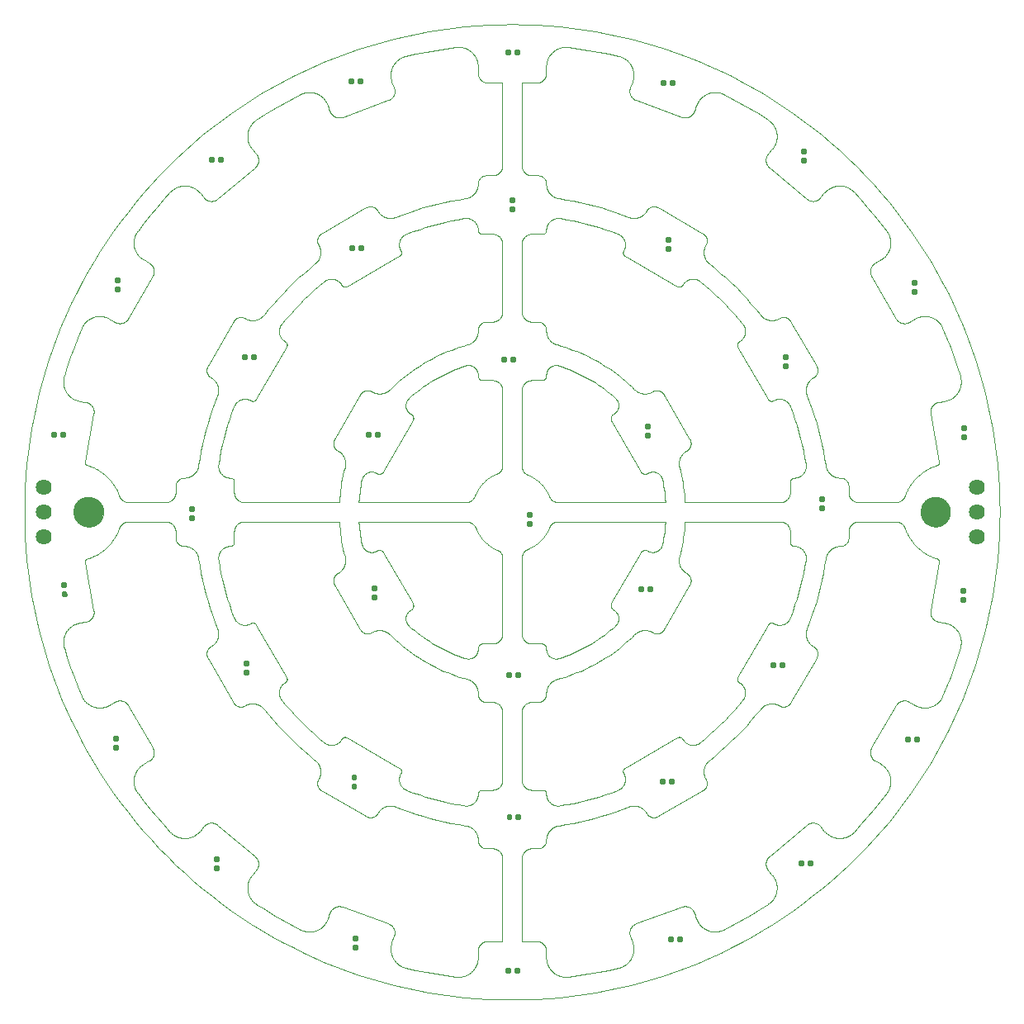
<source format=gbs>
G75*
%MOIN*%
%OFA0B0*%
%FSLAX25Y25*%
%IPPOS*%
%LPD*%
%AMOC8*
5,1,8,0,0,1.08239X$1,22.5*
%
%ADD10C,0.00004*%
%ADD11C,0.00000*%
%ADD12C,0.12211*%
%ADD13C,0.01374*%
%ADD14C,0.06400*%
D10*
X0138134Y0128379D02*
X0138212Y0128475D01*
X0138287Y0128574D01*
X0138359Y0128674D01*
X0138427Y0128777D01*
X0138493Y0128882D01*
X0138555Y0128989D01*
X0138613Y0129098D01*
X0138669Y0129209D01*
X0138720Y0129321D01*
X0138768Y0129435D01*
X0138813Y0129551D01*
X0138854Y0129667D01*
X0138891Y0129785D01*
X0138924Y0129904D01*
X0138954Y0130024D01*
X0138980Y0130145D01*
X0139002Y0130267D01*
X0139020Y0130389D01*
X0139035Y0130512D01*
X0139045Y0130635D01*
X0139052Y0130759D01*
X0139055Y0130882D01*
X0139054Y0131006D01*
X0139049Y0131130D01*
X0139040Y0131253D01*
X0139027Y0131376D01*
X0139011Y0131499D01*
X0138990Y0131621D01*
X0138966Y0131742D01*
X0138938Y0131862D01*
X0138906Y0131982D01*
X0138871Y0132100D01*
X0138831Y0132218D01*
X0138789Y0132334D01*
X0138742Y0132448D01*
X0138692Y0132561D01*
X0138638Y0132673D01*
X0138581Y0132783D01*
X0138521Y0132890D01*
X0138457Y0132996D01*
X0138390Y0133100D01*
X0138319Y0133202D01*
X0138246Y0133301D01*
X0138169Y0133398D01*
X0138089Y0133493D01*
X0138007Y0133585D01*
X0137921Y0133674D01*
X0137833Y0133761D01*
X0137742Y0133845D01*
X0137649Y0133926D01*
X0137648Y0133926D02*
X0122569Y0146580D01*
X0122473Y0146658D01*
X0122374Y0146733D01*
X0122274Y0146805D01*
X0122171Y0146873D01*
X0122066Y0146939D01*
X0121959Y0147001D01*
X0121850Y0147059D01*
X0121739Y0147115D01*
X0121627Y0147166D01*
X0121513Y0147214D01*
X0121397Y0147259D01*
X0121281Y0147300D01*
X0121163Y0147337D01*
X0121044Y0147370D01*
X0120924Y0147400D01*
X0120803Y0147426D01*
X0120681Y0147448D01*
X0120559Y0147466D01*
X0120436Y0147481D01*
X0120313Y0147491D01*
X0120189Y0147498D01*
X0120066Y0147501D01*
X0119942Y0147500D01*
X0119818Y0147495D01*
X0119695Y0147486D01*
X0119572Y0147473D01*
X0119449Y0147457D01*
X0119327Y0147436D01*
X0119206Y0147412D01*
X0119086Y0147384D01*
X0118966Y0147352D01*
X0118848Y0147317D01*
X0118730Y0147277D01*
X0118614Y0147235D01*
X0118500Y0147188D01*
X0118387Y0147138D01*
X0118275Y0147084D01*
X0118165Y0147027D01*
X0118058Y0146967D01*
X0117952Y0146903D01*
X0117848Y0146836D01*
X0117746Y0146765D01*
X0117647Y0146692D01*
X0117550Y0146615D01*
X0117455Y0146535D01*
X0117363Y0146453D01*
X0117274Y0146367D01*
X0117187Y0146279D01*
X0117103Y0146188D01*
X0117022Y0146095D01*
X0117022Y0146094D02*
X0115327Y0144074D01*
X0115201Y0143928D01*
X0115072Y0143784D01*
X0114939Y0143645D01*
X0114803Y0143508D01*
X0114663Y0143375D01*
X0114521Y0143245D01*
X0114375Y0143119D01*
X0114226Y0142996D01*
X0114074Y0142877D01*
X0113919Y0142762D01*
X0113762Y0142650D01*
X0113601Y0142543D01*
X0113438Y0142439D01*
X0113273Y0142340D01*
X0113106Y0142244D01*
X0112936Y0142153D01*
X0112763Y0142066D01*
X0112589Y0141983D01*
X0112413Y0141905D01*
X0112235Y0141830D01*
X0112055Y0141761D01*
X0111874Y0141695D01*
X0111690Y0141634D01*
X0111506Y0141578D01*
X0111320Y0141526D01*
X0111133Y0141479D01*
X0110945Y0141436D01*
X0110756Y0141398D01*
X0110566Y0141364D01*
X0110375Y0141335D01*
X0110184Y0141311D01*
X0109992Y0141292D01*
X0109799Y0141277D01*
X0109607Y0141267D01*
X0109414Y0141262D01*
X0109221Y0141261D01*
X0109028Y0141266D01*
X0108835Y0141274D01*
X0108643Y0141288D01*
X0108451Y0141306D01*
X0108259Y0141329D01*
X0108068Y0141357D01*
X0107878Y0141390D01*
X0107689Y0141427D01*
X0107500Y0141468D01*
X0107313Y0141515D01*
X0107127Y0141565D01*
X0106942Y0141621D01*
X0106759Y0141681D01*
X0106577Y0141745D01*
X0106397Y0141814D01*
X0106218Y0141887D01*
X0106041Y0141965D01*
X0105867Y0142046D01*
X0105694Y0142133D01*
X0105524Y0142223D01*
X0105355Y0142317D01*
X0105190Y0142416D01*
X0105026Y0142519D01*
X0104865Y0142625D01*
X0104707Y0142736D01*
X0104552Y0142850D01*
X0104399Y0142968D01*
X0104250Y0143090D01*
X0104103Y0143215D01*
X0103960Y0143344D01*
X0103819Y0143477D01*
X0103682Y0143613D01*
X0103549Y0143752D01*
X0090271Y0159575D02*
X0090157Y0159731D01*
X0090047Y0159889D01*
X0089941Y0160050D01*
X0089839Y0160214D01*
X0089741Y0160380D01*
X0089647Y0160548D01*
X0089557Y0160719D01*
X0089471Y0160892D01*
X0089390Y0161067D01*
X0089313Y0161244D01*
X0089240Y0161423D01*
X0089172Y0161603D01*
X0089108Y0161785D01*
X0089049Y0161969D01*
X0088994Y0162154D01*
X0088944Y0162340D01*
X0088898Y0162527D01*
X0088857Y0162716D01*
X0088820Y0162905D01*
X0088788Y0163096D01*
X0088761Y0163287D01*
X0088739Y0163478D01*
X0088721Y0163670D01*
X0088708Y0163863D01*
X0088700Y0164056D01*
X0088696Y0164249D01*
X0088697Y0164442D01*
X0088703Y0164634D01*
X0088714Y0164827D01*
X0088729Y0165019D01*
X0088749Y0165211D01*
X0088774Y0165403D01*
X0088803Y0165593D01*
X0088837Y0165783D01*
X0088876Y0165972D01*
X0088919Y0166160D01*
X0088967Y0166347D01*
X0089019Y0166533D01*
X0089076Y0166717D01*
X0089138Y0166900D01*
X0089204Y0167081D01*
X0089274Y0167261D01*
X0089349Y0167439D01*
X0089428Y0167615D01*
X0089512Y0167789D01*
X0089599Y0167961D01*
X0089691Y0168130D01*
X0089787Y0168298D01*
X0089887Y0168463D01*
X0089991Y0168625D01*
X0090099Y0168785D01*
X0090211Y0168942D01*
X0090326Y0169097D01*
X0090446Y0169248D01*
X0090569Y0169397D01*
X0090696Y0169542D01*
X0090826Y0169685D01*
X0090959Y0169824D01*
X0091097Y0169959D01*
X0091237Y0170092D01*
X0091380Y0170221D01*
X0091527Y0170346D01*
X0091677Y0170468D01*
X0091829Y0170586D01*
X0091985Y0170700D01*
X0092143Y0170811D01*
X0092304Y0170917D01*
X0092467Y0171020D01*
X0092633Y0171118D01*
X0092633Y0171119D02*
X0094918Y0172437D01*
X0095024Y0172501D01*
X0095128Y0172568D01*
X0095230Y0172638D01*
X0095329Y0172711D01*
X0095427Y0172787D01*
X0095522Y0172867D01*
X0095614Y0172949D01*
X0095704Y0173034D01*
X0095791Y0173122D01*
X0095875Y0173213D01*
X0095956Y0173306D01*
X0096034Y0173402D01*
X0096110Y0173500D01*
X0096182Y0173600D01*
X0096251Y0173703D01*
X0096317Y0173808D01*
X0096379Y0173914D01*
X0096438Y0174023D01*
X0096494Y0174134D01*
X0096546Y0174246D01*
X0096594Y0174359D01*
X0096639Y0174475D01*
X0096680Y0174591D01*
X0096718Y0174709D01*
X0096752Y0174828D01*
X0096782Y0174948D01*
X0096808Y0175069D01*
X0096831Y0175190D01*
X0096850Y0175313D01*
X0096864Y0175435D01*
X0096875Y0175559D01*
X0096883Y0175682D01*
X0096886Y0175806D01*
X0096885Y0175929D01*
X0096881Y0176053D01*
X0096872Y0176176D01*
X0096860Y0176300D01*
X0096844Y0176422D01*
X0096824Y0176544D01*
X0096800Y0176666D01*
X0096772Y0176786D01*
X0096741Y0176906D01*
X0096706Y0177024D01*
X0096667Y0177142D01*
X0096625Y0177258D01*
X0096578Y0177373D01*
X0096529Y0177486D01*
X0096475Y0177598D01*
X0096419Y0177707D01*
X0096359Y0177816D01*
X0086516Y0194863D01*
X0086517Y0194863D02*
X0086453Y0194970D01*
X0086386Y0195074D01*
X0086316Y0195176D01*
X0086243Y0195275D01*
X0086167Y0195373D01*
X0086087Y0195468D01*
X0086005Y0195560D01*
X0085920Y0195650D01*
X0085832Y0195737D01*
X0085741Y0195821D01*
X0085648Y0195902D01*
X0085552Y0195980D01*
X0085454Y0196056D01*
X0085354Y0196128D01*
X0085251Y0196197D01*
X0085146Y0196263D01*
X0085040Y0196325D01*
X0084931Y0196384D01*
X0084821Y0196440D01*
X0084708Y0196492D01*
X0084595Y0196540D01*
X0084479Y0196585D01*
X0084363Y0196626D01*
X0084245Y0196664D01*
X0084126Y0196698D01*
X0084006Y0196728D01*
X0083885Y0196754D01*
X0083764Y0196777D01*
X0083641Y0196796D01*
X0083519Y0196810D01*
X0083395Y0196821D01*
X0083272Y0196829D01*
X0083148Y0196832D01*
X0083025Y0196831D01*
X0082901Y0196827D01*
X0082778Y0196818D01*
X0082655Y0196806D01*
X0082532Y0196790D01*
X0082410Y0196770D01*
X0082288Y0196746D01*
X0082168Y0196718D01*
X0082048Y0196687D01*
X0081930Y0196652D01*
X0081812Y0196613D01*
X0081696Y0196571D01*
X0081581Y0196524D01*
X0081468Y0196475D01*
X0081356Y0196421D01*
X0081247Y0196365D01*
X0081139Y0196305D01*
X0081138Y0196304D02*
X0078854Y0194985D01*
X0078853Y0194985D02*
X0078685Y0194891D01*
X0078514Y0194800D01*
X0078342Y0194714D01*
X0078167Y0194632D01*
X0077990Y0194555D01*
X0077812Y0194482D01*
X0077632Y0194413D01*
X0077450Y0194349D01*
X0077266Y0194289D01*
X0077081Y0194234D01*
X0076895Y0194183D01*
X0076708Y0194137D01*
X0076520Y0194095D01*
X0076330Y0194058D01*
X0076140Y0194026D01*
X0075949Y0193998D01*
X0075757Y0193975D01*
X0075565Y0193957D01*
X0075373Y0193943D01*
X0075180Y0193934D01*
X0074987Y0193930D01*
X0074794Y0193931D01*
X0074602Y0193936D01*
X0074409Y0193946D01*
X0074217Y0193961D01*
X0074025Y0193981D01*
X0073833Y0194005D01*
X0073642Y0194034D01*
X0073452Y0194067D01*
X0073263Y0194105D01*
X0073075Y0194148D01*
X0072888Y0194196D01*
X0072702Y0194248D01*
X0072518Y0194304D01*
X0072335Y0194365D01*
X0072153Y0194431D01*
X0071974Y0194500D01*
X0071796Y0194575D01*
X0071619Y0194653D01*
X0071445Y0194736D01*
X0071273Y0194823D01*
X0071103Y0194915D01*
X0070935Y0195010D01*
X0070770Y0195110D01*
X0070607Y0195213D01*
X0070447Y0195321D01*
X0070290Y0195432D01*
X0070135Y0195548D01*
X0069983Y0195667D01*
X0069834Y0195789D01*
X0069688Y0195916D01*
X0069546Y0196046D01*
X0069406Y0196179D01*
X0069270Y0196315D01*
X0069137Y0196455D01*
X0069008Y0196599D01*
X0068882Y0196745D01*
X0068760Y0196894D01*
X0068642Y0197047D01*
X0068527Y0197202D01*
X0068416Y0197360D01*
X0068309Y0197520D01*
X0068206Y0197683D01*
X0068107Y0197849D01*
X0068012Y0198017D01*
X0067922Y0198187D01*
X0067835Y0198360D01*
X0067753Y0198534D01*
X0067675Y0198711D01*
X0060611Y0218122D02*
X0060557Y0218307D01*
X0060508Y0218494D01*
X0060463Y0218682D01*
X0060423Y0218870D01*
X0060388Y0219060D01*
X0060357Y0219251D01*
X0060331Y0219442D01*
X0060310Y0219634D01*
X0060293Y0219826D01*
X0060282Y0220018D01*
X0060274Y0220211D01*
X0060272Y0220404D01*
X0060274Y0220597D01*
X0060281Y0220790D01*
X0060293Y0220982D01*
X0060310Y0221175D01*
X0060331Y0221366D01*
X0060357Y0221558D01*
X0060387Y0221748D01*
X0060422Y0221938D01*
X0060462Y0222127D01*
X0060506Y0222314D01*
X0060556Y0222501D01*
X0060609Y0222686D01*
X0060667Y0222870D01*
X0060730Y0223053D01*
X0060797Y0223234D01*
X0060868Y0223413D01*
X0060944Y0223590D01*
X0061024Y0223766D01*
X0061109Y0223939D01*
X0061197Y0224111D01*
X0061290Y0224280D01*
X0061387Y0224446D01*
X0061488Y0224611D01*
X0061593Y0224773D01*
X0061702Y0224932D01*
X0061815Y0225088D01*
X0061931Y0225242D01*
X0062052Y0225393D01*
X0062176Y0225541D01*
X0062303Y0225686D01*
X0062434Y0225827D01*
X0062569Y0225965D01*
X0062707Y0226100D01*
X0062848Y0226232D01*
X0062992Y0226360D01*
X0063140Y0226484D01*
X0063290Y0226605D01*
X0063443Y0226722D01*
X0063599Y0226836D01*
X0063758Y0226945D01*
X0063920Y0227051D01*
X0064084Y0227152D01*
X0064250Y0227250D01*
X0064419Y0227343D01*
X0064590Y0227432D01*
X0064763Y0227517D01*
X0064939Y0227598D01*
X0065116Y0227675D01*
X0065295Y0227747D01*
X0065475Y0227814D01*
X0065658Y0227877D01*
X0065842Y0227936D01*
X0066027Y0227990D01*
X0066213Y0228040D01*
X0066401Y0228085D01*
X0066589Y0228126D01*
X0066779Y0228161D01*
X0069376Y0228619D01*
X0069377Y0228619D02*
X0069498Y0228642D01*
X0069619Y0228669D01*
X0069738Y0228700D01*
X0069857Y0228735D01*
X0069975Y0228773D01*
X0070091Y0228816D01*
X0070206Y0228861D01*
X0070319Y0228911D01*
X0070431Y0228963D01*
X0070541Y0229020D01*
X0070650Y0229080D01*
X0070756Y0229143D01*
X0070860Y0229209D01*
X0070962Y0229279D01*
X0071062Y0229352D01*
X0071160Y0229428D01*
X0071255Y0229507D01*
X0071348Y0229589D01*
X0071438Y0229674D01*
X0071525Y0229761D01*
X0071610Y0229851D01*
X0071691Y0229944D01*
X0071770Y0230040D01*
X0071845Y0230138D01*
X0071918Y0230238D01*
X0071987Y0230340D01*
X0072053Y0230445D01*
X0072116Y0230551D01*
X0072176Y0230660D01*
X0072232Y0230770D01*
X0072284Y0230882D01*
X0072333Y0230996D01*
X0072378Y0231111D01*
X0072420Y0231227D01*
X0072458Y0231345D01*
X0072492Y0231464D01*
X0072523Y0231584D01*
X0072550Y0231704D01*
X0072573Y0231826D01*
X0072592Y0231948D01*
X0072607Y0232071D01*
X0072618Y0232194D01*
X0072626Y0232317D01*
X0072630Y0232441D01*
X0072629Y0232565D01*
X0072625Y0232688D01*
X0072617Y0232812D01*
X0072605Y0232935D01*
X0072590Y0233058D01*
X0072570Y0233180D01*
X0069152Y0252566D01*
X0069123Y0252714D02*
X0069110Y0252781D01*
X0069102Y0252848D01*
X0069097Y0252916D01*
X0069096Y0252984D01*
X0069099Y0253051D01*
X0069106Y0253119D01*
X0069117Y0253186D01*
X0069132Y0253252D01*
X0069150Y0253317D01*
X0069172Y0253381D01*
X0069198Y0253444D01*
X0069227Y0253505D01*
X0069260Y0253565D01*
X0069296Y0253622D01*
X0069336Y0253677D01*
X0069378Y0253730D01*
X0069424Y0253780D01*
X0069472Y0253828D01*
X0069523Y0253873D01*
X0069576Y0253914D01*
X0069632Y0253953D01*
X0069690Y0253989D01*
X0069749Y0254021D01*
X0069811Y0254049D01*
X0069874Y0254074D01*
X0069938Y0254095D01*
X0069123Y0252714D02*
X0069138Y0252640D01*
X0069152Y0252565D01*
X0082851Y0266392D02*
X0082894Y0266509D01*
X0082941Y0266624D01*
X0082992Y0266737D01*
X0083046Y0266849D01*
X0083104Y0266959D01*
X0083165Y0267068D01*
X0083229Y0267174D01*
X0083297Y0267278D01*
X0083368Y0267380D01*
X0083442Y0267480D01*
X0083519Y0267577D01*
X0083599Y0267672D01*
X0083683Y0267764D01*
X0083769Y0267854D01*
X0083858Y0267940D01*
X0083949Y0268024D01*
X0084044Y0268105D01*
X0084140Y0268183D01*
X0084240Y0268258D01*
X0084341Y0268330D01*
X0084445Y0268399D01*
X0084550Y0268464D01*
X0084658Y0268526D01*
X0084768Y0268584D01*
X0084879Y0268639D01*
X0084993Y0268690D01*
X0085107Y0268738D01*
X0085223Y0268782D01*
X0085341Y0268823D01*
X0085460Y0268859D01*
X0085579Y0268892D01*
X0085700Y0268921D01*
X0085822Y0268947D01*
X0085944Y0268968D01*
X0086067Y0268986D01*
X0086191Y0268999D01*
X0086315Y0269009D01*
X0086439Y0269015D01*
X0086563Y0269017D01*
X0101694Y0269017D01*
X0101818Y0269015D01*
X0101941Y0269009D01*
X0102065Y0269000D01*
X0102187Y0268986D01*
X0102310Y0268969D01*
X0102432Y0268947D01*
X0102553Y0268922D01*
X0102673Y0268893D01*
X0102792Y0268861D01*
X0102911Y0268824D01*
X0103028Y0268784D01*
X0103143Y0268741D01*
X0103258Y0268693D01*
X0103370Y0268642D01*
X0103481Y0268588D01*
X0103591Y0268530D01*
X0103698Y0268469D01*
X0103804Y0268404D01*
X0103907Y0268336D01*
X0104008Y0268265D01*
X0104107Y0268191D01*
X0104204Y0268114D01*
X0104298Y0268033D01*
X0104389Y0267950D01*
X0104478Y0267864D01*
X0104564Y0267775D01*
X0104647Y0267684D01*
X0104728Y0267590D01*
X0104805Y0267493D01*
X0104879Y0267394D01*
X0104950Y0267293D01*
X0105018Y0267190D01*
X0105083Y0267084D01*
X0105144Y0266977D01*
X0105202Y0266867D01*
X0105256Y0266756D01*
X0105307Y0266644D01*
X0105355Y0266529D01*
X0105398Y0266414D01*
X0105438Y0266297D01*
X0105475Y0266178D01*
X0105507Y0266059D01*
X0105536Y0265939D01*
X0105561Y0265818D01*
X0105583Y0265696D01*
X0105600Y0265573D01*
X0105614Y0265451D01*
X0105623Y0265327D01*
X0105629Y0265204D01*
X0105631Y0265080D01*
X0105631Y0262520D01*
X0105633Y0262406D01*
X0105639Y0262292D01*
X0105649Y0262178D01*
X0105662Y0262064D01*
X0105680Y0261951D01*
X0105701Y0261839D01*
X0105726Y0261728D01*
X0105755Y0261617D01*
X0105788Y0261508D01*
X0105824Y0261399D01*
X0105864Y0261293D01*
X0105908Y0261187D01*
X0105955Y0261083D01*
X0106006Y0260981D01*
X0106060Y0260880D01*
X0106118Y0260781D01*
X0106179Y0260685D01*
X0106243Y0260590D01*
X0106311Y0260498D01*
X0106381Y0260408D01*
X0106455Y0260321D01*
X0106532Y0260236D01*
X0106611Y0260154D01*
X0106693Y0260075D01*
X0106778Y0259998D01*
X0106865Y0259924D01*
X0106955Y0259854D01*
X0107047Y0259786D01*
X0107142Y0259722D01*
X0107238Y0259661D01*
X0107337Y0259603D01*
X0107438Y0259549D01*
X0107540Y0259498D01*
X0107644Y0259451D01*
X0107750Y0259407D01*
X0107856Y0259367D01*
X0107965Y0259331D01*
X0108074Y0259298D01*
X0108185Y0259269D01*
X0108296Y0259244D01*
X0108408Y0259223D01*
X0108521Y0259205D01*
X0108635Y0259192D01*
X0108749Y0259182D01*
X0108863Y0259176D01*
X0108977Y0259174D01*
X0109055Y0259174D01*
X0109054Y0259174D02*
X0109207Y0259172D01*
X0109360Y0259166D01*
X0109512Y0259156D01*
X0109664Y0259142D01*
X0109816Y0259125D01*
X0109967Y0259103D01*
X0110118Y0259077D01*
X0110268Y0259048D01*
X0110417Y0259015D01*
X0110565Y0258977D01*
X0110713Y0258936D01*
X0110859Y0258892D01*
X0111004Y0258843D01*
X0111147Y0258791D01*
X0111289Y0258735D01*
X0111430Y0258675D01*
X0111569Y0258612D01*
X0111707Y0258545D01*
X0111842Y0258474D01*
X0111976Y0258401D01*
X0112108Y0258323D01*
X0112238Y0258243D01*
X0112365Y0258159D01*
X0112491Y0258071D01*
X0112614Y0257981D01*
X0112734Y0257887D01*
X0112853Y0257790D01*
X0112968Y0257690D01*
X0113082Y0257588D01*
X0113192Y0257482D01*
X0113300Y0257374D01*
X0113404Y0257262D01*
X0113506Y0257148D01*
X0113605Y0257032D01*
X0113701Y0256913D01*
X0113794Y0256792D01*
X0113883Y0256668D01*
X0113970Y0256542D01*
X0114053Y0256413D01*
X0114132Y0256283D01*
X0114209Y0256151D01*
X0114282Y0256016D01*
X0114351Y0255880D01*
X0114417Y0255742D01*
X0114479Y0255603D01*
X0114538Y0255461D01*
X0114593Y0255319D01*
X0114644Y0255175D01*
X0114691Y0255030D01*
X0114735Y0254883D01*
X0114775Y0254736D01*
X0114811Y0254587D01*
X0114843Y0254438D01*
X0114871Y0254288D01*
X0114896Y0254137D01*
X0122934Y0253692D02*
X0122914Y0253827D01*
X0122898Y0253963D01*
X0122886Y0254098D01*
X0122878Y0254234D01*
X0122874Y0254371D01*
X0122873Y0254507D01*
X0122877Y0254643D01*
X0122885Y0254780D01*
X0122896Y0254915D01*
X0122911Y0255051D01*
X0122931Y0255186D01*
X0122954Y0255320D01*
X0122981Y0255454D01*
X0123012Y0255587D01*
X0123047Y0255719D01*
X0123085Y0255849D01*
X0123127Y0255979D01*
X0123173Y0256107D01*
X0123223Y0256234D01*
X0123276Y0256360D01*
X0123333Y0256484D01*
X0123394Y0256606D01*
X0123458Y0256726D01*
X0123525Y0256845D01*
X0123596Y0256961D01*
X0123670Y0257076D01*
X0123747Y0257188D01*
X0123828Y0257298D01*
X0123912Y0257406D01*
X0123999Y0257511D01*
X0124089Y0257613D01*
X0124181Y0257713D01*
X0124277Y0257810D01*
X0124375Y0257905D01*
X0124476Y0257996D01*
X0124580Y0258085D01*
X0124686Y0258171D01*
X0124795Y0258253D01*
X0124906Y0258332D01*
X0125019Y0258408D01*
X0125134Y0258481D01*
X0125251Y0258551D01*
X0125371Y0258617D01*
X0125492Y0258679D01*
X0125615Y0258738D01*
X0125740Y0258793D01*
X0125866Y0258845D01*
X0125993Y0258893D01*
X0126122Y0258938D01*
X0126252Y0258979D01*
X0126384Y0259015D01*
X0126516Y0259049D01*
X0126649Y0259078D01*
X0126783Y0259103D01*
X0126918Y0259125D01*
X0127053Y0259143D01*
X0127188Y0259156D01*
X0127324Y0259166D01*
X0127461Y0259172D01*
X0127597Y0259174D01*
X0127678Y0259174D01*
X0127755Y0259176D01*
X0127832Y0259182D01*
X0127909Y0259191D01*
X0127985Y0259204D01*
X0128061Y0259221D01*
X0128135Y0259242D01*
X0128209Y0259266D01*
X0128281Y0259294D01*
X0128351Y0259325D01*
X0128420Y0259360D01*
X0128488Y0259398D01*
X0128553Y0259439D01*
X0128616Y0259484D01*
X0128677Y0259532D01*
X0128736Y0259582D01*
X0128792Y0259635D01*
X0128845Y0259691D01*
X0128895Y0259750D01*
X0128943Y0259811D01*
X0128988Y0259874D01*
X0129029Y0259939D01*
X0129067Y0260007D01*
X0129102Y0260076D01*
X0129133Y0260146D01*
X0129161Y0260218D01*
X0129185Y0260292D01*
X0129206Y0260366D01*
X0129223Y0260442D01*
X0129236Y0260518D01*
X0129245Y0260595D01*
X0129251Y0260672D01*
X0129253Y0260749D01*
X0129253Y0265080D01*
X0129255Y0265204D01*
X0129261Y0265327D01*
X0129270Y0265451D01*
X0129284Y0265573D01*
X0129301Y0265696D01*
X0129323Y0265818D01*
X0129348Y0265939D01*
X0129377Y0266059D01*
X0129409Y0266178D01*
X0129446Y0266297D01*
X0129486Y0266414D01*
X0129529Y0266529D01*
X0129577Y0266644D01*
X0129628Y0266756D01*
X0129682Y0266867D01*
X0129740Y0266977D01*
X0129801Y0267084D01*
X0129866Y0267190D01*
X0129934Y0267293D01*
X0130005Y0267394D01*
X0130079Y0267493D01*
X0130156Y0267590D01*
X0130237Y0267684D01*
X0130320Y0267775D01*
X0130406Y0267864D01*
X0130495Y0267950D01*
X0130586Y0268033D01*
X0130680Y0268114D01*
X0130777Y0268191D01*
X0130876Y0268265D01*
X0130977Y0268336D01*
X0131080Y0268404D01*
X0131186Y0268469D01*
X0131293Y0268530D01*
X0131403Y0268588D01*
X0131514Y0268642D01*
X0131626Y0268693D01*
X0131741Y0268741D01*
X0131856Y0268784D01*
X0131973Y0268824D01*
X0132092Y0268861D01*
X0132211Y0268893D01*
X0132331Y0268922D01*
X0132452Y0268947D01*
X0132574Y0268969D01*
X0132697Y0268986D01*
X0132819Y0269000D01*
X0132943Y0269009D01*
X0133066Y0269015D01*
X0133190Y0269017D01*
X0171687Y0269017D01*
X0171687Y0276891D02*
X0133190Y0276891D01*
X0133066Y0276893D01*
X0132943Y0276899D01*
X0132819Y0276908D01*
X0132697Y0276922D01*
X0132574Y0276939D01*
X0132452Y0276961D01*
X0132331Y0276986D01*
X0132211Y0277015D01*
X0132092Y0277047D01*
X0131973Y0277084D01*
X0131856Y0277124D01*
X0131741Y0277167D01*
X0131626Y0277215D01*
X0131514Y0277266D01*
X0131403Y0277320D01*
X0131293Y0277378D01*
X0131186Y0277439D01*
X0131080Y0277504D01*
X0130977Y0277572D01*
X0130876Y0277643D01*
X0130777Y0277717D01*
X0130680Y0277794D01*
X0130586Y0277875D01*
X0130495Y0277958D01*
X0130406Y0278044D01*
X0130320Y0278133D01*
X0130237Y0278224D01*
X0130156Y0278318D01*
X0130079Y0278415D01*
X0130005Y0278514D01*
X0129934Y0278615D01*
X0129866Y0278718D01*
X0129801Y0278824D01*
X0129740Y0278931D01*
X0129682Y0279041D01*
X0129628Y0279152D01*
X0129577Y0279264D01*
X0129529Y0279379D01*
X0129486Y0279494D01*
X0129446Y0279611D01*
X0129409Y0279730D01*
X0129377Y0279849D01*
X0129348Y0279969D01*
X0129323Y0280090D01*
X0129301Y0280212D01*
X0129284Y0280335D01*
X0129270Y0280457D01*
X0129261Y0280581D01*
X0129255Y0280704D01*
X0129253Y0280828D01*
X0129253Y0285158D01*
X0129251Y0285235D01*
X0129245Y0285312D01*
X0129236Y0285389D01*
X0129223Y0285465D01*
X0129206Y0285541D01*
X0129185Y0285615D01*
X0129161Y0285689D01*
X0129133Y0285761D01*
X0129102Y0285831D01*
X0129067Y0285900D01*
X0129029Y0285968D01*
X0128988Y0286033D01*
X0128943Y0286096D01*
X0128895Y0286157D01*
X0128845Y0286216D01*
X0128792Y0286272D01*
X0128736Y0286325D01*
X0128677Y0286375D01*
X0128616Y0286423D01*
X0128553Y0286468D01*
X0128488Y0286509D01*
X0128420Y0286547D01*
X0128351Y0286582D01*
X0128281Y0286613D01*
X0128209Y0286641D01*
X0128135Y0286665D01*
X0128061Y0286686D01*
X0127985Y0286703D01*
X0127909Y0286716D01*
X0127832Y0286725D01*
X0127755Y0286731D01*
X0127678Y0286733D01*
X0127597Y0286733D01*
X0127461Y0286735D01*
X0127324Y0286741D01*
X0127188Y0286751D01*
X0127053Y0286764D01*
X0126918Y0286782D01*
X0126783Y0286804D01*
X0126649Y0286829D01*
X0126516Y0286858D01*
X0126384Y0286892D01*
X0126252Y0286928D01*
X0126122Y0286969D01*
X0125993Y0287014D01*
X0125866Y0287062D01*
X0125740Y0287114D01*
X0125615Y0287169D01*
X0125492Y0287228D01*
X0125371Y0287290D01*
X0125251Y0287356D01*
X0125134Y0287426D01*
X0125019Y0287499D01*
X0124906Y0287575D01*
X0124795Y0287654D01*
X0124686Y0287736D01*
X0124580Y0287822D01*
X0124476Y0287911D01*
X0124375Y0288002D01*
X0124277Y0288097D01*
X0124181Y0288194D01*
X0124089Y0288294D01*
X0123999Y0288396D01*
X0123912Y0288501D01*
X0123828Y0288609D01*
X0123747Y0288719D01*
X0123670Y0288831D01*
X0123596Y0288946D01*
X0123525Y0289062D01*
X0123458Y0289181D01*
X0123394Y0289301D01*
X0123333Y0289423D01*
X0123276Y0289547D01*
X0123223Y0289673D01*
X0123173Y0289800D01*
X0123127Y0289928D01*
X0123085Y0290058D01*
X0123047Y0290188D01*
X0123012Y0290320D01*
X0122981Y0290453D01*
X0122954Y0290587D01*
X0122931Y0290721D01*
X0122911Y0290856D01*
X0122896Y0290992D01*
X0122885Y0291127D01*
X0122877Y0291264D01*
X0122873Y0291400D01*
X0122874Y0291536D01*
X0122878Y0291673D01*
X0122886Y0291809D01*
X0122898Y0291944D01*
X0122914Y0292080D01*
X0122934Y0292215D01*
X0114896Y0291770D02*
X0114871Y0291619D01*
X0114843Y0291469D01*
X0114811Y0291320D01*
X0114775Y0291171D01*
X0114735Y0291024D01*
X0114691Y0290877D01*
X0114644Y0290732D01*
X0114593Y0290588D01*
X0114538Y0290446D01*
X0114479Y0290304D01*
X0114417Y0290165D01*
X0114351Y0290027D01*
X0114282Y0289891D01*
X0114209Y0289756D01*
X0114132Y0289624D01*
X0114053Y0289494D01*
X0113970Y0289365D01*
X0113883Y0289239D01*
X0113794Y0289115D01*
X0113701Y0288994D01*
X0113605Y0288875D01*
X0113506Y0288759D01*
X0113404Y0288645D01*
X0113300Y0288533D01*
X0113192Y0288425D01*
X0113082Y0288319D01*
X0112968Y0288217D01*
X0112853Y0288117D01*
X0112734Y0288020D01*
X0112614Y0287926D01*
X0112491Y0287836D01*
X0112365Y0287748D01*
X0112238Y0287664D01*
X0112108Y0287584D01*
X0111976Y0287506D01*
X0111842Y0287433D01*
X0111707Y0287362D01*
X0111569Y0287295D01*
X0111430Y0287232D01*
X0111289Y0287172D01*
X0111147Y0287116D01*
X0111004Y0287064D01*
X0110859Y0287015D01*
X0110713Y0286971D01*
X0110565Y0286930D01*
X0110417Y0286892D01*
X0110268Y0286859D01*
X0110118Y0286830D01*
X0109967Y0286804D01*
X0109816Y0286782D01*
X0109664Y0286765D01*
X0109512Y0286751D01*
X0109360Y0286741D01*
X0109207Y0286735D01*
X0109054Y0286733D01*
X0109055Y0286733D02*
X0108977Y0286733D01*
X0108863Y0286731D01*
X0108749Y0286725D01*
X0108635Y0286715D01*
X0108521Y0286702D01*
X0108408Y0286684D01*
X0108296Y0286663D01*
X0108185Y0286638D01*
X0108074Y0286609D01*
X0107965Y0286576D01*
X0107856Y0286540D01*
X0107750Y0286500D01*
X0107644Y0286456D01*
X0107540Y0286409D01*
X0107438Y0286358D01*
X0107337Y0286304D01*
X0107238Y0286246D01*
X0107142Y0286185D01*
X0107047Y0286121D01*
X0106955Y0286053D01*
X0106865Y0285983D01*
X0106778Y0285909D01*
X0106693Y0285832D01*
X0106611Y0285753D01*
X0106532Y0285671D01*
X0106455Y0285586D01*
X0106381Y0285499D01*
X0106311Y0285409D01*
X0106243Y0285317D01*
X0106179Y0285222D01*
X0106118Y0285126D01*
X0106060Y0285027D01*
X0106006Y0284926D01*
X0105955Y0284824D01*
X0105908Y0284720D01*
X0105864Y0284614D01*
X0105824Y0284508D01*
X0105788Y0284399D01*
X0105755Y0284290D01*
X0105726Y0284179D01*
X0105701Y0284068D01*
X0105680Y0283956D01*
X0105662Y0283843D01*
X0105649Y0283729D01*
X0105639Y0283615D01*
X0105633Y0283501D01*
X0105631Y0283387D01*
X0105631Y0280828D01*
X0105629Y0280704D01*
X0105623Y0280581D01*
X0105614Y0280457D01*
X0105600Y0280335D01*
X0105583Y0280212D01*
X0105561Y0280090D01*
X0105536Y0279969D01*
X0105507Y0279849D01*
X0105475Y0279730D01*
X0105438Y0279611D01*
X0105398Y0279494D01*
X0105355Y0279379D01*
X0105307Y0279264D01*
X0105256Y0279152D01*
X0105202Y0279041D01*
X0105144Y0278931D01*
X0105083Y0278824D01*
X0105018Y0278718D01*
X0104950Y0278615D01*
X0104879Y0278514D01*
X0104805Y0278415D01*
X0104728Y0278318D01*
X0104647Y0278224D01*
X0104564Y0278133D01*
X0104478Y0278044D01*
X0104389Y0277958D01*
X0104298Y0277875D01*
X0104204Y0277794D01*
X0104107Y0277717D01*
X0104008Y0277643D01*
X0103907Y0277572D01*
X0103804Y0277504D01*
X0103698Y0277439D01*
X0103591Y0277378D01*
X0103481Y0277320D01*
X0103370Y0277266D01*
X0103258Y0277215D01*
X0103143Y0277167D01*
X0103028Y0277124D01*
X0102911Y0277084D01*
X0102792Y0277047D01*
X0102673Y0277015D01*
X0102553Y0276986D01*
X0102432Y0276961D01*
X0102310Y0276939D01*
X0102187Y0276922D01*
X0102065Y0276908D01*
X0101941Y0276899D01*
X0101818Y0276893D01*
X0101694Y0276891D01*
X0086563Y0276891D01*
X0086563Y0276890D02*
X0086439Y0276892D01*
X0086315Y0276898D01*
X0086191Y0276908D01*
X0086067Y0276921D01*
X0085944Y0276939D01*
X0085822Y0276960D01*
X0085700Y0276986D01*
X0085579Y0277015D01*
X0085460Y0277048D01*
X0085341Y0277084D01*
X0085223Y0277125D01*
X0085107Y0277169D01*
X0084993Y0277217D01*
X0084879Y0277268D01*
X0084768Y0277323D01*
X0084658Y0277381D01*
X0084550Y0277443D01*
X0084445Y0277508D01*
X0084341Y0277577D01*
X0084240Y0277649D01*
X0084140Y0277724D01*
X0084044Y0277802D01*
X0083949Y0277883D01*
X0083858Y0277967D01*
X0083769Y0278053D01*
X0083683Y0278143D01*
X0083599Y0278235D01*
X0083519Y0278330D01*
X0083442Y0278427D01*
X0083368Y0278527D01*
X0083297Y0278629D01*
X0083229Y0278733D01*
X0083165Y0278839D01*
X0083104Y0278948D01*
X0083046Y0279058D01*
X0082992Y0279170D01*
X0082941Y0279283D01*
X0082894Y0279398D01*
X0082851Y0279515D01*
X0069938Y0291812D02*
X0069874Y0291833D01*
X0069811Y0291858D01*
X0069749Y0291886D01*
X0069690Y0291918D01*
X0069632Y0291954D01*
X0069576Y0291993D01*
X0069523Y0292034D01*
X0069472Y0292079D01*
X0069424Y0292127D01*
X0069378Y0292177D01*
X0069336Y0292230D01*
X0069296Y0292285D01*
X0069260Y0292342D01*
X0069227Y0292402D01*
X0069198Y0292463D01*
X0069172Y0292526D01*
X0069150Y0292590D01*
X0069132Y0292655D01*
X0069117Y0292721D01*
X0069106Y0292788D01*
X0069099Y0292856D01*
X0069096Y0292923D01*
X0069097Y0292991D01*
X0069102Y0293059D01*
X0069110Y0293126D01*
X0069123Y0293193D01*
X0069152Y0293341D02*
X0072570Y0312727D01*
X0072590Y0312849D01*
X0072605Y0312972D01*
X0072617Y0313095D01*
X0072625Y0313219D01*
X0072629Y0313342D01*
X0072630Y0313466D01*
X0072626Y0313590D01*
X0072618Y0313713D01*
X0072607Y0313836D01*
X0072592Y0313959D01*
X0072573Y0314081D01*
X0072550Y0314203D01*
X0072523Y0314323D01*
X0072492Y0314443D01*
X0072458Y0314562D01*
X0072420Y0314680D01*
X0072378Y0314796D01*
X0072333Y0314911D01*
X0072284Y0315025D01*
X0072232Y0315137D01*
X0072176Y0315247D01*
X0072116Y0315356D01*
X0072053Y0315462D01*
X0071987Y0315567D01*
X0071918Y0315669D01*
X0071845Y0315769D01*
X0071770Y0315867D01*
X0071691Y0315963D01*
X0071610Y0316056D01*
X0071525Y0316146D01*
X0071438Y0316233D01*
X0071348Y0316318D01*
X0071255Y0316400D01*
X0071160Y0316479D01*
X0071062Y0316555D01*
X0070962Y0316628D01*
X0070860Y0316698D01*
X0070756Y0316764D01*
X0070650Y0316827D01*
X0070541Y0316887D01*
X0070431Y0316944D01*
X0070319Y0316996D01*
X0070206Y0317046D01*
X0070091Y0317091D01*
X0069975Y0317134D01*
X0069857Y0317172D01*
X0069738Y0317207D01*
X0069619Y0317238D01*
X0069498Y0317265D01*
X0069377Y0317288D01*
X0069376Y0317288D02*
X0066779Y0317746D01*
X0066589Y0317781D01*
X0066401Y0317822D01*
X0066213Y0317867D01*
X0066027Y0317917D01*
X0065842Y0317971D01*
X0065658Y0318030D01*
X0065475Y0318093D01*
X0065295Y0318160D01*
X0065116Y0318232D01*
X0064939Y0318309D01*
X0064763Y0318390D01*
X0064590Y0318475D01*
X0064419Y0318564D01*
X0064250Y0318657D01*
X0064084Y0318755D01*
X0063920Y0318856D01*
X0063758Y0318962D01*
X0063599Y0319071D01*
X0063443Y0319185D01*
X0063290Y0319302D01*
X0063140Y0319423D01*
X0062992Y0319547D01*
X0062848Y0319675D01*
X0062707Y0319807D01*
X0062569Y0319942D01*
X0062434Y0320080D01*
X0062303Y0320221D01*
X0062176Y0320366D01*
X0062052Y0320514D01*
X0061931Y0320665D01*
X0061815Y0320819D01*
X0061702Y0320975D01*
X0061593Y0321134D01*
X0061488Y0321296D01*
X0061387Y0321461D01*
X0061290Y0321627D01*
X0061197Y0321796D01*
X0061109Y0321968D01*
X0061024Y0322141D01*
X0060944Y0322317D01*
X0060868Y0322494D01*
X0060797Y0322673D01*
X0060730Y0322854D01*
X0060667Y0323037D01*
X0060609Y0323221D01*
X0060556Y0323406D01*
X0060506Y0323593D01*
X0060462Y0323780D01*
X0060422Y0323969D01*
X0060387Y0324159D01*
X0060357Y0324349D01*
X0060331Y0324541D01*
X0060310Y0324732D01*
X0060293Y0324925D01*
X0060281Y0325117D01*
X0060274Y0325310D01*
X0060272Y0325503D01*
X0060274Y0325696D01*
X0060282Y0325889D01*
X0060293Y0326081D01*
X0060310Y0326273D01*
X0060331Y0326465D01*
X0060357Y0326656D01*
X0060388Y0326847D01*
X0060423Y0327037D01*
X0060463Y0327225D01*
X0060508Y0327413D01*
X0060557Y0327600D01*
X0060611Y0327785D01*
X0067675Y0347196D02*
X0067753Y0347373D01*
X0067835Y0347547D01*
X0067922Y0347720D01*
X0068012Y0347890D01*
X0068107Y0348058D01*
X0068206Y0348224D01*
X0068309Y0348387D01*
X0068416Y0348547D01*
X0068527Y0348705D01*
X0068642Y0348860D01*
X0068760Y0349013D01*
X0068882Y0349162D01*
X0069008Y0349308D01*
X0069137Y0349452D01*
X0069270Y0349592D01*
X0069406Y0349728D01*
X0069546Y0349861D01*
X0069688Y0349991D01*
X0069834Y0350118D01*
X0069983Y0350240D01*
X0070135Y0350359D01*
X0070290Y0350475D01*
X0070447Y0350586D01*
X0070607Y0350694D01*
X0070770Y0350797D01*
X0070935Y0350897D01*
X0071103Y0350992D01*
X0071273Y0351084D01*
X0071445Y0351171D01*
X0071619Y0351254D01*
X0071796Y0351332D01*
X0071974Y0351407D01*
X0072153Y0351476D01*
X0072335Y0351542D01*
X0072518Y0351603D01*
X0072702Y0351659D01*
X0072888Y0351711D01*
X0073075Y0351759D01*
X0073263Y0351802D01*
X0073452Y0351840D01*
X0073642Y0351873D01*
X0073833Y0351902D01*
X0074025Y0351926D01*
X0074217Y0351946D01*
X0074409Y0351961D01*
X0074602Y0351971D01*
X0074794Y0351976D01*
X0074987Y0351977D01*
X0075180Y0351973D01*
X0075373Y0351964D01*
X0075565Y0351950D01*
X0075757Y0351932D01*
X0075949Y0351909D01*
X0076140Y0351881D01*
X0076330Y0351849D01*
X0076520Y0351812D01*
X0076708Y0351770D01*
X0076895Y0351724D01*
X0077081Y0351673D01*
X0077266Y0351618D01*
X0077450Y0351558D01*
X0077632Y0351494D01*
X0077812Y0351425D01*
X0077990Y0351352D01*
X0078167Y0351275D01*
X0078342Y0351193D01*
X0078514Y0351107D01*
X0078685Y0351016D01*
X0078853Y0350922D01*
X0078854Y0350922D02*
X0081138Y0349603D01*
X0081139Y0349602D02*
X0081247Y0349542D01*
X0081356Y0349486D01*
X0081468Y0349432D01*
X0081581Y0349383D01*
X0081696Y0349336D01*
X0081812Y0349294D01*
X0081930Y0349255D01*
X0082048Y0349220D01*
X0082168Y0349189D01*
X0082288Y0349161D01*
X0082410Y0349137D01*
X0082532Y0349117D01*
X0082655Y0349101D01*
X0082778Y0349089D01*
X0082901Y0349080D01*
X0083025Y0349076D01*
X0083148Y0349075D01*
X0083272Y0349078D01*
X0083395Y0349086D01*
X0083519Y0349097D01*
X0083641Y0349111D01*
X0083764Y0349130D01*
X0083885Y0349153D01*
X0084006Y0349179D01*
X0084126Y0349209D01*
X0084245Y0349243D01*
X0084363Y0349281D01*
X0084479Y0349322D01*
X0084595Y0349367D01*
X0084708Y0349415D01*
X0084821Y0349467D01*
X0084931Y0349523D01*
X0085040Y0349582D01*
X0085146Y0349644D01*
X0085251Y0349710D01*
X0085354Y0349779D01*
X0085454Y0349851D01*
X0085552Y0349927D01*
X0085648Y0350005D01*
X0085741Y0350086D01*
X0085832Y0350170D01*
X0085920Y0350257D01*
X0086005Y0350347D01*
X0086087Y0350439D01*
X0086167Y0350534D01*
X0086243Y0350632D01*
X0086316Y0350731D01*
X0086386Y0350833D01*
X0086453Y0350937D01*
X0086517Y0351044D01*
X0086516Y0351044D02*
X0096359Y0368092D01*
X0096359Y0368091D02*
X0096419Y0368200D01*
X0096475Y0368309D01*
X0096529Y0368421D01*
X0096578Y0368534D01*
X0096625Y0368649D01*
X0096667Y0368765D01*
X0096706Y0368883D01*
X0096741Y0369001D01*
X0096772Y0369121D01*
X0096800Y0369241D01*
X0096824Y0369363D01*
X0096844Y0369485D01*
X0096860Y0369607D01*
X0096872Y0369731D01*
X0096881Y0369854D01*
X0096885Y0369978D01*
X0096886Y0370101D01*
X0096883Y0370225D01*
X0096875Y0370348D01*
X0096864Y0370472D01*
X0096850Y0370594D01*
X0096831Y0370717D01*
X0096808Y0370838D01*
X0096782Y0370959D01*
X0096752Y0371079D01*
X0096718Y0371198D01*
X0096680Y0371316D01*
X0096639Y0371432D01*
X0096594Y0371548D01*
X0096546Y0371661D01*
X0096494Y0371773D01*
X0096438Y0371884D01*
X0096379Y0371993D01*
X0096317Y0372099D01*
X0096251Y0372204D01*
X0096182Y0372307D01*
X0096110Y0372407D01*
X0096034Y0372505D01*
X0095956Y0372601D01*
X0095875Y0372694D01*
X0095791Y0372785D01*
X0095704Y0372873D01*
X0095614Y0372958D01*
X0095522Y0373040D01*
X0095427Y0373120D01*
X0095329Y0373196D01*
X0095230Y0373269D01*
X0095128Y0373339D01*
X0095024Y0373406D01*
X0094918Y0373470D01*
X0092633Y0374789D01*
X0092467Y0374887D01*
X0092304Y0374990D01*
X0092143Y0375096D01*
X0091985Y0375207D01*
X0091829Y0375321D01*
X0091677Y0375439D01*
X0091527Y0375561D01*
X0091380Y0375686D01*
X0091237Y0375815D01*
X0091097Y0375948D01*
X0090959Y0376083D01*
X0090826Y0376222D01*
X0090696Y0376365D01*
X0090569Y0376510D01*
X0090446Y0376659D01*
X0090326Y0376810D01*
X0090211Y0376965D01*
X0090099Y0377122D01*
X0089991Y0377282D01*
X0089887Y0377444D01*
X0089787Y0377609D01*
X0089691Y0377777D01*
X0089599Y0377946D01*
X0089512Y0378118D01*
X0089428Y0378292D01*
X0089349Y0378468D01*
X0089274Y0378646D01*
X0089204Y0378826D01*
X0089138Y0379007D01*
X0089076Y0379190D01*
X0089019Y0379374D01*
X0088967Y0379560D01*
X0088919Y0379747D01*
X0088876Y0379935D01*
X0088837Y0380124D01*
X0088803Y0380314D01*
X0088774Y0380504D01*
X0088749Y0380696D01*
X0088729Y0380888D01*
X0088714Y0381080D01*
X0088703Y0381273D01*
X0088697Y0381465D01*
X0088696Y0381658D01*
X0088700Y0381851D01*
X0088708Y0382044D01*
X0088721Y0382237D01*
X0088739Y0382429D01*
X0088761Y0382620D01*
X0088788Y0382811D01*
X0088820Y0383002D01*
X0088857Y0383191D01*
X0088898Y0383380D01*
X0088944Y0383567D01*
X0088994Y0383753D01*
X0089049Y0383938D01*
X0089108Y0384122D01*
X0089172Y0384304D01*
X0089240Y0384484D01*
X0089313Y0384663D01*
X0089390Y0384840D01*
X0089471Y0385015D01*
X0089557Y0385188D01*
X0089647Y0385359D01*
X0089741Y0385527D01*
X0089839Y0385693D01*
X0089941Y0385857D01*
X0090047Y0386018D01*
X0090157Y0386176D01*
X0090271Y0386332D01*
X0103549Y0402155D02*
X0103682Y0402294D01*
X0103819Y0402430D01*
X0103960Y0402563D01*
X0104103Y0402692D01*
X0104250Y0402817D01*
X0104399Y0402939D01*
X0104552Y0403057D01*
X0104707Y0403171D01*
X0104865Y0403282D01*
X0105026Y0403388D01*
X0105190Y0403491D01*
X0105355Y0403590D01*
X0105524Y0403684D01*
X0105694Y0403774D01*
X0105867Y0403861D01*
X0106041Y0403942D01*
X0106218Y0404020D01*
X0106397Y0404093D01*
X0106577Y0404162D01*
X0106759Y0404226D01*
X0106942Y0404286D01*
X0107127Y0404342D01*
X0107313Y0404392D01*
X0107500Y0404439D01*
X0107689Y0404480D01*
X0107878Y0404517D01*
X0108068Y0404550D01*
X0108259Y0404578D01*
X0108451Y0404601D01*
X0108643Y0404619D01*
X0108835Y0404633D01*
X0109028Y0404641D01*
X0109221Y0404646D01*
X0109414Y0404645D01*
X0109607Y0404640D01*
X0109799Y0404630D01*
X0109992Y0404615D01*
X0110184Y0404596D01*
X0110375Y0404572D01*
X0110566Y0404543D01*
X0110756Y0404509D01*
X0110945Y0404471D01*
X0111133Y0404428D01*
X0111320Y0404381D01*
X0111506Y0404329D01*
X0111690Y0404273D01*
X0111874Y0404212D01*
X0112055Y0404146D01*
X0112235Y0404077D01*
X0112413Y0404002D01*
X0112589Y0403924D01*
X0112763Y0403841D01*
X0112936Y0403754D01*
X0113106Y0403663D01*
X0113273Y0403567D01*
X0113438Y0403468D01*
X0113601Y0403364D01*
X0113762Y0403257D01*
X0113919Y0403145D01*
X0114074Y0403030D01*
X0114226Y0402911D01*
X0114375Y0402788D01*
X0114521Y0402662D01*
X0114663Y0402532D01*
X0114803Y0402399D01*
X0114939Y0402262D01*
X0115072Y0402123D01*
X0115201Y0401979D01*
X0115327Y0401833D01*
X0117022Y0399813D01*
X0117022Y0399812D02*
X0117103Y0399719D01*
X0117187Y0399628D01*
X0117274Y0399540D01*
X0117363Y0399454D01*
X0117455Y0399372D01*
X0117550Y0399292D01*
X0117647Y0399215D01*
X0117746Y0399142D01*
X0117848Y0399071D01*
X0117952Y0399004D01*
X0118058Y0398940D01*
X0118165Y0398880D01*
X0118275Y0398823D01*
X0118387Y0398769D01*
X0118500Y0398719D01*
X0118614Y0398672D01*
X0118730Y0398630D01*
X0118848Y0398590D01*
X0118966Y0398555D01*
X0119086Y0398523D01*
X0119206Y0398495D01*
X0119327Y0398471D01*
X0119449Y0398450D01*
X0119572Y0398434D01*
X0119695Y0398421D01*
X0119818Y0398412D01*
X0119942Y0398407D01*
X0120066Y0398406D01*
X0120189Y0398409D01*
X0120313Y0398416D01*
X0120436Y0398426D01*
X0120559Y0398441D01*
X0120681Y0398459D01*
X0120803Y0398481D01*
X0120924Y0398507D01*
X0121044Y0398537D01*
X0121163Y0398570D01*
X0121281Y0398607D01*
X0121397Y0398648D01*
X0121513Y0398693D01*
X0121627Y0398741D01*
X0121739Y0398792D01*
X0121850Y0398848D01*
X0121959Y0398906D01*
X0122066Y0398968D01*
X0122171Y0399034D01*
X0122274Y0399102D01*
X0122374Y0399174D01*
X0122473Y0399249D01*
X0122569Y0399327D01*
X0122569Y0399328D02*
X0137648Y0411981D01*
X0137649Y0411981D02*
X0137742Y0412062D01*
X0137833Y0412146D01*
X0137921Y0412233D01*
X0138007Y0412322D01*
X0138089Y0412414D01*
X0138169Y0412509D01*
X0138246Y0412606D01*
X0138319Y0412705D01*
X0138390Y0412807D01*
X0138457Y0412911D01*
X0138521Y0413017D01*
X0138581Y0413124D01*
X0138638Y0413234D01*
X0138692Y0413346D01*
X0138742Y0413459D01*
X0138789Y0413573D01*
X0138831Y0413689D01*
X0138871Y0413807D01*
X0138906Y0413925D01*
X0138938Y0414045D01*
X0138966Y0414165D01*
X0138990Y0414286D01*
X0139011Y0414408D01*
X0139027Y0414531D01*
X0139040Y0414654D01*
X0139049Y0414777D01*
X0139054Y0414901D01*
X0139055Y0415025D01*
X0139052Y0415148D01*
X0139045Y0415272D01*
X0139035Y0415395D01*
X0139020Y0415518D01*
X0139002Y0415640D01*
X0138980Y0415762D01*
X0138954Y0415883D01*
X0138924Y0416003D01*
X0138891Y0416122D01*
X0138854Y0416240D01*
X0138813Y0416356D01*
X0138768Y0416472D01*
X0138720Y0416586D01*
X0138669Y0416698D01*
X0138613Y0416809D01*
X0138555Y0416918D01*
X0138493Y0417025D01*
X0138427Y0417130D01*
X0138359Y0417233D01*
X0138287Y0417333D01*
X0138212Y0417432D01*
X0138134Y0417528D01*
X0138134Y0417527D02*
X0136438Y0419548D01*
X0136316Y0419697D01*
X0136198Y0419849D01*
X0136083Y0420004D01*
X0135972Y0420162D01*
X0135865Y0420323D01*
X0135762Y0420486D01*
X0135663Y0420651D01*
X0135568Y0420819D01*
X0135477Y0420989D01*
X0135391Y0421162D01*
X0135308Y0421336D01*
X0135230Y0421513D01*
X0135157Y0421691D01*
X0135087Y0421871D01*
X0135022Y0422053D01*
X0134962Y0422236D01*
X0134906Y0422421D01*
X0134855Y0422607D01*
X0134808Y0422794D01*
X0134766Y0422982D01*
X0134728Y0423171D01*
X0134695Y0423362D01*
X0134667Y0423552D01*
X0134644Y0423744D01*
X0134625Y0423936D01*
X0134611Y0424128D01*
X0134601Y0424321D01*
X0134597Y0424514D01*
X0134597Y0424707D01*
X0134601Y0424900D01*
X0134611Y0425092D01*
X0134625Y0425285D01*
X0134644Y0425477D01*
X0134668Y0425668D01*
X0134696Y0425859D01*
X0134729Y0426049D01*
X0134766Y0426238D01*
X0134809Y0426427D01*
X0134856Y0426614D01*
X0134907Y0426800D01*
X0134963Y0426984D01*
X0135023Y0427168D01*
X0135088Y0427349D01*
X0135158Y0427529D01*
X0135231Y0427708D01*
X0135309Y0427884D01*
X0135392Y0428059D01*
X0135478Y0428231D01*
X0135569Y0428401D01*
X0135664Y0428569D01*
X0135763Y0428735D01*
X0135866Y0428898D01*
X0135974Y0429058D01*
X0136084Y0429216D01*
X0136199Y0429371D01*
X0136318Y0429523D01*
X0136440Y0429673D01*
X0136566Y0429819D01*
X0136695Y0429962D01*
X0136828Y0430102D01*
X0136965Y0430238D01*
X0137104Y0430372D01*
X0137247Y0430501D01*
X0137393Y0430627D01*
X0137542Y0430750D01*
X0137694Y0430869D01*
X0137849Y0430984D01*
X0138006Y0431095D01*
X0138166Y0431203D01*
X0156055Y0441532D02*
X0156229Y0441617D01*
X0156404Y0441698D01*
X0156581Y0441774D01*
X0156760Y0441846D01*
X0156940Y0441914D01*
X0157123Y0441977D01*
X0157306Y0442036D01*
X0157492Y0442091D01*
X0157678Y0442140D01*
X0157866Y0442185D01*
X0158054Y0442226D01*
X0158244Y0442262D01*
X0158434Y0442293D01*
X0158625Y0442320D01*
X0158817Y0442342D01*
X0159009Y0442359D01*
X0159202Y0442371D01*
X0159394Y0442379D01*
X0159587Y0442382D01*
X0159780Y0442380D01*
X0159973Y0442374D01*
X0160166Y0442363D01*
X0160358Y0442347D01*
X0160550Y0442326D01*
X0160741Y0442301D01*
X0160932Y0442271D01*
X0161121Y0442236D01*
X0161310Y0442197D01*
X0161498Y0442153D01*
X0161685Y0442105D01*
X0161870Y0442052D01*
X0162055Y0441994D01*
X0162237Y0441932D01*
X0162418Y0441866D01*
X0162598Y0441795D01*
X0162775Y0441719D01*
X0162951Y0441640D01*
X0163125Y0441556D01*
X0163297Y0441468D01*
X0163466Y0441375D01*
X0163633Y0441279D01*
X0163798Y0441179D01*
X0163960Y0441074D01*
X0164120Y0440966D01*
X0164276Y0440853D01*
X0164430Y0440737D01*
X0164582Y0440617D01*
X0164730Y0440494D01*
X0164875Y0440367D01*
X0165017Y0440236D01*
X0165156Y0440102D01*
X0165291Y0439964D01*
X0165423Y0439824D01*
X0165551Y0439680D01*
X0165676Y0439533D01*
X0165798Y0439383D01*
X0165915Y0439230D01*
X0166029Y0439074D01*
X0166139Y0438915D01*
X0166245Y0438754D01*
X0166347Y0438590D01*
X0166445Y0438424D01*
X0166539Y0438256D01*
X0166629Y0438085D01*
X0166714Y0437912D01*
X0166795Y0437737D01*
X0166872Y0437560D01*
X0166945Y0437381D01*
X0167013Y0437201D01*
X0167013Y0437200D02*
X0167915Y0434722D01*
X0167914Y0434721D02*
X0167959Y0434606D01*
X0168006Y0434492D01*
X0168058Y0434379D01*
X0168112Y0434268D01*
X0168171Y0434159D01*
X0168232Y0434052D01*
X0168297Y0433947D01*
X0168366Y0433844D01*
X0168437Y0433743D01*
X0168512Y0433644D01*
X0168589Y0433548D01*
X0168670Y0433454D01*
X0168753Y0433363D01*
X0168840Y0433274D01*
X0168929Y0433189D01*
X0169021Y0433106D01*
X0169115Y0433026D01*
X0169212Y0432949D01*
X0169311Y0432875D01*
X0169412Y0432804D01*
X0169516Y0432737D01*
X0169622Y0432672D01*
X0169729Y0432611D01*
X0169839Y0432554D01*
X0169950Y0432500D01*
X0170063Y0432449D01*
X0170177Y0432402D01*
X0170293Y0432359D01*
X0170410Y0432319D01*
X0170529Y0432284D01*
X0170648Y0432251D01*
X0170769Y0432223D01*
X0170890Y0432198D01*
X0171012Y0432177D01*
X0171134Y0432160D01*
X0171257Y0432147D01*
X0171380Y0432138D01*
X0171504Y0432133D01*
X0171628Y0432131D01*
X0171751Y0432133D01*
X0171875Y0432140D01*
X0171998Y0432150D01*
X0172121Y0432164D01*
X0172243Y0432182D01*
X0172365Y0432203D01*
X0172486Y0432229D01*
X0172606Y0432258D01*
X0172726Y0432291D01*
X0172844Y0432328D01*
X0172961Y0432368D01*
X0172961Y0432369D02*
X0191459Y0439101D01*
X0191574Y0439146D01*
X0191688Y0439193D01*
X0191801Y0439245D01*
X0191912Y0439299D01*
X0192021Y0439358D01*
X0192128Y0439419D01*
X0192233Y0439484D01*
X0192336Y0439553D01*
X0192437Y0439624D01*
X0192536Y0439699D01*
X0192632Y0439776D01*
X0192726Y0439857D01*
X0192817Y0439940D01*
X0192906Y0440027D01*
X0192991Y0440116D01*
X0193074Y0440208D01*
X0193154Y0440302D01*
X0193231Y0440399D01*
X0193305Y0440498D01*
X0193376Y0440599D01*
X0193443Y0440703D01*
X0193508Y0440809D01*
X0193569Y0440916D01*
X0193626Y0441026D01*
X0193680Y0441137D01*
X0193731Y0441250D01*
X0193778Y0441364D01*
X0193821Y0441480D01*
X0193861Y0441597D01*
X0193896Y0441716D01*
X0193929Y0441835D01*
X0193957Y0441956D01*
X0193982Y0442077D01*
X0194003Y0442199D01*
X0194020Y0442321D01*
X0194033Y0442444D01*
X0194042Y0442568D01*
X0194047Y0442691D01*
X0194049Y0442815D01*
X0194047Y0442938D01*
X0194040Y0443062D01*
X0194030Y0443185D01*
X0194016Y0443308D01*
X0193998Y0443430D01*
X0193977Y0443552D01*
X0193951Y0443673D01*
X0193922Y0443793D01*
X0193889Y0443913D01*
X0193852Y0444031D01*
X0193812Y0444148D01*
X0193812Y0444147D02*
X0192910Y0446626D01*
X0192846Y0446808D01*
X0192787Y0446991D01*
X0192732Y0447176D01*
X0192682Y0447363D01*
X0192636Y0447550D01*
X0192595Y0447739D01*
X0192559Y0447928D01*
X0192527Y0448118D01*
X0192500Y0448309D01*
X0192478Y0448501D01*
X0192460Y0448693D01*
X0192447Y0448886D01*
X0192439Y0449078D01*
X0192435Y0449271D01*
X0192436Y0449464D01*
X0192442Y0449657D01*
X0192453Y0449850D01*
X0192468Y0450042D01*
X0192488Y0450234D01*
X0192513Y0450425D01*
X0192543Y0450616D01*
X0192577Y0450806D01*
X0192615Y0450995D01*
X0192659Y0451183D01*
X0192707Y0451370D01*
X0192759Y0451555D01*
X0192816Y0451740D01*
X0192878Y0451923D01*
X0192944Y0452104D01*
X0193014Y0452283D01*
X0193089Y0452461D01*
X0193168Y0452637D01*
X0193252Y0452811D01*
X0193339Y0452983D01*
X0193431Y0453153D01*
X0193527Y0453320D01*
X0193627Y0453485D01*
X0193731Y0453647D01*
X0193839Y0453807D01*
X0193951Y0453964D01*
X0194067Y0454119D01*
X0194187Y0454270D01*
X0194310Y0454419D01*
X0194436Y0454564D01*
X0194567Y0454707D01*
X0194700Y0454846D01*
X0194838Y0454981D01*
X0194978Y0455114D01*
X0195121Y0455243D01*
X0195268Y0455368D01*
X0195418Y0455490D01*
X0195571Y0455608D01*
X0195726Y0455722D01*
X0195884Y0455832D01*
X0196045Y0455939D01*
X0196209Y0456041D01*
X0196375Y0456140D01*
X0196543Y0456234D01*
X0196713Y0456324D01*
X0196886Y0456410D01*
X0197061Y0456492D01*
X0197238Y0456569D01*
X0197416Y0456642D01*
X0197596Y0456711D01*
X0197778Y0456775D01*
X0197962Y0456835D01*
X0198147Y0456890D01*
X0198333Y0456941D01*
X0198520Y0456987D01*
X0218862Y0460574D02*
X0219054Y0460595D01*
X0219246Y0460611D01*
X0219439Y0460623D01*
X0219632Y0460629D01*
X0219825Y0460631D01*
X0220018Y0460628D01*
X0220210Y0460621D01*
X0220403Y0460608D01*
X0220595Y0460591D01*
X0220787Y0460569D01*
X0220978Y0460543D01*
X0221168Y0460512D01*
X0221358Y0460476D01*
X0221547Y0460436D01*
X0221734Y0460391D01*
X0221921Y0460341D01*
X0222106Y0460287D01*
X0222290Y0460228D01*
X0222472Y0460165D01*
X0222653Y0460098D01*
X0222832Y0460026D01*
X0223009Y0459949D01*
X0223184Y0459869D01*
X0223357Y0459784D01*
X0223528Y0459694D01*
X0223697Y0459601D01*
X0223864Y0459504D01*
X0224028Y0459402D01*
X0224189Y0459297D01*
X0224348Y0459187D01*
X0224504Y0459074D01*
X0224658Y0458957D01*
X0224808Y0458836D01*
X0224956Y0458712D01*
X0225100Y0458584D01*
X0225241Y0458452D01*
X0225379Y0458317D01*
X0225514Y0458179D01*
X0225645Y0458038D01*
X0225772Y0457893D01*
X0225897Y0457745D01*
X0226017Y0457594D01*
X0226134Y0457441D01*
X0226246Y0457284D01*
X0226355Y0457125D01*
X0226460Y0456963D01*
X0226561Y0456799D01*
X0226658Y0456632D01*
X0226751Y0456463D01*
X0226840Y0456292D01*
X0226925Y0456118D01*
X0227005Y0455943D01*
X0227081Y0455765D01*
X0227152Y0455586D01*
X0227219Y0455405D01*
X0227282Y0455223D01*
X0227340Y0455039D01*
X0227394Y0454853D01*
X0227443Y0454667D01*
X0227487Y0454479D01*
X0227527Y0454290D01*
X0227562Y0454101D01*
X0227593Y0453910D01*
X0227619Y0453719D01*
X0227640Y0453527D01*
X0227657Y0453335D01*
X0227669Y0453143D01*
X0227676Y0452950D01*
X0227678Y0452757D01*
X0227678Y0450119D01*
X0227680Y0449995D01*
X0227686Y0449872D01*
X0227695Y0449748D01*
X0227709Y0449626D01*
X0227726Y0449503D01*
X0227748Y0449381D01*
X0227773Y0449260D01*
X0227802Y0449140D01*
X0227834Y0449021D01*
X0227871Y0448902D01*
X0227911Y0448785D01*
X0227954Y0448670D01*
X0228002Y0448555D01*
X0228053Y0448443D01*
X0228107Y0448332D01*
X0228165Y0448222D01*
X0228226Y0448115D01*
X0228291Y0448009D01*
X0228359Y0447906D01*
X0228430Y0447805D01*
X0228504Y0447706D01*
X0228581Y0447609D01*
X0228662Y0447515D01*
X0228745Y0447424D01*
X0228831Y0447335D01*
X0228920Y0447249D01*
X0229011Y0447166D01*
X0229105Y0447085D01*
X0229202Y0447008D01*
X0229301Y0446934D01*
X0229402Y0446863D01*
X0229505Y0446795D01*
X0229611Y0446730D01*
X0229718Y0446669D01*
X0229828Y0446611D01*
X0229939Y0446557D01*
X0230051Y0446506D01*
X0230166Y0446458D01*
X0230281Y0446415D01*
X0230398Y0446375D01*
X0230517Y0446338D01*
X0230636Y0446306D01*
X0230756Y0446277D01*
X0230877Y0446252D01*
X0230999Y0446230D01*
X0231122Y0446213D01*
X0231244Y0446199D01*
X0231368Y0446190D01*
X0231491Y0446184D01*
X0231615Y0446182D01*
X0237520Y0446182D01*
X0237520Y0412717D01*
X0237518Y0412593D01*
X0237512Y0412470D01*
X0237503Y0412346D01*
X0237489Y0412224D01*
X0237472Y0412101D01*
X0237450Y0411979D01*
X0237425Y0411858D01*
X0237396Y0411738D01*
X0237364Y0411619D01*
X0237327Y0411500D01*
X0237287Y0411383D01*
X0237244Y0411268D01*
X0237196Y0411153D01*
X0237145Y0411041D01*
X0237091Y0410930D01*
X0237033Y0410820D01*
X0236972Y0410713D01*
X0236907Y0410607D01*
X0236839Y0410504D01*
X0236768Y0410403D01*
X0236694Y0410304D01*
X0236617Y0410207D01*
X0236536Y0410113D01*
X0236453Y0410022D01*
X0236367Y0409933D01*
X0236278Y0409847D01*
X0236187Y0409764D01*
X0236093Y0409683D01*
X0235996Y0409606D01*
X0235897Y0409532D01*
X0235796Y0409461D01*
X0235693Y0409393D01*
X0235587Y0409328D01*
X0235480Y0409267D01*
X0235370Y0409209D01*
X0235259Y0409155D01*
X0235147Y0409104D01*
X0235032Y0409056D01*
X0234917Y0409013D01*
X0234800Y0408973D01*
X0234681Y0408936D01*
X0234562Y0408904D01*
X0234442Y0408875D01*
X0234321Y0408850D01*
X0234199Y0408828D01*
X0234076Y0408811D01*
X0233954Y0408797D01*
X0233830Y0408788D01*
X0233707Y0408782D01*
X0233583Y0408780D01*
X0231024Y0408780D01*
X0230910Y0408778D01*
X0230796Y0408772D01*
X0230682Y0408762D01*
X0230568Y0408749D01*
X0230455Y0408731D01*
X0230343Y0408710D01*
X0230232Y0408685D01*
X0230121Y0408656D01*
X0230012Y0408623D01*
X0229903Y0408587D01*
X0229797Y0408547D01*
X0229691Y0408503D01*
X0229587Y0408456D01*
X0229485Y0408405D01*
X0229384Y0408351D01*
X0229285Y0408293D01*
X0229189Y0408232D01*
X0229094Y0408168D01*
X0229002Y0408100D01*
X0228912Y0408030D01*
X0228825Y0407956D01*
X0228740Y0407879D01*
X0228658Y0407800D01*
X0228579Y0407718D01*
X0228502Y0407633D01*
X0228428Y0407546D01*
X0228358Y0407456D01*
X0228290Y0407364D01*
X0228226Y0407269D01*
X0228165Y0407173D01*
X0228107Y0407074D01*
X0228053Y0406973D01*
X0228002Y0406871D01*
X0227955Y0406767D01*
X0227911Y0406661D01*
X0227871Y0406555D01*
X0227835Y0406446D01*
X0227802Y0406337D01*
X0227773Y0406226D01*
X0227748Y0406115D01*
X0227727Y0406003D01*
X0227709Y0405890D01*
X0227696Y0405776D01*
X0227686Y0405662D01*
X0227680Y0405548D01*
X0227678Y0405434D01*
X0227678Y0405356D01*
X0227678Y0405357D02*
X0227676Y0405204D01*
X0227670Y0405051D01*
X0227660Y0404899D01*
X0227646Y0404747D01*
X0227629Y0404595D01*
X0227607Y0404444D01*
X0227581Y0404293D01*
X0227552Y0404143D01*
X0227519Y0403994D01*
X0227481Y0403846D01*
X0227440Y0403698D01*
X0227396Y0403552D01*
X0227347Y0403407D01*
X0227295Y0403264D01*
X0227239Y0403122D01*
X0227179Y0402981D01*
X0227116Y0402842D01*
X0227049Y0402704D01*
X0226978Y0402569D01*
X0226905Y0402435D01*
X0226827Y0402303D01*
X0226747Y0402173D01*
X0226663Y0402046D01*
X0226575Y0401920D01*
X0226485Y0401797D01*
X0226391Y0401677D01*
X0226294Y0401558D01*
X0226194Y0401443D01*
X0226092Y0401329D01*
X0225986Y0401219D01*
X0225878Y0401111D01*
X0225766Y0401007D01*
X0225652Y0400905D01*
X0225536Y0400806D01*
X0225417Y0400710D01*
X0225296Y0400617D01*
X0225172Y0400528D01*
X0225046Y0400441D01*
X0224917Y0400358D01*
X0224787Y0400279D01*
X0224655Y0400202D01*
X0224520Y0400129D01*
X0224384Y0400060D01*
X0224246Y0399994D01*
X0224107Y0399932D01*
X0223965Y0399873D01*
X0223823Y0399818D01*
X0223679Y0399767D01*
X0223534Y0399720D01*
X0223387Y0399676D01*
X0223240Y0399636D01*
X0223091Y0399600D01*
X0222942Y0399568D01*
X0222792Y0399540D01*
X0222641Y0399515D01*
X0222196Y0391477D02*
X0222331Y0391497D01*
X0222467Y0391513D01*
X0222602Y0391525D01*
X0222738Y0391533D01*
X0222875Y0391537D01*
X0223011Y0391538D01*
X0223147Y0391534D01*
X0223284Y0391526D01*
X0223419Y0391515D01*
X0223555Y0391500D01*
X0223690Y0391480D01*
X0223824Y0391457D01*
X0223958Y0391430D01*
X0224091Y0391399D01*
X0224223Y0391364D01*
X0224353Y0391326D01*
X0224483Y0391284D01*
X0224611Y0391238D01*
X0224738Y0391188D01*
X0224864Y0391135D01*
X0224988Y0391078D01*
X0225110Y0391017D01*
X0225230Y0390953D01*
X0225349Y0390886D01*
X0225465Y0390815D01*
X0225580Y0390741D01*
X0225692Y0390664D01*
X0225802Y0390583D01*
X0225910Y0390499D01*
X0226015Y0390412D01*
X0226117Y0390322D01*
X0226217Y0390230D01*
X0226314Y0390134D01*
X0226409Y0390036D01*
X0226500Y0389935D01*
X0226589Y0389831D01*
X0226675Y0389725D01*
X0226757Y0389616D01*
X0226836Y0389505D01*
X0226912Y0389392D01*
X0226985Y0389277D01*
X0227055Y0389160D01*
X0227121Y0389040D01*
X0227183Y0388919D01*
X0227242Y0388796D01*
X0227297Y0388671D01*
X0227349Y0388545D01*
X0227397Y0388418D01*
X0227442Y0388289D01*
X0227483Y0388159D01*
X0227519Y0388027D01*
X0227553Y0387895D01*
X0227582Y0387762D01*
X0227607Y0387628D01*
X0227629Y0387493D01*
X0227647Y0387358D01*
X0227660Y0387223D01*
X0227670Y0387087D01*
X0227676Y0386950D01*
X0227678Y0386814D01*
X0227678Y0386733D01*
X0227680Y0386656D01*
X0227686Y0386579D01*
X0227695Y0386502D01*
X0227708Y0386426D01*
X0227725Y0386350D01*
X0227746Y0386276D01*
X0227770Y0386202D01*
X0227798Y0386130D01*
X0227829Y0386060D01*
X0227864Y0385991D01*
X0227902Y0385923D01*
X0227943Y0385858D01*
X0227988Y0385795D01*
X0228036Y0385734D01*
X0228086Y0385675D01*
X0228139Y0385619D01*
X0228195Y0385566D01*
X0228254Y0385516D01*
X0228315Y0385468D01*
X0228378Y0385423D01*
X0228443Y0385382D01*
X0228511Y0385344D01*
X0228580Y0385309D01*
X0228650Y0385278D01*
X0228722Y0385250D01*
X0228796Y0385226D01*
X0228870Y0385205D01*
X0228946Y0385188D01*
X0229022Y0385175D01*
X0229099Y0385166D01*
X0229176Y0385160D01*
X0229253Y0385158D01*
X0233583Y0385158D01*
X0233707Y0385156D01*
X0233830Y0385150D01*
X0233954Y0385141D01*
X0234076Y0385127D01*
X0234199Y0385110D01*
X0234321Y0385088D01*
X0234442Y0385063D01*
X0234562Y0385034D01*
X0234681Y0385002D01*
X0234800Y0384965D01*
X0234917Y0384925D01*
X0235032Y0384882D01*
X0235147Y0384834D01*
X0235259Y0384783D01*
X0235370Y0384729D01*
X0235480Y0384671D01*
X0235587Y0384610D01*
X0235693Y0384545D01*
X0235796Y0384477D01*
X0235897Y0384406D01*
X0235996Y0384332D01*
X0236093Y0384255D01*
X0236187Y0384174D01*
X0236278Y0384091D01*
X0236367Y0384005D01*
X0236453Y0383916D01*
X0236536Y0383825D01*
X0236617Y0383731D01*
X0236694Y0383634D01*
X0236768Y0383535D01*
X0236839Y0383434D01*
X0236907Y0383331D01*
X0236972Y0383225D01*
X0237033Y0383118D01*
X0237091Y0383008D01*
X0237145Y0382897D01*
X0237196Y0382785D01*
X0237244Y0382670D01*
X0237287Y0382555D01*
X0237327Y0382438D01*
X0237364Y0382319D01*
X0237396Y0382200D01*
X0237425Y0382080D01*
X0237450Y0381959D01*
X0237472Y0381837D01*
X0237489Y0381714D01*
X0237503Y0381592D01*
X0237512Y0381468D01*
X0237518Y0381345D01*
X0237520Y0381221D01*
X0237520Y0353662D01*
X0237518Y0353538D01*
X0237512Y0353415D01*
X0237503Y0353291D01*
X0237489Y0353169D01*
X0237472Y0353046D01*
X0237450Y0352924D01*
X0237425Y0352803D01*
X0237396Y0352683D01*
X0237364Y0352564D01*
X0237327Y0352445D01*
X0237287Y0352328D01*
X0237244Y0352213D01*
X0237196Y0352098D01*
X0237145Y0351986D01*
X0237091Y0351875D01*
X0237033Y0351765D01*
X0236972Y0351658D01*
X0236907Y0351552D01*
X0236839Y0351449D01*
X0236768Y0351348D01*
X0236694Y0351249D01*
X0236617Y0351152D01*
X0236536Y0351058D01*
X0236453Y0350967D01*
X0236367Y0350878D01*
X0236278Y0350792D01*
X0236187Y0350709D01*
X0236093Y0350628D01*
X0235996Y0350551D01*
X0235897Y0350477D01*
X0235796Y0350406D01*
X0235693Y0350338D01*
X0235587Y0350273D01*
X0235480Y0350212D01*
X0235370Y0350154D01*
X0235259Y0350100D01*
X0235147Y0350049D01*
X0235032Y0350001D01*
X0234917Y0349958D01*
X0234800Y0349918D01*
X0234681Y0349881D01*
X0234562Y0349849D01*
X0234442Y0349820D01*
X0234321Y0349795D01*
X0234199Y0349773D01*
X0234076Y0349756D01*
X0233954Y0349742D01*
X0233830Y0349733D01*
X0233707Y0349727D01*
X0233583Y0349725D01*
X0231024Y0349725D01*
X0230910Y0349723D01*
X0230796Y0349717D01*
X0230682Y0349707D01*
X0230568Y0349694D01*
X0230455Y0349676D01*
X0230343Y0349655D01*
X0230232Y0349630D01*
X0230121Y0349601D01*
X0230012Y0349568D01*
X0229903Y0349532D01*
X0229797Y0349492D01*
X0229691Y0349448D01*
X0229587Y0349401D01*
X0229485Y0349350D01*
X0229384Y0349296D01*
X0229285Y0349238D01*
X0229189Y0349177D01*
X0229094Y0349113D01*
X0229002Y0349045D01*
X0228912Y0348975D01*
X0228825Y0348901D01*
X0228740Y0348824D01*
X0228658Y0348745D01*
X0228579Y0348663D01*
X0228502Y0348578D01*
X0228428Y0348491D01*
X0228358Y0348401D01*
X0228290Y0348309D01*
X0228226Y0348214D01*
X0228165Y0348118D01*
X0228107Y0348019D01*
X0228053Y0347918D01*
X0228002Y0347816D01*
X0227955Y0347712D01*
X0227911Y0347606D01*
X0227871Y0347500D01*
X0227835Y0347391D01*
X0227802Y0347282D01*
X0227773Y0347171D01*
X0227748Y0347060D01*
X0227727Y0346948D01*
X0227709Y0346835D01*
X0227696Y0346721D01*
X0227686Y0346607D01*
X0227680Y0346493D01*
X0227678Y0346379D01*
X0227678Y0346140D01*
X0227676Y0345989D01*
X0227670Y0345837D01*
X0227661Y0345686D01*
X0227647Y0345535D01*
X0227630Y0345385D01*
X0227608Y0345235D01*
X0227583Y0345086D01*
X0227554Y0344937D01*
X0227521Y0344789D01*
X0227485Y0344642D01*
X0227445Y0344496D01*
X0227401Y0344351D01*
X0227353Y0344208D01*
X0227301Y0344065D01*
X0227246Y0343924D01*
X0227188Y0343784D01*
X0227126Y0343646D01*
X0227060Y0343510D01*
X0226991Y0343375D01*
X0226918Y0343242D01*
X0226842Y0343111D01*
X0226763Y0342982D01*
X0226680Y0342855D01*
X0226594Y0342730D01*
X0226505Y0342608D01*
X0226413Y0342488D01*
X0226318Y0342370D01*
X0226220Y0342255D01*
X0226119Y0342142D01*
X0226015Y0342032D01*
X0225908Y0341924D01*
X0225798Y0341820D01*
X0225686Y0341718D01*
X0225571Y0341619D01*
X0225454Y0341523D01*
X0225335Y0341430D01*
X0225213Y0341340D01*
X0225088Y0341254D01*
X0224962Y0341170D01*
X0224834Y0341090D01*
X0224703Y0341013D01*
X0224571Y0340940D01*
X0224436Y0340870D01*
X0224300Y0340803D01*
X0224163Y0340740D01*
X0224023Y0340681D01*
X0223882Y0340625D01*
X0223740Y0340572D01*
X0223597Y0340524D01*
X0223452Y0340479D01*
X0223307Y0340438D01*
X0222540Y0332005D02*
X0222658Y0332041D01*
X0222777Y0332073D01*
X0222897Y0332102D01*
X0223018Y0332126D01*
X0223140Y0332147D01*
X0223262Y0332164D01*
X0223385Y0332177D01*
X0223508Y0332186D01*
X0223631Y0332191D01*
X0223755Y0332193D01*
X0223878Y0332191D01*
X0224001Y0332184D01*
X0224124Y0332174D01*
X0224247Y0332160D01*
X0224369Y0332143D01*
X0224490Y0332121D01*
X0224611Y0332096D01*
X0224731Y0332066D01*
X0224850Y0332034D01*
X0224968Y0331997D01*
X0225085Y0331957D01*
X0225200Y0331913D01*
X0225314Y0331865D01*
X0225426Y0331814D01*
X0225537Y0331760D01*
X0225646Y0331702D01*
X0225753Y0331640D01*
X0225858Y0331575D01*
X0225961Y0331507D01*
X0226062Y0331436D01*
X0226160Y0331362D01*
X0226256Y0331285D01*
X0226350Y0331204D01*
X0226441Y0331121D01*
X0226530Y0331035D01*
X0226615Y0330946D01*
X0226698Y0330855D01*
X0226778Y0330761D01*
X0226855Y0330665D01*
X0226929Y0330566D01*
X0227000Y0330465D01*
X0227068Y0330361D01*
X0227132Y0330256D01*
X0227193Y0330149D01*
X0227251Y0330040D01*
X0227305Y0329929D01*
X0227356Y0329816D01*
X0227403Y0329702D01*
X0227446Y0329587D01*
X0227486Y0329470D01*
X0227522Y0329352D01*
X0227555Y0329233D01*
X0227584Y0329113D01*
X0227609Y0328992D01*
X0227630Y0328871D01*
X0227647Y0328748D01*
X0227661Y0328626D01*
X0227670Y0328503D01*
X0227676Y0328380D01*
X0227678Y0328256D01*
X0227678Y0328072D01*
X0227677Y0328072D02*
X0227679Y0327986D01*
X0227684Y0327900D01*
X0227694Y0327815D01*
X0227707Y0327730D01*
X0227724Y0327646D01*
X0227744Y0327562D01*
X0227768Y0327480D01*
X0227796Y0327399D01*
X0227827Y0327318D01*
X0227861Y0327240D01*
X0227899Y0327163D01*
X0227941Y0327088D01*
X0227985Y0327014D01*
X0228033Y0326943D01*
X0228084Y0326873D01*
X0228138Y0326806D01*
X0228194Y0326742D01*
X0228254Y0326680D01*
X0228316Y0326620D01*
X0228380Y0326564D01*
X0228447Y0326510D01*
X0228517Y0326459D01*
X0228588Y0326411D01*
X0228662Y0326367D01*
X0228737Y0326325D01*
X0228814Y0326287D01*
X0228892Y0326253D01*
X0228973Y0326222D01*
X0229054Y0326194D01*
X0229136Y0326170D01*
X0229220Y0326150D01*
X0229304Y0326133D01*
X0229389Y0326120D01*
X0229474Y0326110D01*
X0229560Y0326105D01*
X0229646Y0326103D01*
X0233583Y0326103D01*
X0233707Y0326101D01*
X0233830Y0326095D01*
X0233954Y0326086D01*
X0234076Y0326072D01*
X0234199Y0326055D01*
X0234321Y0326033D01*
X0234442Y0326008D01*
X0234562Y0325979D01*
X0234681Y0325947D01*
X0234800Y0325910D01*
X0234917Y0325870D01*
X0235032Y0325827D01*
X0235147Y0325779D01*
X0235259Y0325728D01*
X0235370Y0325674D01*
X0235480Y0325616D01*
X0235587Y0325555D01*
X0235693Y0325490D01*
X0235796Y0325422D01*
X0235897Y0325351D01*
X0235996Y0325277D01*
X0236093Y0325200D01*
X0236187Y0325119D01*
X0236278Y0325036D01*
X0236367Y0324950D01*
X0236453Y0324861D01*
X0236536Y0324770D01*
X0236617Y0324676D01*
X0236694Y0324579D01*
X0236768Y0324480D01*
X0236839Y0324379D01*
X0236907Y0324276D01*
X0236972Y0324170D01*
X0237033Y0324063D01*
X0237091Y0323953D01*
X0237145Y0323842D01*
X0237196Y0323730D01*
X0237244Y0323615D01*
X0237287Y0323500D01*
X0237327Y0323383D01*
X0237364Y0323264D01*
X0237396Y0323145D01*
X0237425Y0323025D01*
X0237450Y0322904D01*
X0237472Y0322782D01*
X0237489Y0322659D01*
X0237503Y0322537D01*
X0237512Y0322413D01*
X0237518Y0322290D01*
X0237520Y0322166D01*
X0237520Y0290995D01*
X0237520Y0290996D02*
X0237495Y0290879D01*
X0237467Y0290763D01*
X0237434Y0290649D01*
X0237398Y0290535D01*
X0237358Y0290423D01*
X0237314Y0290312D01*
X0237266Y0290202D01*
X0237215Y0290095D01*
X0237161Y0289989D01*
X0237103Y0289885D01*
X0237041Y0289782D01*
X0236976Y0289682D01*
X0236908Y0289585D01*
X0236837Y0289489D01*
X0236762Y0289396D01*
X0236685Y0289305D01*
X0236604Y0289217D01*
X0236521Y0289132D01*
X0236435Y0289049D01*
X0236346Y0288970D01*
X0236255Y0288893D01*
X0236161Y0288820D01*
X0236065Y0288749D01*
X0235966Y0288682D01*
X0235866Y0288618D01*
X0235763Y0288558D01*
X0235658Y0288501D01*
X0235552Y0288447D01*
X0235443Y0288397D01*
X0235333Y0288351D01*
X0235222Y0288308D01*
X0235110Y0288269D01*
X0234996Y0288234D01*
X0234881Y0288202D01*
X0234765Y0288175D01*
X0245394Y0290995D02*
X0245394Y0322166D01*
X0245396Y0322290D01*
X0245402Y0322413D01*
X0245411Y0322537D01*
X0245425Y0322659D01*
X0245442Y0322782D01*
X0245464Y0322904D01*
X0245489Y0323025D01*
X0245518Y0323145D01*
X0245550Y0323264D01*
X0245587Y0323383D01*
X0245627Y0323500D01*
X0245670Y0323615D01*
X0245718Y0323730D01*
X0245769Y0323842D01*
X0245823Y0323953D01*
X0245881Y0324063D01*
X0245942Y0324170D01*
X0246007Y0324276D01*
X0246075Y0324379D01*
X0246146Y0324480D01*
X0246220Y0324579D01*
X0246297Y0324676D01*
X0246378Y0324770D01*
X0246461Y0324861D01*
X0246547Y0324950D01*
X0246636Y0325036D01*
X0246727Y0325119D01*
X0246821Y0325200D01*
X0246918Y0325277D01*
X0247017Y0325351D01*
X0247118Y0325422D01*
X0247221Y0325490D01*
X0247327Y0325555D01*
X0247434Y0325616D01*
X0247544Y0325674D01*
X0247655Y0325728D01*
X0247767Y0325779D01*
X0247882Y0325827D01*
X0247997Y0325870D01*
X0248114Y0325910D01*
X0248233Y0325947D01*
X0248352Y0325979D01*
X0248472Y0326008D01*
X0248593Y0326033D01*
X0248715Y0326055D01*
X0248838Y0326072D01*
X0248960Y0326086D01*
X0249084Y0326095D01*
X0249207Y0326101D01*
X0249331Y0326103D01*
X0253269Y0326103D01*
X0253355Y0326105D01*
X0253441Y0326110D01*
X0253526Y0326120D01*
X0253611Y0326133D01*
X0253695Y0326150D01*
X0253779Y0326170D01*
X0253861Y0326194D01*
X0253942Y0326222D01*
X0254023Y0326253D01*
X0254101Y0326287D01*
X0254178Y0326325D01*
X0254254Y0326367D01*
X0254327Y0326411D01*
X0254398Y0326459D01*
X0254468Y0326510D01*
X0254535Y0326564D01*
X0254599Y0326620D01*
X0254661Y0326680D01*
X0254721Y0326742D01*
X0254777Y0326806D01*
X0254831Y0326873D01*
X0254882Y0326943D01*
X0254930Y0327014D01*
X0254974Y0327088D01*
X0255016Y0327163D01*
X0255054Y0327240D01*
X0255088Y0327318D01*
X0255119Y0327399D01*
X0255147Y0327480D01*
X0255171Y0327562D01*
X0255191Y0327646D01*
X0255208Y0327730D01*
X0255221Y0327815D01*
X0255231Y0327900D01*
X0255236Y0327986D01*
X0255238Y0328072D01*
X0255237Y0328072D02*
X0255237Y0328256D01*
X0255239Y0328380D01*
X0255245Y0328503D01*
X0255254Y0328626D01*
X0255268Y0328748D01*
X0255285Y0328871D01*
X0255306Y0328992D01*
X0255331Y0329113D01*
X0255360Y0329233D01*
X0255393Y0329352D01*
X0255429Y0329470D01*
X0255469Y0329587D01*
X0255512Y0329702D01*
X0255559Y0329816D01*
X0255610Y0329929D01*
X0255664Y0330040D01*
X0255722Y0330149D01*
X0255783Y0330256D01*
X0255847Y0330361D01*
X0255915Y0330465D01*
X0255986Y0330566D01*
X0256060Y0330665D01*
X0256137Y0330761D01*
X0256217Y0330855D01*
X0256300Y0330946D01*
X0256385Y0331035D01*
X0256474Y0331121D01*
X0256565Y0331204D01*
X0256659Y0331285D01*
X0256755Y0331362D01*
X0256853Y0331436D01*
X0256954Y0331507D01*
X0257057Y0331575D01*
X0257162Y0331640D01*
X0257269Y0331702D01*
X0257378Y0331760D01*
X0257489Y0331814D01*
X0257601Y0331865D01*
X0257715Y0331913D01*
X0257830Y0331957D01*
X0257947Y0331997D01*
X0258065Y0332034D01*
X0258184Y0332066D01*
X0258304Y0332096D01*
X0258425Y0332121D01*
X0258546Y0332143D01*
X0258668Y0332160D01*
X0258791Y0332174D01*
X0258914Y0332184D01*
X0259037Y0332191D01*
X0259160Y0332193D01*
X0259284Y0332191D01*
X0259407Y0332186D01*
X0259530Y0332177D01*
X0259653Y0332164D01*
X0259775Y0332147D01*
X0259897Y0332126D01*
X0260018Y0332102D01*
X0260138Y0332073D01*
X0260257Y0332041D01*
X0260375Y0332005D01*
X0259608Y0340438D02*
X0259463Y0340479D01*
X0259318Y0340524D01*
X0259175Y0340572D01*
X0259033Y0340625D01*
X0258892Y0340681D01*
X0258752Y0340740D01*
X0258615Y0340803D01*
X0258479Y0340870D01*
X0258344Y0340940D01*
X0258212Y0341013D01*
X0258081Y0341090D01*
X0257953Y0341170D01*
X0257827Y0341254D01*
X0257702Y0341340D01*
X0257580Y0341430D01*
X0257461Y0341523D01*
X0257344Y0341619D01*
X0257229Y0341718D01*
X0257117Y0341820D01*
X0257007Y0341924D01*
X0256900Y0342032D01*
X0256796Y0342142D01*
X0256695Y0342255D01*
X0256597Y0342370D01*
X0256502Y0342488D01*
X0256410Y0342608D01*
X0256321Y0342730D01*
X0256235Y0342855D01*
X0256152Y0342982D01*
X0256073Y0343111D01*
X0255997Y0343242D01*
X0255924Y0343375D01*
X0255855Y0343510D01*
X0255789Y0343646D01*
X0255727Y0343784D01*
X0255669Y0343924D01*
X0255614Y0344065D01*
X0255562Y0344208D01*
X0255514Y0344351D01*
X0255470Y0344496D01*
X0255430Y0344642D01*
X0255394Y0344789D01*
X0255361Y0344937D01*
X0255332Y0345086D01*
X0255307Y0345235D01*
X0255285Y0345385D01*
X0255268Y0345535D01*
X0255254Y0345686D01*
X0255245Y0345837D01*
X0255239Y0345989D01*
X0255237Y0346140D01*
X0255237Y0346379D01*
X0255235Y0346493D01*
X0255229Y0346607D01*
X0255219Y0346721D01*
X0255206Y0346835D01*
X0255188Y0346948D01*
X0255167Y0347060D01*
X0255142Y0347171D01*
X0255113Y0347282D01*
X0255080Y0347391D01*
X0255044Y0347500D01*
X0255004Y0347606D01*
X0254960Y0347712D01*
X0254913Y0347816D01*
X0254862Y0347918D01*
X0254808Y0348019D01*
X0254750Y0348118D01*
X0254689Y0348214D01*
X0254625Y0348309D01*
X0254557Y0348401D01*
X0254487Y0348491D01*
X0254413Y0348578D01*
X0254336Y0348663D01*
X0254257Y0348745D01*
X0254175Y0348824D01*
X0254090Y0348901D01*
X0254003Y0348975D01*
X0253913Y0349045D01*
X0253821Y0349113D01*
X0253726Y0349177D01*
X0253630Y0349238D01*
X0253531Y0349296D01*
X0253430Y0349350D01*
X0253328Y0349401D01*
X0253224Y0349448D01*
X0253118Y0349492D01*
X0253012Y0349532D01*
X0252903Y0349568D01*
X0252794Y0349601D01*
X0252683Y0349630D01*
X0252572Y0349655D01*
X0252460Y0349676D01*
X0252347Y0349694D01*
X0252233Y0349707D01*
X0252119Y0349717D01*
X0252005Y0349723D01*
X0251891Y0349725D01*
X0249331Y0349725D01*
X0249207Y0349727D01*
X0249084Y0349733D01*
X0248960Y0349742D01*
X0248838Y0349756D01*
X0248715Y0349773D01*
X0248593Y0349795D01*
X0248472Y0349820D01*
X0248352Y0349849D01*
X0248233Y0349881D01*
X0248114Y0349918D01*
X0247997Y0349958D01*
X0247882Y0350001D01*
X0247767Y0350049D01*
X0247655Y0350100D01*
X0247544Y0350154D01*
X0247434Y0350212D01*
X0247327Y0350273D01*
X0247221Y0350338D01*
X0247118Y0350406D01*
X0247017Y0350477D01*
X0246918Y0350551D01*
X0246821Y0350628D01*
X0246727Y0350709D01*
X0246636Y0350792D01*
X0246547Y0350878D01*
X0246461Y0350967D01*
X0246378Y0351058D01*
X0246297Y0351152D01*
X0246220Y0351249D01*
X0246146Y0351348D01*
X0246075Y0351449D01*
X0246007Y0351552D01*
X0245942Y0351658D01*
X0245881Y0351765D01*
X0245823Y0351875D01*
X0245769Y0351986D01*
X0245718Y0352098D01*
X0245670Y0352213D01*
X0245627Y0352328D01*
X0245587Y0352445D01*
X0245550Y0352564D01*
X0245518Y0352683D01*
X0245489Y0352803D01*
X0245464Y0352924D01*
X0245442Y0353046D01*
X0245425Y0353169D01*
X0245411Y0353291D01*
X0245402Y0353415D01*
X0245396Y0353538D01*
X0245394Y0353662D01*
X0245394Y0381221D01*
X0245396Y0381345D01*
X0245402Y0381468D01*
X0245411Y0381592D01*
X0245425Y0381714D01*
X0245442Y0381837D01*
X0245464Y0381959D01*
X0245489Y0382080D01*
X0245518Y0382200D01*
X0245550Y0382319D01*
X0245587Y0382438D01*
X0245627Y0382555D01*
X0245670Y0382670D01*
X0245718Y0382785D01*
X0245769Y0382897D01*
X0245823Y0383008D01*
X0245881Y0383118D01*
X0245942Y0383225D01*
X0246007Y0383331D01*
X0246075Y0383434D01*
X0246146Y0383535D01*
X0246220Y0383634D01*
X0246297Y0383731D01*
X0246378Y0383825D01*
X0246461Y0383916D01*
X0246547Y0384005D01*
X0246636Y0384091D01*
X0246727Y0384174D01*
X0246821Y0384255D01*
X0246918Y0384332D01*
X0247017Y0384406D01*
X0247118Y0384477D01*
X0247221Y0384545D01*
X0247327Y0384610D01*
X0247434Y0384671D01*
X0247544Y0384729D01*
X0247655Y0384783D01*
X0247767Y0384834D01*
X0247882Y0384882D01*
X0247997Y0384925D01*
X0248114Y0384965D01*
X0248233Y0385002D01*
X0248352Y0385034D01*
X0248472Y0385063D01*
X0248593Y0385088D01*
X0248715Y0385110D01*
X0248838Y0385127D01*
X0248960Y0385141D01*
X0249084Y0385150D01*
X0249207Y0385156D01*
X0249331Y0385158D01*
X0253662Y0385158D01*
X0253739Y0385160D01*
X0253816Y0385166D01*
X0253893Y0385175D01*
X0253969Y0385188D01*
X0254045Y0385205D01*
X0254119Y0385226D01*
X0254193Y0385250D01*
X0254265Y0385278D01*
X0254335Y0385309D01*
X0254404Y0385344D01*
X0254472Y0385382D01*
X0254537Y0385423D01*
X0254600Y0385468D01*
X0254661Y0385516D01*
X0254720Y0385566D01*
X0254776Y0385619D01*
X0254829Y0385675D01*
X0254879Y0385734D01*
X0254927Y0385795D01*
X0254972Y0385858D01*
X0255013Y0385923D01*
X0255051Y0385991D01*
X0255086Y0386060D01*
X0255117Y0386130D01*
X0255145Y0386202D01*
X0255169Y0386276D01*
X0255190Y0386350D01*
X0255207Y0386426D01*
X0255220Y0386502D01*
X0255229Y0386579D01*
X0255235Y0386656D01*
X0255237Y0386733D01*
X0255237Y0386814D01*
X0255239Y0386950D01*
X0255245Y0387087D01*
X0255255Y0387223D01*
X0255268Y0387358D01*
X0255286Y0387493D01*
X0255308Y0387628D01*
X0255333Y0387762D01*
X0255362Y0387895D01*
X0255396Y0388027D01*
X0255432Y0388159D01*
X0255473Y0388289D01*
X0255518Y0388418D01*
X0255566Y0388545D01*
X0255618Y0388671D01*
X0255673Y0388796D01*
X0255732Y0388919D01*
X0255794Y0389040D01*
X0255860Y0389160D01*
X0255930Y0389277D01*
X0256003Y0389392D01*
X0256079Y0389505D01*
X0256158Y0389616D01*
X0256240Y0389725D01*
X0256326Y0389831D01*
X0256415Y0389935D01*
X0256506Y0390036D01*
X0256601Y0390134D01*
X0256698Y0390230D01*
X0256798Y0390322D01*
X0256900Y0390412D01*
X0257005Y0390499D01*
X0257113Y0390583D01*
X0257223Y0390664D01*
X0257335Y0390741D01*
X0257450Y0390815D01*
X0257566Y0390886D01*
X0257685Y0390953D01*
X0257805Y0391017D01*
X0257927Y0391078D01*
X0258051Y0391135D01*
X0258177Y0391188D01*
X0258304Y0391238D01*
X0258432Y0391284D01*
X0258562Y0391326D01*
X0258692Y0391364D01*
X0258824Y0391399D01*
X0258957Y0391430D01*
X0259091Y0391457D01*
X0259225Y0391480D01*
X0259360Y0391500D01*
X0259496Y0391515D01*
X0259631Y0391526D01*
X0259768Y0391534D01*
X0259904Y0391538D01*
X0260040Y0391537D01*
X0260177Y0391533D01*
X0260313Y0391525D01*
X0260448Y0391513D01*
X0260584Y0391497D01*
X0260719Y0391477D01*
X0260274Y0399515D02*
X0260123Y0399540D01*
X0259973Y0399568D01*
X0259824Y0399600D01*
X0259675Y0399636D01*
X0259528Y0399676D01*
X0259381Y0399720D01*
X0259236Y0399767D01*
X0259092Y0399818D01*
X0258950Y0399873D01*
X0258808Y0399932D01*
X0258669Y0399994D01*
X0258531Y0400060D01*
X0258395Y0400129D01*
X0258260Y0400202D01*
X0258128Y0400279D01*
X0257998Y0400358D01*
X0257869Y0400441D01*
X0257743Y0400528D01*
X0257619Y0400617D01*
X0257498Y0400710D01*
X0257379Y0400806D01*
X0257263Y0400905D01*
X0257149Y0401007D01*
X0257037Y0401111D01*
X0256929Y0401219D01*
X0256823Y0401329D01*
X0256721Y0401443D01*
X0256621Y0401558D01*
X0256524Y0401677D01*
X0256430Y0401797D01*
X0256340Y0401920D01*
X0256252Y0402046D01*
X0256168Y0402173D01*
X0256088Y0402303D01*
X0256010Y0402435D01*
X0255937Y0402569D01*
X0255866Y0402704D01*
X0255799Y0402842D01*
X0255736Y0402981D01*
X0255676Y0403122D01*
X0255620Y0403264D01*
X0255568Y0403407D01*
X0255519Y0403552D01*
X0255475Y0403698D01*
X0255434Y0403846D01*
X0255396Y0403994D01*
X0255363Y0404143D01*
X0255334Y0404293D01*
X0255308Y0404444D01*
X0255286Y0404595D01*
X0255269Y0404747D01*
X0255255Y0404899D01*
X0255245Y0405051D01*
X0255239Y0405204D01*
X0255237Y0405357D01*
X0255237Y0405356D02*
X0255237Y0405434D01*
X0255235Y0405548D01*
X0255229Y0405662D01*
X0255219Y0405776D01*
X0255206Y0405890D01*
X0255188Y0406003D01*
X0255167Y0406115D01*
X0255142Y0406226D01*
X0255113Y0406337D01*
X0255080Y0406446D01*
X0255044Y0406555D01*
X0255004Y0406661D01*
X0254960Y0406767D01*
X0254913Y0406871D01*
X0254862Y0406973D01*
X0254808Y0407074D01*
X0254750Y0407173D01*
X0254689Y0407269D01*
X0254625Y0407364D01*
X0254557Y0407456D01*
X0254487Y0407546D01*
X0254413Y0407633D01*
X0254336Y0407718D01*
X0254257Y0407800D01*
X0254175Y0407879D01*
X0254090Y0407956D01*
X0254003Y0408030D01*
X0253913Y0408100D01*
X0253821Y0408168D01*
X0253726Y0408232D01*
X0253630Y0408293D01*
X0253531Y0408351D01*
X0253430Y0408405D01*
X0253328Y0408456D01*
X0253224Y0408503D01*
X0253118Y0408547D01*
X0253012Y0408587D01*
X0252903Y0408623D01*
X0252794Y0408656D01*
X0252683Y0408685D01*
X0252572Y0408710D01*
X0252460Y0408731D01*
X0252347Y0408749D01*
X0252233Y0408762D01*
X0252119Y0408772D01*
X0252005Y0408778D01*
X0251891Y0408780D01*
X0249331Y0408780D01*
X0249207Y0408782D01*
X0249084Y0408788D01*
X0248960Y0408797D01*
X0248838Y0408811D01*
X0248715Y0408828D01*
X0248593Y0408850D01*
X0248472Y0408875D01*
X0248352Y0408904D01*
X0248233Y0408936D01*
X0248114Y0408973D01*
X0247997Y0409013D01*
X0247882Y0409056D01*
X0247767Y0409104D01*
X0247655Y0409155D01*
X0247544Y0409209D01*
X0247434Y0409267D01*
X0247327Y0409328D01*
X0247221Y0409393D01*
X0247118Y0409461D01*
X0247017Y0409532D01*
X0246918Y0409606D01*
X0246821Y0409683D01*
X0246727Y0409764D01*
X0246636Y0409847D01*
X0246547Y0409933D01*
X0246461Y0410022D01*
X0246378Y0410113D01*
X0246297Y0410207D01*
X0246220Y0410304D01*
X0246146Y0410403D01*
X0246075Y0410504D01*
X0246007Y0410607D01*
X0245942Y0410713D01*
X0245881Y0410820D01*
X0245823Y0410930D01*
X0245769Y0411041D01*
X0245718Y0411153D01*
X0245670Y0411268D01*
X0245627Y0411383D01*
X0245587Y0411500D01*
X0245550Y0411619D01*
X0245518Y0411738D01*
X0245489Y0411858D01*
X0245464Y0411979D01*
X0245442Y0412101D01*
X0245425Y0412224D01*
X0245411Y0412346D01*
X0245402Y0412470D01*
X0245396Y0412593D01*
X0245394Y0412717D01*
X0245394Y0446182D01*
X0251300Y0446182D01*
X0251424Y0446184D01*
X0251547Y0446190D01*
X0251671Y0446199D01*
X0251793Y0446213D01*
X0251916Y0446230D01*
X0252038Y0446252D01*
X0252159Y0446277D01*
X0252279Y0446306D01*
X0252398Y0446338D01*
X0252517Y0446375D01*
X0252634Y0446415D01*
X0252749Y0446458D01*
X0252864Y0446506D01*
X0252976Y0446557D01*
X0253087Y0446611D01*
X0253197Y0446669D01*
X0253304Y0446730D01*
X0253410Y0446795D01*
X0253513Y0446863D01*
X0253614Y0446934D01*
X0253713Y0447008D01*
X0253810Y0447085D01*
X0253904Y0447166D01*
X0253995Y0447249D01*
X0254084Y0447335D01*
X0254170Y0447424D01*
X0254253Y0447515D01*
X0254334Y0447609D01*
X0254411Y0447706D01*
X0254485Y0447805D01*
X0254556Y0447906D01*
X0254624Y0448009D01*
X0254689Y0448115D01*
X0254750Y0448222D01*
X0254808Y0448332D01*
X0254862Y0448443D01*
X0254913Y0448555D01*
X0254961Y0448670D01*
X0255004Y0448785D01*
X0255044Y0448902D01*
X0255081Y0449021D01*
X0255113Y0449140D01*
X0255142Y0449260D01*
X0255167Y0449381D01*
X0255189Y0449503D01*
X0255206Y0449626D01*
X0255220Y0449748D01*
X0255229Y0449872D01*
X0255235Y0449995D01*
X0255237Y0450119D01*
X0255237Y0452757D01*
X0255239Y0452950D01*
X0255246Y0453143D01*
X0255258Y0453335D01*
X0255275Y0453527D01*
X0255296Y0453719D01*
X0255322Y0453910D01*
X0255353Y0454101D01*
X0255388Y0454290D01*
X0255428Y0454479D01*
X0255472Y0454667D01*
X0255521Y0454853D01*
X0255575Y0455039D01*
X0255633Y0455223D01*
X0255696Y0455405D01*
X0255763Y0455586D01*
X0255834Y0455765D01*
X0255910Y0455943D01*
X0255990Y0456118D01*
X0256075Y0456292D01*
X0256164Y0456463D01*
X0256257Y0456632D01*
X0256354Y0456799D01*
X0256455Y0456963D01*
X0256560Y0457125D01*
X0256669Y0457284D01*
X0256781Y0457441D01*
X0256898Y0457594D01*
X0257018Y0457745D01*
X0257143Y0457893D01*
X0257270Y0458038D01*
X0257401Y0458179D01*
X0257536Y0458317D01*
X0257674Y0458452D01*
X0257815Y0458584D01*
X0257959Y0458712D01*
X0258107Y0458836D01*
X0258257Y0458957D01*
X0258411Y0459074D01*
X0258567Y0459187D01*
X0258726Y0459297D01*
X0258887Y0459402D01*
X0259051Y0459504D01*
X0259218Y0459601D01*
X0259387Y0459694D01*
X0259558Y0459784D01*
X0259731Y0459869D01*
X0259906Y0459949D01*
X0260083Y0460026D01*
X0260262Y0460098D01*
X0260443Y0460165D01*
X0260625Y0460228D01*
X0260809Y0460287D01*
X0260994Y0460341D01*
X0261181Y0460391D01*
X0261368Y0460436D01*
X0261557Y0460476D01*
X0261747Y0460512D01*
X0261937Y0460543D01*
X0262128Y0460569D01*
X0262320Y0460591D01*
X0262512Y0460608D01*
X0262705Y0460621D01*
X0262897Y0460628D01*
X0263090Y0460631D01*
X0263283Y0460629D01*
X0263476Y0460623D01*
X0263669Y0460611D01*
X0263861Y0460595D01*
X0264053Y0460574D01*
X0284395Y0456987D02*
X0284582Y0456941D01*
X0284768Y0456890D01*
X0284953Y0456835D01*
X0285137Y0456775D01*
X0285319Y0456711D01*
X0285499Y0456642D01*
X0285677Y0456569D01*
X0285854Y0456492D01*
X0286029Y0456410D01*
X0286202Y0456324D01*
X0286372Y0456234D01*
X0286540Y0456140D01*
X0286706Y0456041D01*
X0286870Y0455939D01*
X0287031Y0455832D01*
X0287189Y0455722D01*
X0287344Y0455608D01*
X0287497Y0455490D01*
X0287647Y0455368D01*
X0287794Y0455243D01*
X0287937Y0455114D01*
X0288077Y0454981D01*
X0288215Y0454846D01*
X0288348Y0454707D01*
X0288479Y0454564D01*
X0288605Y0454419D01*
X0288728Y0454270D01*
X0288848Y0454119D01*
X0288964Y0453964D01*
X0289076Y0453807D01*
X0289184Y0453647D01*
X0289288Y0453485D01*
X0289388Y0453320D01*
X0289484Y0453153D01*
X0289576Y0452983D01*
X0289663Y0452811D01*
X0289747Y0452637D01*
X0289826Y0452461D01*
X0289901Y0452283D01*
X0289971Y0452104D01*
X0290037Y0451923D01*
X0290099Y0451740D01*
X0290156Y0451555D01*
X0290208Y0451370D01*
X0290256Y0451183D01*
X0290300Y0450995D01*
X0290338Y0450806D01*
X0290372Y0450616D01*
X0290402Y0450425D01*
X0290427Y0450234D01*
X0290447Y0450042D01*
X0290462Y0449850D01*
X0290473Y0449657D01*
X0290479Y0449464D01*
X0290480Y0449271D01*
X0290476Y0449078D01*
X0290468Y0448886D01*
X0290455Y0448693D01*
X0290437Y0448501D01*
X0290415Y0448309D01*
X0290388Y0448118D01*
X0290356Y0447928D01*
X0290320Y0447739D01*
X0290279Y0447550D01*
X0290233Y0447363D01*
X0290183Y0447176D01*
X0290128Y0446991D01*
X0290069Y0446808D01*
X0290005Y0446626D01*
X0289103Y0444147D01*
X0289103Y0444148D02*
X0289063Y0444031D01*
X0289026Y0443913D01*
X0288993Y0443793D01*
X0288964Y0443673D01*
X0288938Y0443552D01*
X0288917Y0443430D01*
X0288899Y0443308D01*
X0288885Y0443185D01*
X0288875Y0443062D01*
X0288868Y0442938D01*
X0288866Y0442815D01*
X0288868Y0442691D01*
X0288873Y0442568D01*
X0288882Y0442444D01*
X0288895Y0442321D01*
X0288912Y0442199D01*
X0288933Y0442077D01*
X0288958Y0441956D01*
X0288986Y0441835D01*
X0289019Y0441716D01*
X0289054Y0441597D01*
X0289094Y0441480D01*
X0289137Y0441364D01*
X0289184Y0441250D01*
X0289235Y0441137D01*
X0289289Y0441026D01*
X0289346Y0440916D01*
X0289407Y0440809D01*
X0289472Y0440703D01*
X0289539Y0440599D01*
X0289610Y0440498D01*
X0289684Y0440399D01*
X0289761Y0440302D01*
X0289841Y0440208D01*
X0289924Y0440116D01*
X0290009Y0440027D01*
X0290098Y0439940D01*
X0290189Y0439857D01*
X0290283Y0439776D01*
X0290379Y0439699D01*
X0290478Y0439624D01*
X0290579Y0439553D01*
X0290682Y0439484D01*
X0290787Y0439419D01*
X0290894Y0439358D01*
X0291003Y0439299D01*
X0291114Y0439245D01*
X0291227Y0439193D01*
X0291341Y0439146D01*
X0291456Y0439101D01*
X0309954Y0432369D01*
X0309954Y0432368D02*
X0310071Y0432328D01*
X0310189Y0432291D01*
X0310309Y0432258D01*
X0310429Y0432229D01*
X0310550Y0432203D01*
X0310672Y0432182D01*
X0310794Y0432164D01*
X0310917Y0432150D01*
X0311040Y0432140D01*
X0311164Y0432133D01*
X0311287Y0432131D01*
X0311411Y0432133D01*
X0311535Y0432138D01*
X0311658Y0432147D01*
X0311781Y0432160D01*
X0311903Y0432177D01*
X0312025Y0432198D01*
X0312146Y0432223D01*
X0312267Y0432251D01*
X0312386Y0432284D01*
X0312505Y0432319D01*
X0312622Y0432359D01*
X0312738Y0432402D01*
X0312852Y0432449D01*
X0312965Y0432500D01*
X0313076Y0432554D01*
X0313186Y0432611D01*
X0313293Y0432672D01*
X0313399Y0432737D01*
X0313503Y0432804D01*
X0313604Y0432875D01*
X0313703Y0432949D01*
X0313800Y0433026D01*
X0313894Y0433106D01*
X0313986Y0433189D01*
X0314075Y0433274D01*
X0314162Y0433363D01*
X0314245Y0433454D01*
X0314326Y0433548D01*
X0314403Y0433644D01*
X0314478Y0433743D01*
X0314549Y0433844D01*
X0314618Y0433947D01*
X0314683Y0434052D01*
X0314744Y0434159D01*
X0314803Y0434268D01*
X0314857Y0434379D01*
X0314909Y0434492D01*
X0314956Y0434606D01*
X0315001Y0434721D01*
X0315000Y0434722D02*
X0315902Y0437200D01*
X0315902Y0437201D02*
X0315970Y0437381D01*
X0316043Y0437560D01*
X0316120Y0437737D01*
X0316201Y0437912D01*
X0316286Y0438085D01*
X0316376Y0438256D01*
X0316470Y0438424D01*
X0316568Y0438590D01*
X0316670Y0438754D01*
X0316776Y0438915D01*
X0316886Y0439074D01*
X0317000Y0439230D01*
X0317117Y0439383D01*
X0317239Y0439533D01*
X0317364Y0439680D01*
X0317492Y0439824D01*
X0317624Y0439964D01*
X0317759Y0440102D01*
X0317898Y0440236D01*
X0318040Y0440367D01*
X0318185Y0440494D01*
X0318333Y0440617D01*
X0318485Y0440737D01*
X0318639Y0440853D01*
X0318795Y0440966D01*
X0318955Y0441074D01*
X0319117Y0441179D01*
X0319282Y0441279D01*
X0319449Y0441375D01*
X0319618Y0441468D01*
X0319790Y0441556D01*
X0319964Y0441640D01*
X0320140Y0441719D01*
X0320317Y0441795D01*
X0320497Y0441866D01*
X0320678Y0441932D01*
X0320860Y0441994D01*
X0321045Y0442052D01*
X0321230Y0442105D01*
X0321417Y0442153D01*
X0321605Y0442197D01*
X0321794Y0442236D01*
X0321983Y0442271D01*
X0322174Y0442301D01*
X0322365Y0442326D01*
X0322557Y0442347D01*
X0322749Y0442363D01*
X0322942Y0442374D01*
X0323135Y0442380D01*
X0323328Y0442382D01*
X0323521Y0442379D01*
X0323713Y0442371D01*
X0323906Y0442359D01*
X0324098Y0442342D01*
X0324290Y0442320D01*
X0324481Y0442293D01*
X0324671Y0442262D01*
X0324861Y0442226D01*
X0325049Y0442185D01*
X0325237Y0442140D01*
X0325423Y0442091D01*
X0325609Y0442036D01*
X0325792Y0441977D01*
X0325975Y0441914D01*
X0326155Y0441846D01*
X0326334Y0441774D01*
X0326511Y0441698D01*
X0326686Y0441617D01*
X0326860Y0441532D01*
X0344749Y0431203D02*
X0344909Y0431095D01*
X0345066Y0430984D01*
X0345221Y0430869D01*
X0345373Y0430750D01*
X0345522Y0430627D01*
X0345668Y0430501D01*
X0345811Y0430372D01*
X0345950Y0430238D01*
X0346087Y0430102D01*
X0346220Y0429962D01*
X0346349Y0429819D01*
X0346475Y0429673D01*
X0346597Y0429523D01*
X0346716Y0429371D01*
X0346831Y0429216D01*
X0346941Y0429058D01*
X0347049Y0428898D01*
X0347152Y0428735D01*
X0347251Y0428569D01*
X0347346Y0428401D01*
X0347437Y0428231D01*
X0347523Y0428059D01*
X0347606Y0427884D01*
X0347684Y0427708D01*
X0347757Y0427529D01*
X0347827Y0427349D01*
X0347892Y0427168D01*
X0347952Y0426984D01*
X0348008Y0426800D01*
X0348059Y0426614D01*
X0348106Y0426427D01*
X0348149Y0426238D01*
X0348186Y0426049D01*
X0348219Y0425859D01*
X0348247Y0425668D01*
X0348271Y0425477D01*
X0348290Y0425285D01*
X0348304Y0425092D01*
X0348314Y0424900D01*
X0348318Y0424707D01*
X0348318Y0424514D01*
X0348314Y0424321D01*
X0348304Y0424128D01*
X0348290Y0423936D01*
X0348271Y0423744D01*
X0348248Y0423552D01*
X0348220Y0423362D01*
X0348187Y0423171D01*
X0348149Y0422982D01*
X0348107Y0422794D01*
X0348060Y0422607D01*
X0348009Y0422421D01*
X0347953Y0422236D01*
X0347893Y0422053D01*
X0347828Y0421871D01*
X0347758Y0421691D01*
X0347685Y0421513D01*
X0347607Y0421336D01*
X0347524Y0421162D01*
X0347438Y0420989D01*
X0347347Y0420819D01*
X0347252Y0420651D01*
X0347153Y0420486D01*
X0347050Y0420323D01*
X0346943Y0420162D01*
X0346832Y0420004D01*
X0346717Y0419849D01*
X0346599Y0419697D01*
X0346477Y0419548D01*
X0344781Y0417527D01*
X0344781Y0417528D02*
X0344703Y0417432D01*
X0344628Y0417333D01*
X0344556Y0417233D01*
X0344488Y0417130D01*
X0344422Y0417025D01*
X0344360Y0416918D01*
X0344302Y0416809D01*
X0344246Y0416698D01*
X0344195Y0416586D01*
X0344147Y0416472D01*
X0344102Y0416356D01*
X0344061Y0416240D01*
X0344024Y0416122D01*
X0343991Y0416003D01*
X0343961Y0415883D01*
X0343935Y0415762D01*
X0343913Y0415640D01*
X0343895Y0415518D01*
X0343880Y0415395D01*
X0343870Y0415272D01*
X0343863Y0415148D01*
X0343860Y0415025D01*
X0343861Y0414901D01*
X0343866Y0414777D01*
X0343875Y0414654D01*
X0343888Y0414531D01*
X0343904Y0414408D01*
X0343925Y0414286D01*
X0343949Y0414165D01*
X0343977Y0414045D01*
X0344009Y0413925D01*
X0344044Y0413807D01*
X0344084Y0413689D01*
X0344126Y0413573D01*
X0344173Y0413459D01*
X0344223Y0413346D01*
X0344277Y0413234D01*
X0344334Y0413124D01*
X0344394Y0413017D01*
X0344458Y0412911D01*
X0344525Y0412807D01*
X0344596Y0412705D01*
X0344669Y0412606D01*
X0344746Y0412509D01*
X0344826Y0412414D01*
X0344908Y0412322D01*
X0344994Y0412233D01*
X0345082Y0412146D01*
X0345173Y0412062D01*
X0345266Y0411981D01*
X0345267Y0411981D02*
X0360346Y0399328D01*
X0360346Y0399327D02*
X0360442Y0399249D01*
X0360541Y0399174D01*
X0360641Y0399102D01*
X0360744Y0399034D01*
X0360849Y0398968D01*
X0360956Y0398906D01*
X0361065Y0398848D01*
X0361176Y0398792D01*
X0361288Y0398741D01*
X0361402Y0398693D01*
X0361518Y0398648D01*
X0361634Y0398607D01*
X0361752Y0398570D01*
X0361871Y0398537D01*
X0361991Y0398507D01*
X0362112Y0398481D01*
X0362234Y0398459D01*
X0362356Y0398441D01*
X0362479Y0398426D01*
X0362602Y0398416D01*
X0362726Y0398409D01*
X0362849Y0398406D01*
X0362973Y0398407D01*
X0363097Y0398412D01*
X0363220Y0398421D01*
X0363343Y0398434D01*
X0363466Y0398450D01*
X0363588Y0398471D01*
X0363709Y0398495D01*
X0363829Y0398523D01*
X0363949Y0398555D01*
X0364067Y0398590D01*
X0364185Y0398630D01*
X0364301Y0398672D01*
X0364415Y0398719D01*
X0364528Y0398769D01*
X0364640Y0398823D01*
X0364750Y0398880D01*
X0364857Y0398940D01*
X0364963Y0399004D01*
X0365067Y0399071D01*
X0365169Y0399142D01*
X0365268Y0399215D01*
X0365365Y0399292D01*
X0365460Y0399372D01*
X0365552Y0399454D01*
X0365641Y0399540D01*
X0365728Y0399628D01*
X0365812Y0399719D01*
X0365893Y0399812D01*
X0365893Y0399813D02*
X0367588Y0401833D01*
X0367714Y0401979D01*
X0367843Y0402123D01*
X0367976Y0402262D01*
X0368112Y0402399D01*
X0368252Y0402532D01*
X0368394Y0402662D01*
X0368540Y0402788D01*
X0368689Y0402911D01*
X0368841Y0403030D01*
X0368996Y0403145D01*
X0369153Y0403257D01*
X0369314Y0403364D01*
X0369477Y0403468D01*
X0369642Y0403567D01*
X0369809Y0403663D01*
X0369979Y0403754D01*
X0370152Y0403841D01*
X0370326Y0403924D01*
X0370502Y0404002D01*
X0370680Y0404077D01*
X0370860Y0404146D01*
X0371041Y0404212D01*
X0371225Y0404273D01*
X0371409Y0404329D01*
X0371595Y0404381D01*
X0371782Y0404428D01*
X0371970Y0404471D01*
X0372159Y0404509D01*
X0372349Y0404543D01*
X0372540Y0404572D01*
X0372731Y0404596D01*
X0372923Y0404615D01*
X0373116Y0404630D01*
X0373308Y0404640D01*
X0373501Y0404645D01*
X0373694Y0404646D01*
X0373887Y0404641D01*
X0374080Y0404633D01*
X0374272Y0404619D01*
X0374464Y0404601D01*
X0374656Y0404578D01*
X0374847Y0404550D01*
X0375037Y0404517D01*
X0375226Y0404480D01*
X0375415Y0404439D01*
X0375602Y0404392D01*
X0375788Y0404342D01*
X0375973Y0404286D01*
X0376156Y0404226D01*
X0376338Y0404162D01*
X0376518Y0404093D01*
X0376697Y0404020D01*
X0376874Y0403942D01*
X0377048Y0403861D01*
X0377221Y0403774D01*
X0377391Y0403684D01*
X0377560Y0403590D01*
X0377725Y0403491D01*
X0377889Y0403388D01*
X0378050Y0403282D01*
X0378208Y0403171D01*
X0378363Y0403057D01*
X0378516Y0402939D01*
X0378665Y0402817D01*
X0378812Y0402692D01*
X0378955Y0402563D01*
X0379096Y0402430D01*
X0379233Y0402294D01*
X0379366Y0402155D01*
X0392644Y0386332D02*
X0392758Y0386176D01*
X0392868Y0386018D01*
X0392974Y0385857D01*
X0393076Y0385693D01*
X0393174Y0385527D01*
X0393268Y0385359D01*
X0393358Y0385188D01*
X0393444Y0385015D01*
X0393525Y0384840D01*
X0393602Y0384663D01*
X0393675Y0384484D01*
X0393743Y0384304D01*
X0393807Y0384122D01*
X0393866Y0383938D01*
X0393921Y0383753D01*
X0393971Y0383567D01*
X0394017Y0383380D01*
X0394058Y0383191D01*
X0394095Y0383002D01*
X0394127Y0382811D01*
X0394154Y0382620D01*
X0394176Y0382429D01*
X0394194Y0382237D01*
X0394207Y0382044D01*
X0394215Y0381851D01*
X0394219Y0381658D01*
X0394218Y0381465D01*
X0394212Y0381273D01*
X0394201Y0381080D01*
X0394186Y0380888D01*
X0394166Y0380696D01*
X0394141Y0380504D01*
X0394112Y0380314D01*
X0394078Y0380124D01*
X0394039Y0379935D01*
X0393996Y0379747D01*
X0393948Y0379560D01*
X0393896Y0379374D01*
X0393839Y0379190D01*
X0393777Y0379007D01*
X0393711Y0378826D01*
X0393641Y0378646D01*
X0393566Y0378468D01*
X0393487Y0378292D01*
X0393403Y0378118D01*
X0393316Y0377946D01*
X0393224Y0377777D01*
X0393128Y0377609D01*
X0393028Y0377444D01*
X0392924Y0377282D01*
X0392816Y0377122D01*
X0392704Y0376965D01*
X0392589Y0376810D01*
X0392469Y0376659D01*
X0392346Y0376510D01*
X0392219Y0376365D01*
X0392089Y0376222D01*
X0391956Y0376083D01*
X0391818Y0375948D01*
X0391678Y0375815D01*
X0391535Y0375686D01*
X0391388Y0375561D01*
X0391238Y0375439D01*
X0391086Y0375321D01*
X0390930Y0375207D01*
X0390772Y0375096D01*
X0390611Y0374990D01*
X0390448Y0374887D01*
X0390282Y0374789D01*
X0387997Y0373470D01*
X0387891Y0373406D01*
X0387787Y0373339D01*
X0387685Y0373269D01*
X0387586Y0373196D01*
X0387488Y0373120D01*
X0387393Y0373040D01*
X0387301Y0372958D01*
X0387211Y0372873D01*
X0387124Y0372785D01*
X0387040Y0372694D01*
X0386959Y0372601D01*
X0386881Y0372505D01*
X0386805Y0372407D01*
X0386733Y0372307D01*
X0386664Y0372204D01*
X0386598Y0372099D01*
X0386536Y0371993D01*
X0386477Y0371884D01*
X0386421Y0371773D01*
X0386369Y0371661D01*
X0386321Y0371548D01*
X0386276Y0371432D01*
X0386235Y0371316D01*
X0386197Y0371198D01*
X0386163Y0371079D01*
X0386133Y0370959D01*
X0386107Y0370838D01*
X0386084Y0370717D01*
X0386065Y0370594D01*
X0386051Y0370472D01*
X0386040Y0370348D01*
X0386032Y0370225D01*
X0386029Y0370101D01*
X0386030Y0369978D01*
X0386034Y0369854D01*
X0386043Y0369731D01*
X0386055Y0369607D01*
X0386071Y0369485D01*
X0386091Y0369363D01*
X0386115Y0369241D01*
X0386143Y0369121D01*
X0386174Y0369001D01*
X0386209Y0368883D01*
X0386248Y0368765D01*
X0386290Y0368649D01*
X0386337Y0368534D01*
X0386386Y0368421D01*
X0386440Y0368309D01*
X0386496Y0368200D01*
X0386556Y0368091D01*
X0386556Y0368092D02*
X0396399Y0351044D01*
X0396398Y0351044D02*
X0396462Y0350937D01*
X0396529Y0350833D01*
X0396599Y0350731D01*
X0396672Y0350632D01*
X0396748Y0350534D01*
X0396828Y0350439D01*
X0396910Y0350347D01*
X0396995Y0350257D01*
X0397083Y0350170D01*
X0397174Y0350086D01*
X0397267Y0350005D01*
X0397363Y0349927D01*
X0397461Y0349851D01*
X0397561Y0349779D01*
X0397664Y0349710D01*
X0397769Y0349644D01*
X0397875Y0349582D01*
X0397984Y0349523D01*
X0398094Y0349467D01*
X0398207Y0349415D01*
X0398320Y0349367D01*
X0398436Y0349322D01*
X0398552Y0349281D01*
X0398670Y0349243D01*
X0398789Y0349209D01*
X0398909Y0349179D01*
X0399030Y0349153D01*
X0399151Y0349130D01*
X0399274Y0349111D01*
X0399396Y0349097D01*
X0399520Y0349086D01*
X0399643Y0349078D01*
X0399767Y0349075D01*
X0399890Y0349076D01*
X0400014Y0349080D01*
X0400137Y0349089D01*
X0400260Y0349101D01*
X0400383Y0349117D01*
X0400505Y0349137D01*
X0400627Y0349161D01*
X0400747Y0349189D01*
X0400867Y0349220D01*
X0400985Y0349255D01*
X0401103Y0349294D01*
X0401219Y0349336D01*
X0401334Y0349383D01*
X0401447Y0349432D01*
X0401559Y0349486D01*
X0401668Y0349542D01*
X0401776Y0349602D01*
X0401777Y0349603D02*
X0404061Y0350922D01*
X0404229Y0351016D01*
X0404400Y0351107D01*
X0404572Y0351193D01*
X0404747Y0351275D01*
X0404924Y0351352D01*
X0405102Y0351425D01*
X0405282Y0351494D01*
X0405464Y0351558D01*
X0405648Y0351618D01*
X0405833Y0351673D01*
X0406019Y0351724D01*
X0406206Y0351770D01*
X0406394Y0351812D01*
X0406584Y0351849D01*
X0406774Y0351881D01*
X0406965Y0351909D01*
X0407157Y0351932D01*
X0407349Y0351950D01*
X0407541Y0351964D01*
X0407734Y0351973D01*
X0407927Y0351977D01*
X0408120Y0351976D01*
X0408312Y0351971D01*
X0408505Y0351961D01*
X0408697Y0351946D01*
X0408889Y0351926D01*
X0409081Y0351902D01*
X0409272Y0351873D01*
X0409462Y0351840D01*
X0409651Y0351802D01*
X0409839Y0351759D01*
X0410026Y0351711D01*
X0410212Y0351659D01*
X0410396Y0351603D01*
X0410579Y0351542D01*
X0410761Y0351476D01*
X0410940Y0351407D01*
X0411118Y0351332D01*
X0411295Y0351254D01*
X0411469Y0351171D01*
X0411641Y0351084D01*
X0411811Y0350992D01*
X0411979Y0350897D01*
X0412144Y0350797D01*
X0412307Y0350694D01*
X0412467Y0350586D01*
X0412624Y0350475D01*
X0412779Y0350359D01*
X0412931Y0350240D01*
X0413080Y0350118D01*
X0413226Y0349991D01*
X0413368Y0349861D01*
X0413508Y0349728D01*
X0413644Y0349592D01*
X0413777Y0349452D01*
X0413906Y0349308D01*
X0414032Y0349162D01*
X0414154Y0349013D01*
X0414272Y0348860D01*
X0414387Y0348705D01*
X0414498Y0348547D01*
X0414605Y0348387D01*
X0414708Y0348224D01*
X0414807Y0348058D01*
X0414902Y0347890D01*
X0414992Y0347720D01*
X0415079Y0347547D01*
X0415161Y0347373D01*
X0415239Y0347196D01*
X0422304Y0327785D02*
X0422358Y0327600D01*
X0422407Y0327413D01*
X0422452Y0327225D01*
X0422492Y0327037D01*
X0422527Y0326847D01*
X0422558Y0326656D01*
X0422584Y0326465D01*
X0422605Y0326273D01*
X0422622Y0326081D01*
X0422633Y0325889D01*
X0422641Y0325696D01*
X0422643Y0325503D01*
X0422641Y0325310D01*
X0422634Y0325117D01*
X0422622Y0324925D01*
X0422605Y0324732D01*
X0422584Y0324541D01*
X0422558Y0324349D01*
X0422528Y0324159D01*
X0422493Y0323969D01*
X0422453Y0323780D01*
X0422409Y0323593D01*
X0422359Y0323406D01*
X0422306Y0323221D01*
X0422248Y0323037D01*
X0422185Y0322854D01*
X0422118Y0322673D01*
X0422047Y0322494D01*
X0421971Y0322317D01*
X0421891Y0322141D01*
X0421806Y0321968D01*
X0421718Y0321796D01*
X0421625Y0321627D01*
X0421528Y0321461D01*
X0421427Y0321296D01*
X0421322Y0321134D01*
X0421213Y0320975D01*
X0421100Y0320819D01*
X0420984Y0320665D01*
X0420863Y0320514D01*
X0420739Y0320366D01*
X0420612Y0320221D01*
X0420481Y0320080D01*
X0420346Y0319942D01*
X0420208Y0319807D01*
X0420067Y0319675D01*
X0419923Y0319547D01*
X0419775Y0319423D01*
X0419625Y0319302D01*
X0419472Y0319185D01*
X0419316Y0319071D01*
X0419157Y0318962D01*
X0418995Y0318856D01*
X0418831Y0318755D01*
X0418665Y0318657D01*
X0418496Y0318564D01*
X0418325Y0318475D01*
X0418152Y0318390D01*
X0417976Y0318309D01*
X0417799Y0318232D01*
X0417620Y0318160D01*
X0417440Y0318093D01*
X0417257Y0318030D01*
X0417073Y0317971D01*
X0416888Y0317917D01*
X0416702Y0317867D01*
X0416514Y0317822D01*
X0416326Y0317781D01*
X0416136Y0317746D01*
X0413539Y0317288D01*
X0413538Y0317288D02*
X0413417Y0317265D01*
X0413296Y0317238D01*
X0413177Y0317207D01*
X0413058Y0317172D01*
X0412940Y0317134D01*
X0412824Y0317091D01*
X0412709Y0317046D01*
X0412596Y0316996D01*
X0412484Y0316944D01*
X0412374Y0316887D01*
X0412265Y0316827D01*
X0412159Y0316764D01*
X0412055Y0316698D01*
X0411953Y0316628D01*
X0411853Y0316555D01*
X0411755Y0316479D01*
X0411660Y0316400D01*
X0411567Y0316318D01*
X0411477Y0316233D01*
X0411390Y0316146D01*
X0411305Y0316056D01*
X0411224Y0315963D01*
X0411145Y0315867D01*
X0411070Y0315769D01*
X0410997Y0315669D01*
X0410928Y0315567D01*
X0410862Y0315462D01*
X0410799Y0315356D01*
X0410739Y0315247D01*
X0410683Y0315137D01*
X0410631Y0315025D01*
X0410582Y0314911D01*
X0410537Y0314796D01*
X0410495Y0314680D01*
X0410457Y0314562D01*
X0410423Y0314443D01*
X0410392Y0314323D01*
X0410365Y0314203D01*
X0410342Y0314081D01*
X0410323Y0313959D01*
X0410308Y0313836D01*
X0410297Y0313713D01*
X0410289Y0313590D01*
X0410285Y0313466D01*
X0410286Y0313342D01*
X0410290Y0313219D01*
X0410298Y0313095D01*
X0410310Y0312972D01*
X0410325Y0312849D01*
X0410345Y0312727D01*
X0413763Y0293341D01*
X0413792Y0293193D02*
X0413805Y0293126D01*
X0413813Y0293059D01*
X0413818Y0292991D01*
X0413819Y0292923D01*
X0413816Y0292856D01*
X0413809Y0292788D01*
X0413798Y0292721D01*
X0413783Y0292655D01*
X0413765Y0292590D01*
X0413743Y0292526D01*
X0413717Y0292463D01*
X0413688Y0292402D01*
X0413655Y0292342D01*
X0413619Y0292285D01*
X0413579Y0292230D01*
X0413537Y0292177D01*
X0413491Y0292127D01*
X0413443Y0292079D01*
X0413392Y0292034D01*
X0413339Y0291993D01*
X0413283Y0291954D01*
X0413225Y0291918D01*
X0413166Y0291886D01*
X0413104Y0291858D01*
X0413041Y0291833D01*
X0412977Y0291812D01*
X0413792Y0293193D02*
X0413777Y0293267D01*
X0413763Y0293342D01*
X0400064Y0266392D02*
X0400227Y0265947D01*
X0400402Y0265505D01*
X0400586Y0265068D01*
X0400782Y0264636D01*
X0400987Y0264208D01*
X0401203Y0263786D01*
X0401429Y0263369D01*
X0401665Y0262957D01*
X0401911Y0262551D01*
X0402167Y0262152D01*
X0402432Y0261758D01*
X0402706Y0261371D01*
X0402990Y0260991D01*
X0403283Y0260618D01*
X0403585Y0260252D01*
X0403895Y0259893D01*
X0404214Y0259542D01*
X0404542Y0259198D01*
X0404877Y0258863D01*
X0405221Y0258536D01*
X0405572Y0258217D01*
X0405931Y0257907D01*
X0406298Y0257605D01*
X0406671Y0257313D01*
X0407052Y0257029D01*
X0407439Y0256755D01*
X0407833Y0256490D01*
X0408233Y0256235D01*
X0408638Y0255989D01*
X0409050Y0255753D01*
X0409468Y0255528D01*
X0409890Y0255312D01*
X0410318Y0255107D01*
X0410751Y0254912D01*
X0411188Y0254727D01*
X0411629Y0254553D01*
X0412075Y0254390D01*
X0412524Y0254238D01*
X0412977Y0254096D01*
X0412977Y0254095D02*
X0413041Y0254074D01*
X0413104Y0254049D01*
X0413166Y0254021D01*
X0413225Y0253989D01*
X0413283Y0253953D01*
X0413339Y0253914D01*
X0413392Y0253873D01*
X0413443Y0253828D01*
X0413491Y0253780D01*
X0413537Y0253730D01*
X0413579Y0253677D01*
X0413619Y0253622D01*
X0413655Y0253565D01*
X0413688Y0253505D01*
X0413717Y0253444D01*
X0413743Y0253381D01*
X0413765Y0253317D01*
X0413783Y0253252D01*
X0413798Y0253186D01*
X0413809Y0253119D01*
X0413816Y0253051D01*
X0413819Y0252984D01*
X0413818Y0252916D01*
X0413813Y0252848D01*
X0413805Y0252781D01*
X0413792Y0252714D01*
X0413763Y0252566D02*
X0410345Y0233180D01*
X0410325Y0233058D01*
X0410310Y0232935D01*
X0410298Y0232812D01*
X0410290Y0232688D01*
X0410286Y0232565D01*
X0410285Y0232441D01*
X0410289Y0232317D01*
X0410297Y0232194D01*
X0410308Y0232071D01*
X0410323Y0231948D01*
X0410342Y0231826D01*
X0410365Y0231704D01*
X0410392Y0231584D01*
X0410423Y0231464D01*
X0410457Y0231345D01*
X0410495Y0231227D01*
X0410537Y0231111D01*
X0410582Y0230996D01*
X0410631Y0230882D01*
X0410683Y0230770D01*
X0410739Y0230660D01*
X0410799Y0230551D01*
X0410862Y0230445D01*
X0410928Y0230340D01*
X0410997Y0230238D01*
X0411070Y0230138D01*
X0411145Y0230040D01*
X0411224Y0229944D01*
X0411305Y0229851D01*
X0411390Y0229761D01*
X0411477Y0229674D01*
X0411567Y0229589D01*
X0411660Y0229507D01*
X0411755Y0229428D01*
X0411853Y0229352D01*
X0411953Y0229279D01*
X0412055Y0229209D01*
X0412159Y0229143D01*
X0412265Y0229080D01*
X0412374Y0229020D01*
X0412484Y0228963D01*
X0412596Y0228911D01*
X0412709Y0228861D01*
X0412824Y0228816D01*
X0412940Y0228773D01*
X0413058Y0228735D01*
X0413177Y0228700D01*
X0413296Y0228669D01*
X0413417Y0228642D01*
X0413538Y0228619D01*
X0413539Y0228619D02*
X0416136Y0228161D01*
X0416326Y0228126D01*
X0416514Y0228085D01*
X0416702Y0228040D01*
X0416888Y0227990D01*
X0417073Y0227936D01*
X0417257Y0227877D01*
X0417440Y0227814D01*
X0417620Y0227747D01*
X0417799Y0227675D01*
X0417976Y0227598D01*
X0418152Y0227517D01*
X0418325Y0227432D01*
X0418496Y0227343D01*
X0418665Y0227250D01*
X0418831Y0227152D01*
X0418995Y0227051D01*
X0419157Y0226945D01*
X0419316Y0226836D01*
X0419472Y0226722D01*
X0419625Y0226605D01*
X0419775Y0226484D01*
X0419923Y0226360D01*
X0420067Y0226232D01*
X0420208Y0226100D01*
X0420346Y0225965D01*
X0420481Y0225827D01*
X0420612Y0225686D01*
X0420739Y0225541D01*
X0420863Y0225393D01*
X0420984Y0225242D01*
X0421100Y0225088D01*
X0421213Y0224932D01*
X0421322Y0224773D01*
X0421427Y0224611D01*
X0421528Y0224446D01*
X0421625Y0224280D01*
X0421718Y0224111D01*
X0421806Y0223939D01*
X0421891Y0223766D01*
X0421971Y0223590D01*
X0422047Y0223413D01*
X0422118Y0223234D01*
X0422185Y0223053D01*
X0422248Y0222870D01*
X0422306Y0222686D01*
X0422359Y0222501D01*
X0422409Y0222314D01*
X0422453Y0222127D01*
X0422493Y0221938D01*
X0422528Y0221748D01*
X0422558Y0221558D01*
X0422584Y0221366D01*
X0422605Y0221175D01*
X0422622Y0220982D01*
X0422634Y0220790D01*
X0422641Y0220597D01*
X0422643Y0220404D01*
X0422641Y0220211D01*
X0422633Y0220018D01*
X0422622Y0219826D01*
X0422605Y0219634D01*
X0422584Y0219442D01*
X0422558Y0219251D01*
X0422527Y0219060D01*
X0422492Y0218870D01*
X0422452Y0218682D01*
X0422407Y0218494D01*
X0422358Y0218307D01*
X0422304Y0218122D01*
X0415239Y0198711D02*
X0415161Y0198534D01*
X0415079Y0198360D01*
X0414992Y0198187D01*
X0414902Y0198017D01*
X0414807Y0197849D01*
X0414708Y0197683D01*
X0414605Y0197520D01*
X0414498Y0197360D01*
X0414387Y0197202D01*
X0414272Y0197047D01*
X0414154Y0196894D01*
X0414032Y0196745D01*
X0413906Y0196599D01*
X0413777Y0196455D01*
X0413644Y0196315D01*
X0413508Y0196179D01*
X0413368Y0196046D01*
X0413226Y0195916D01*
X0413080Y0195789D01*
X0412931Y0195667D01*
X0412779Y0195548D01*
X0412624Y0195432D01*
X0412467Y0195321D01*
X0412307Y0195213D01*
X0412144Y0195110D01*
X0411979Y0195010D01*
X0411811Y0194915D01*
X0411641Y0194823D01*
X0411469Y0194736D01*
X0411295Y0194653D01*
X0411118Y0194575D01*
X0410940Y0194500D01*
X0410761Y0194431D01*
X0410579Y0194365D01*
X0410396Y0194304D01*
X0410212Y0194248D01*
X0410026Y0194196D01*
X0409839Y0194148D01*
X0409651Y0194105D01*
X0409462Y0194067D01*
X0409272Y0194034D01*
X0409081Y0194005D01*
X0408889Y0193981D01*
X0408697Y0193961D01*
X0408505Y0193946D01*
X0408312Y0193936D01*
X0408120Y0193931D01*
X0407927Y0193930D01*
X0407734Y0193934D01*
X0407541Y0193943D01*
X0407349Y0193957D01*
X0407157Y0193975D01*
X0406965Y0193998D01*
X0406774Y0194026D01*
X0406584Y0194058D01*
X0406394Y0194095D01*
X0406206Y0194137D01*
X0406019Y0194183D01*
X0405833Y0194234D01*
X0405648Y0194289D01*
X0405464Y0194349D01*
X0405282Y0194413D01*
X0405102Y0194482D01*
X0404924Y0194555D01*
X0404747Y0194632D01*
X0404572Y0194714D01*
X0404400Y0194800D01*
X0404229Y0194891D01*
X0404061Y0194985D01*
X0401777Y0196304D01*
X0401776Y0196305D02*
X0401668Y0196365D01*
X0401559Y0196421D01*
X0401447Y0196475D01*
X0401334Y0196524D01*
X0401219Y0196571D01*
X0401103Y0196613D01*
X0400985Y0196652D01*
X0400867Y0196687D01*
X0400747Y0196718D01*
X0400627Y0196746D01*
X0400505Y0196770D01*
X0400383Y0196790D01*
X0400260Y0196806D01*
X0400137Y0196818D01*
X0400014Y0196827D01*
X0399890Y0196831D01*
X0399767Y0196832D01*
X0399643Y0196829D01*
X0399520Y0196821D01*
X0399396Y0196810D01*
X0399274Y0196796D01*
X0399151Y0196777D01*
X0399030Y0196754D01*
X0398909Y0196728D01*
X0398789Y0196698D01*
X0398670Y0196664D01*
X0398552Y0196626D01*
X0398436Y0196585D01*
X0398320Y0196540D01*
X0398207Y0196492D01*
X0398094Y0196440D01*
X0397984Y0196384D01*
X0397875Y0196325D01*
X0397769Y0196263D01*
X0397664Y0196197D01*
X0397561Y0196128D01*
X0397461Y0196056D01*
X0397363Y0195980D01*
X0397267Y0195902D01*
X0397174Y0195821D01*
X0397083Y0195737D01*
X0396995Y0195650D01*
X0396910Y0195560D01*
X0396828Y0195468D01*
X0396748Y0195373D01*
X0396672Y0195275D01*
X0396599Y0195176D01*
X0396529Y0195074D01*
X0396462Y0194970D01*
X0396398Y0194863D01*
X0396399Y0194863D02*
X0386556Y0177816D01*
X0386496Y0177707D01*
X0386440Y0177598D01*
X0386386Y0177486D01*
X0386337Y0177373D01*
X0386290Y0177258D01*
X0386248Y0177142D01*
X0386209Y0177024D01*
X0386174Y0176906D01*
X0386143Y0176786D01*
X0386115Y0176666D01*
X0386091Y0176544D01*
X0386071Y0176422D01*
X0386055Y0176300D01*
X0386043Y0176176D01*
X0386034Y0176053D01*
X0386030Y0175929D01*
X0386029Y0175806D01*
X0386032Y0175682D01*
X0386040Y0175559D01*
X0386051Y0175435D01*
X0386065Y0175313D01*
X0386084Y0175190D01*
X0386107Y0175069D01*
X0386133Y0174948D01*
X0386163Y0174828D01*
X0386197Y0174709D01*
X0386235Y0174591D01*
X0386276Y0174475D01*
X0386321Y0174359D01*
X0386369Y0174246D01*
X0386421Y0174134D01*
X0386477Y0174023D01*
X0386536Y0173914D01*
X0386598Y0173808D01*
X0386664Y0173703D01*
X0386733Y0173600D01*
X0386805Y0173500D01*
X0386881Y0173402D01*
X0386959Y0173306D01*
X0387040Y0173213D01*
X0387124Y0173122D01*
X0387211Y0173034D01*
X0387301Y0172949D01*
X0387393Y0172867D01*
X0387488Y0172787D01*
X0387586Y0172711D01*
X0387685Y0172638D01*
X0387787Y0172568D01*
X0387891Y0172501D01*
X0387997Y0172437D01*
X0390282Y0171119D01*
X0390282Y0171118D02*
X0390448Y0171020D01*
X0390611Y0170917D01*
X0390772Y0170811D01*
X0390930Y0170700D01*
X0391086Y0170586D01*
X0391238Y0170468D01*
X0391388Y0170346D01*
X0391535Y0170221D01*
X0391678Y0170092D01*
X0391818Y0169959D01*
X0391956Y0169824D01*
X0392089Y0169685D01*
X0392219Y0169542D01*
X0392346Y0169397D01*
X0392469Y0169248D01*
X0392589Y0169097D01*
X0392704Y0168942D01*
X0392816Y0168785D01*
X0392924Y0168625D01*
X0393028Y0168463D01*
X0393128Y0168298D01*
X0393224Y0168130D01*
X0393316Y0167961D01*
X0393403Y0167789D01*
X0393487Y0167615D01*
X0393566Y0167439D01*
X0393641Y0167261D01*
X0393711Y0167081D01*
X0393777Y0166900D01*
X0393839Y0166717D01*
X0393896Y0166533D01*
X0393948Y0166347D01*
X0393996Y0166160D01*
X0394039Y0165972D01*
X0394078Y0165783D01*
X0394112Y0165593D01*
X0394141Y0165403D01*
X0394166Y0165211D01*
X0394186Y0165019D01*
X0394201Y0164827D01*
X0394212Y0164634D01*
X0394218Y0164442D01*
X0394219Y0164249D01*
X0394215Y0164056D01*
X0394207Y0163863D01*
X0394194Y0163670D01*
X0394176Y0163478D01*
X0394154Y0163287D01*
X0394127Y0163096D01*
X0394095Y0162905D01*
X0394058Y0162716D01*
X0394017Y0162527D01*
X0393971Y0162340D01*
X0393921Y0162154D01*
X0393866Y0161969D01*
X0393807Y0161785D01*
X0393743Y0161603D01*
X0393675Y0161423D01*
X0393602Y0161244D01*
X0393525Y0161067D01*
X0393444Y0160892D01*
X0393358Y0160719D01*
X0393268Y0160548D01*
X0393174Y0160380D01*
X0393076Y0160214D01*
X0392974Y0160050D01*
X0392868Y0159889D01*
X0392758Y0159731D01*
X0392644Y0159575D01*
X0379366Y0143752D02*
X0379233Y0143613D01*
X0379096Y0143477D01*
X0378955Y0143344D01*
X0378812Y0143215D01*
X0378665Y0143090D01*
X0378516Y0142968D01*
X0378363Y0142850D01*
X0378208Y0142736D01*
X0378050Y0142625D01*
X0377889Y0142519D01*
X0377725Y0142416D01*
X0377560Y0142317D01*
X0377391Y0142223D01*
X0377221Y0142133D01*
X0377048Y0142046D01*
X0376874Y0141965D01*
X0376697Y0141887D01*
X0376518Y0141814D01*
X0376338Y0141745D01*
X0376156Y0141681D01*
X0375973Y0141621D01*
X0375788Y0141565D01*
X0375602Y0141515D01*
X0375415Y0141468D01*
X0375226Y0141427D01*
X0375037Y0141390D01*
X0374847Y0141357D01*
X0374656Y0141329D01*
X0374464Y0141306D01*
X0374272Y0141288D01*
X0374080Y0141274D01*
X0373887Y0141266D01*
X0373694Y0141261D01*
X0373501Y0141262D01*
X0373308Y0141267D01*
X0373116Y0141277D01*
X0372923Y0141292D01*
X0372731Y0141311D01*
X0372540Y0141335D01*
X0372349Y0141364D01*
X0372159Y0141398D01*
X0371970Y0141436D01*
X0371782Y0141479D01*
X0371595Y0141526D01*
X0371409Y0141578D01*
X0371225Y0141634D01*
X0371041Y0141695D01*
X0370860Y0141761D01*
X0370680Y0141830D01*
X0370502Y0141905D01*
X0370326Y0141983D01*
X0370152Y0142066D01*
X0369979Y0142153D01*
X0369809Y0142244D01*
X0369642Y0142340D01*
X0369477Y0142439D01*
X0369314Y0142543D01*
X0369153Y0142650D01*
X0368996Y0142762D01*
X0368841Y0142877D01*
X0368689Y0142996D01*
X0368540Y0143119D01*
X0368394Y0143245D01*
X0368252Y0143375D01*
X0368112Y0143508D01*
X0367976Y0143645D01*
X0367843Y0143784D01*
X0367714Y0143928D01*
X0367588Y0144074D01*
X0365893Y0146094D01*
X0365893Y0146095D02*
X0365812Y0146188D01*
X0365728Y0146279D01*
X0365641Y0146367D01*
X0365552Y0146453D01*
X0365460Y0146535D01*
X0365365Y0146615D01*
X0365268Y0146692D01*
X0365169Y0146765D01*
X0365067Y0146836D01*
X0364963Y0146903D01*
X0364857Y0146967D01*
X0364750Y0147027D01*
X0364640Y0147084D01*
X0364528Y0147138D01*
X0364415Y0147188D01*
X0364301Y0147235D01*
X0364185Y0147277D01*
X0364067Y0147317D01*
X0363949Y0147352D01*
X0363829Y0147384D01*
X0363709Y0147412D01*
X0363588Y0147436D01*
X0363466Y0147457D01*
X0363343Y0147473D01*
X0363220Y0147486D01*
X0363097Y0147495D01*
X0362973Y0147500D01*
X0362849Y0147501D01*
X0362726Y0147498D01*
X0362602Y0147491D01*
X0362479Y0147481D01*
X0362356Y0147466D01*
X0362234Y0147448D01*
X0362112Y0147426D01*
X0361991Y0147400D01*
X0361871Y0147370D01*
X0361752Y0147337D01*
X0361634Y0147300D01*
X0361518Y0147259D01*
X0361402Y0147214D01*
X0361288Y0147166D01*
X0361176Y0147115D01*
X0361065Y0147059D01*
X0360956Y0147001D01*
X0360849Y0146939D01*
X0360744Y0146873D01*
X0360641Y0146805D01*
X0360541Y0146733D01*
X0360442Y0146658D01*
X0360346Y0146580D01*
X0345267Y0133926D01*
X0345266Y0133926D02*
X0345173Y0133845D01*
X0345082Y0133761D01*
X0344994Y0133674D01*
X0344908Y0133585D01*
X0344826Y0133493D01*
X0344746Y0133398D01*
X0344669Y0133301D01*
X0344596Y0133202D01*
X0344525Y0133100D01*
X0344458Y0132996D01*
X0344394Y0132890D01*
X0344334Y0132783D01*
X0344277Y0132673D01*
X0344223Y0132561D01*
X0344173Y0132448D01*
X0344126Y0132334D01*
X0344084Y0132218D01*
X0344044Y0132100D01*
X0344009Y0131982D01*
X0343977Y0131862D01*
X0343949Y0131742D01*
X0343925Y0131621D01*
X0343904Y0131499D01*
X0343888Y0131376D01*
X0343875Y0131253D01*
X0343866Y0131130D01*
X0343861Y0131006D01*
X0343860Y0130882D01*
X0343863Y0130759D01*
X0343870Y0130635D01*
X0343880Y0130512D01*
X0343895Y0130389D01*
X0343913Y0130267D01*
X0343935Y0130145D01*
X0343961Y0130024D01*
X0343991Y0129904D01*
X0344024Y0129785D01*
X0344061Y0129667D01*
X0344102Y0129551D01*
X0344147Y0129435D01*
X0344195Y0129321D01*
X0344246Y0129209D01*
X0344302Y0129098D01*
X0344360Y0128989D01*
X0344422Y0128882D01*
X0344488Y0128777D01*
X0344556Y0128674D01*
X0344628Y0128574D01*
X0344703Y0128475D01*
X0344781Y0128379D01*
X0344781Y0128380D02*
X0346477Y0126359D01*
X0346599Y0126210D01*
X0346717Y0126058D01*
X0346832Y0125903D01*
X0346943Y0125745D01*
X0347050Y0125584D01*
X0347153Y0125421D01*
X0347252Y0125256D01*
X0347347Y0125088D01*
X0347438Y0124918D01*
X0347524Y0124745D01*
X0347607Y0124571D01*
X0347685Y0124394D01*
X0347758Y0124216D01*
X0347828Y0124036D01*
X0347893Y0123854D01*
X0347953Y0123671D01*
X0348009Y0123486D01*
X0348060Y0123300D01*
X0348107Y0123113D01*
X0348149Y0122925D01*
X0348187Y0122736D01*
X0348220Y0122545D01*
X0348248Y0122355D01*
X0348271Y0122163D01*
X0348290Y0121971D01*
X0348304Y0121779D01*
X0348314Y0121586D01*
X0348318Y0121393D01*
X0348318Y0121200D01*
X0348314Y0121007D01*
X0348304Y0120815D01*
X0348290Y0120622D01*
X0348271Y0120430D01*
X0348247Y0120239D01*
X0348219Y0120048D01*
X0348186Y0119858D01*
X0348149Y0119669D01*
X0348106Y0119480D01*
X0348059Y0119293D01*
X0348008Y0119107D01*
X0347952Y0118923D01*
X0347892Y0118739D01*
X0347827Y0118558D01*
X0347757Y0118378D01*
X0347684Y0118199D01*
X0347606Y0118023D01*
X0347523Y0117848D01*
X0347437Y0117676D01*
X0347346Y0117506D01*
X0347251Y0117338D01*
X0347152Y0117172D01*
X0347049Y0117009D01*
X0346941Y0116849D01*
X0346831Y0116691D01*
X0346716Y0116536D01*
X0346597Y0116384D01*
X0346475Y0116234D01*
X0346349Y0116088D01*
X0346220Y0115945D01*
X0346087Y0115805D01*
X0345950Y0115669D01*
X0345811Y0115535D01*
X0345668Y0115406D01*
X0345522Y0115280D01*
X0345373Y0115157D01*
X0345221Y0115038D01*
X0345066Y0114923D01*
X0344909Y0114812D01*
X0344749Y0114704D01*
X0326860Y0104375D02*
X0326686Y0104290D01*
X0326511Y0104209D01*
X0326334Y0104133D01*
X0326155Y0104061D01*
X0325975Y0103993D01*
X0325792Y0103930D01*
X0325609Y0103871D01*
X0325423Y0103816D01*
X0325237Y0103767D01*
X0325049Y0103722D01*
X0324861Y0103681D01*
X0324671Y0103645D01*
X0324481Y0103614D01*
X0324290Y0103587D01*
X0324098Y0103565D01*
X0323906Y0103548D01*
X0323713Y0103536D01*
X0323521Y0103528D01*
X0323328Y0103525D01*
X0323135Y0103527D01*
X0322942Y0103533D01*
X0322749Y0103544D01*
X0322557Y0103560D01*
X0322365Y0103581D01*
X0322174Y0103606D01*
X0321983Y0103636D01*
X0321794Y0103671D01*
X0321605Y0103710D01*
X0321417Y0103754D01*
X0321230Y0103802D01*
X0321045Y0103855D01*
X0320860Y0103913D01*
X0320678Y0103975D01*
X0320497Y0104041D01*
X0320317Y0104112D01*
X0320140Y0104188D01*
X0319964Y0104267D01*
X0319790Y0104351D01*
X0319618Y0104439D01*
X0319449Y0104532D01*
X0319282Y0104628D01*
X0319117Y0104728D01*
X0318955Y0104833D01*
X0318795Y0104941D01*
X0318639Y0105054D01*
X0318485Y0105170D01*
X0318333Y0105290D01*
X0318185Y0105413D01*
X0318040Y0105540D01*
X0317898Y0105671D01*
X0317759Y0105805D01*
X0317624Y0105943D01*
X0317492Y0106083D01*
X0317364Y0106227D01*
X0317239Y0106374D01*
X0317117Y0106524D01*
X0317000Y0106677D01*
X0316886Y0106833D01*
X0316776Y0106992D01*
X0316670Y0107153D01*
X0316568Y0107317D01*
X0316470Y0107483D01*
X0316376Y0107651D01*
X0316286Y0107822D01*
X0316201Y0107995D01*
X0316120Y0108170D01*
X0316043Y0108347D01*
X0315970Y0108526D01*
X0315902Y0108706D01*
X0315902Y0108707D02*
X0315000Y0111185D01*
X0315001Y0111186D02*
X0314956Y0111301D01*
X0314909Y0111415D01*
X0314857Y0111528D01*
X0314803Y0111639D01*
X0314744Y0111748D01*
X0314683Y0111855D01*
X0314618Y0111960D01*
X0314549Y0112063D01*
X0314478Y0112164D01*
X0314403Y0112263D01*
X0314326Y0112359D01*
X0314245Y0112453D01*
X0314162Y0112544D01*
X0314075Y0112633D01*
X0313986Y0112718D01*
X0313894Y0112801D01*
X0313800Y0112881D01*
X0313703Y0112958D01*
X0313604Y0113032D01*
X0313503Y0113103D01*
X0313399Y0113170D01*
X0313293Y0113235D01*
X0313186Y0113296D01*
X0313076Y0113353D01*
X0312965Y0113407D01*
X0312852Y0113458D01*
X0312738Y0113505D01*
X0312622Y0113548D01*
X0312505Y0113588D01*
X0312386Y0113623D01*
X0312267Y0113656D01*
X0312146Y0113684D01*
X0312025Y0113709D01*
X0311903Y0113730D01*
X0311781Y0113747D01*
X0311658Y0113760D01*
X0311535Y0113769D01*
X0311411Y0113774D01*
X0311287Y0113776D01*
X0311164Y0113774D01*
X0311040Y0113767D01*
X0310917Y0113757D01*
X0310794Y0113743D01*
X0310672Y0113725D01*
X0310550Y0113704D01*
X0310429Y0113678D01*
X0310309Y0113649D01*
X0310189Y0113616D01*
X0310071Y0113579D01*
X0309954Y0113539D01*
X0291456Y0106806D01*
X0291341Y0106761D01*
X0291227Y0106714D01*
X0291114Y0106662D01*
X0291003Y0106608D01*
X0290894Y0106549D01*
X0290787Y0106488D01*
X0290682Y0106423D01*
X0290579Y0106354D01*
X0290478Y0106283D01*
X0290379Y0106208D01*
X0290283Y0106131D01*
X0290189Y0106050D01*
X0290098Y0105967D01*
X0290009Y0105880D01*
X0289924Y0105791D01*
X0289841Y0105699D01*
X0289761Y0105605D01*
X0289684Y0105508D01*
X0289610Y0105409D01*
X0289539Y0105308D01*
X0289472Y0105204D01*
X0289407Y0105098D01*
X0289346Y0104991D01*
X0289289Y0104881D01*
X0289235Y0104770D01*
X0289184Y0104657D01*
X0289137Y0104543D01*
X0289094Y0104427D01*
X0289054Y0104310D01*
X0289019Y0104191D01*
X0288986Y0104072D01*
X0288958Y0103951D01*
X0288933Y0103830D01*
X0288912Y0103708D01*
X0288895Y0103586D01*
X0288882Y0103463D01*
X0288873Y0103339D01*
X0288868Y0103216D01*
X0288866Y0103092D01*
X0288868Y0102969D01*
X0288875Y0102845D01*
X0288885Y0102722D01*
X0288899Y0102599D01*
X0288917Y0102477D01*
X0288938Y0102355D01*
X0288964Y0102234D01*
X0288993Y0102114D01*
X0289026Y0101994D01*
X0289063Y0101876D01*
X0289103Y0101759D01*
X0289103Y0101760D02*
X0290005Y0099281D01*
X0290069Y0099099D01*
X0290128Y0098916D01*
X0290183Y0098731D01*
X0290233Y0098544D01*
X0290279Y0098357D01*
X0290320Y0098168D01*
X0290356Y0097979D01*
X0290388Y0097789D01*
X0290415Y0097598D01*
X0290437Y0097406D01*
X0290455Y0097214D01*
X0290468Y0097021D01*
X0290476Y0096829D01*
X0290480Y0096636D01*
X0290479Y0096443D01*
X0290473Y0096250D01*
X0290462Y0096057D01*
X0290447Y0095865D01*
X0290427Y0095673D01*
X0290402Y0095482D01*
X0290372Y0095291D01*
X0290338Y0095101D01*
X0290300Y0094912D01*
X0290256Y0094724D01*
X0290208Y0094537D01*
X0290156Y0094352D01*
X0290099Y0094167D01*
X0290037Y0093984D01*
X0289971Y0093803D01*
X0289901Y0093624D01*
X0289826Y0093446D01*
X0289747Y0093270D01*
X0289663Y0093096D01*
X0289576Y0092924D01*
X0289484Y0092754D01*
X0289388Y0092587D01*
X0289288Y0092422D01*
X0289184Y0092260D01*
X0289076Y0092100D01*
X0288964Y0091943D01*
X0288848Y0091788D01*
X0288728Y0091637D01*
X0288605Y0091488D01*
X0288479Y0091343D01*
X0288348Y0091200D01*
X0288215Y0091061D01*
X0288077Y0090926D01*
X0287937Y0090793D01*
X0287794Y0090664D01*
X0287647Y0090539D01*
X0287497Y0090417D01*
X0287344Y0090299D01*
X0287189Y0090185D01*
X0287031Y0090075D01*
X0286870Y0089968D01*
X0286706Y0089866D01*
X0286540Y0089767D01*
X0286372Y0089673D01*
X0286202Y0089583D01*
X0286029Y0089497D01*
X0285854Y0089415D01*
X0285677Y0089338D01*
X0285499Y0089265D01*
X0285319Y0089196D01*
X0285137Y0089132D01*
X0284953Y0089072D01*
X0284768Y0089017D01*
X0284582Y0088966D01*
X0284395Y0088920D01*
X0264053Y0085333D02*
X0263861Y0085312D01*
X0263669Y0085296D01*
X0263476Y0085284D01*
X0263283Y0085278D01*
X0263090Y0085276D01*
X0262897Y0085279D01*
X0262705Y0085286D01*
X0262512Y0085299D01*
X0262320Y0085316D01*
X0262128Y0085338D01*
X0261937Y0085364D01*
X0261747Y0085395D01*
X0261557Y0085431D01*
X0261368Y0085471D01*
X0261181Y0085516D01*
X0260994Y0085566D01*
X0260809Y0085620D01*
X0260625Y0085679D01*
X0260443Y0085742D01*
X0260262Y0085809D01*
X0260083Y0085881D01*
X0259906Y0085958D01*
X0259731Y0086038D01*
X0259558Y0086123D01*
X0259387Y0086213D01*
X0259218Y0086306D01*
X0259051Y0086403D01*
X0258887Y0086505D01*
X0258726Y0086610D01*
X0258567Y0086720D01*
X0258411Y0086833D01*
X0258257Y0086950D01*
X0258107Y0087071D01*
X0257959Y0087195D01*
X0257815Y0087323D01*
X0257674Y0087455D01*
X0257536Y0087590D01*
X0257401Y0087728D01*
X0257270Y0087869D01*
X0257143Y0088014D01*
X0257018Y0088162D01*
X0256898Y0088313D01*
X0256781Y0088466D01*
X0256669Y0088623D01*
X0256560Y0088782D01*
X0256455Y0088944D01*
X0256354Y0089108D01*
X0256257Y0089275D01*
X0256164Y0089444D01*
X0256075Y0089615D01*
X0255990Y0089789D01*
X0255910Y0089964D01*
X0255834Y0090142D01*
X0255763Y0090321D01*
X0255696Y0090502D01*
X0255633Y0090684D01*
X0255575Y0090868D01*
X0255521Y0091054D01*
X0255472Y0091240D01*
X0255428Y0091428D01*
X0255388Y0091617D01*
X0255353Y0091806D01*
X0255322Y0091997D01*
X0255296Y0092188D01*
X0255275Y0092380D01*
X0255258Y0092572D01*
X0255246Y0092764D01*
X0255239Y0092957D01*
X0255237Y0093150D01*
X0255237Y0095788D01*
X0255235Y0095912D01*
X0255229Y0096035D01*
X0255220Y0096159D01*
X0255206Y0096281D01*
X0255189Y0096404D01*
X0255167Y0096526D01*
X0255142Y0096647D01*
X0255113Y0096767D01*
X0255081Y0096886D01*
X0255044Y0097005D01*
X0255004Y0097122D01*
X0254961Y0097237D01*
X0254913Y0097352D01*
X0254862Y0097464D01*
X0254808Y0097575D01*
X0254750Y0097685D01*
X0254689Y0097792D01*
X0254624Y0097898D01*
X0254556Y0098001D01*
X0254485Y0098102D01*
X0254411Y0098201D01*
X0254334Y0098298D01*
X0254253Y0098392D01*
X0254170Y0098483D01*
X0254084Y0098572D01*
X0253995Y0098658D01*
X0253904Y0098741D01*
X0253810Y0098822D01*
X0253713Y0098899D01*
X0253614Y0098973D01*
X0253513Y0099044D01*
X0253410Y0099112D01*
X0253304Y0099177D01*
X0253197Y0099238D01*
X0253087Y0099296D01*
X0252976Y0099350D01*
X0252864Y0099401D01*
X0252749Y0099449D01*
X0252634Y0099492D01*
X0252517Y0099532D01*
X0252398Y0099569D01*
X0252279Y0099601D01*
X0252159Y0099630D01*
X0252038Y0099655D01*
X0251916Y0099677D01*
X0251793Y0099694D01*
X0251671Y0099708D01*
X0251547Y0099717D01*
X0251424Y0099723D01*
X0251300Y0099725D01*
X0245394Y0099725D01*
X0245394Y0133190D01*
X0245396Y0133314D01*
X0245402Y0133437D01*
X0245411Y0133561D01*
X0245425Y0133683D01*
X0245442Y0133806D01*
X0245464Y0133928D01*
X0245489Y0134049D01*
X0245518Y0134169D01*
X0245550Y0134288D01*
X0245587Y0134407D01*
X0245627Y0134524D01*
X0245670Y0134639D01*
X0245718Y0134754D01*
X0245769Y0134866D01*
X0245823Y0134977D01*
X0245881Y0135087D01*
X0245942Y0135194D01*
X0246007Y0135300D01*
X0246075Y0135403D01*
X0246146Y0135504D01*
X0246220Y0135603D01*
X0246297Y0135700D01*
X0246378Y0135794D01*
X0246461Y0135885D01*
X0246547Y0135974D01*
X0246636Y0136060D01*
X0246727Y0136143D01*
X0246821Y0136224D01*
X0246918Y0136301D01*
X0247017Y0136375D01*
X0247118Y0136446D01*
X0247221Y0136514D01*
X0247327Y0136579D01*
X0247434Y0136640D01*
X0247544Y0136698D01*
X0247655Y0136752D01*
X0247767Y0136803D01*
X0247882Y0136851D01*
X0247997Y0136894D01*
X0248114Y0136934D01*
X0248233Y0136971D01*
X0248352Y0137003D01*
X0248472Y0137032D01*
X0248593Y0137057D01*
X0248715Y0137079D01*
X0248838Y0137096D01*
X0248960Y0137110D01*
X0249084Y0137119D01*
X0249207Y0137125D01*
X0249331Y0137127D01*
X0251891Y0137127D01*
X0252005Y0137129D01*
X0252119Y0137135D01*
X0252233Y0137145D01*
X0252347Y0137158D01*
X0252460Y0137176D01*
X0252572Y0137197D01*
X0252683Y0137222D01*
X0252794Y0137251D01*
X0252903Y0137284D01*
X0253012Y0137320D01*
X0253118Y0137360D01*
X0253224Y0137404D01*
X0253328Y0137451D01*
X0253430Y0137502D01*
X0253531Y0137556D01*
X0253630Y0137614D01*
X0253726Y0137675D01*
X0253821Y0137739D01*
X0253913Y0137807D01*
X0254003Y0137877D01*
X0254090Y0137951D01*
X0254175Y0138028D01*
X0254257Y0138107D01*
X0254336Y0138189D01*
X0254413Y0138274D01*
X0254487Y0138361D01*
X0254557Y0138451D01*
X0254625Y0138543D01*
X0254689Y0138638D01*
X0254750Y0138734D01*
X0254808Y0138833D01*
X0254862Y0138934D01*
X0254913Y0139036D01*
X0254960Y0139140D01*
X0255004Y0139246D01*
X0255044Y0139352D01*
X0255080Y0139461D01*
X0255113Y0139570D01*
X0255142Y0139681D01*
X0255167Y0139792D01*
X0255188Y0139904D01*
X0255206Y0140017D01*
X0255219Y0140131D01*
X0255229Y0140245D01*
X0255235Y0140359D01*
X0255237Y0140473D01*
X0255237Y0140551D01*
X0255237Y0140550D02*
X0255239Y0140703D01*
X0255245Y0140856D01*
X0255255Y0141008D01*
X0255269Y0141160D01*
X0255286Y0141312D01*
X0255308Y0141463D01*
X0255334Y0141614D01*
X0255363Y0141764D01*
X0255396Y0141913D01*
X0255434Y0142061D01*
X0255475Y0142209D01*
X0255519Y0142355D01*
X0255568Y0142500D01*
X0255620Y0142643D01*
X0255676Y0142785D01*
X0255736Y0142926D01*
X0255799Y0143065D01*
X0255866Y0143203D01*
X0255937Y0143338D01*
X0256010Y0143472D01*
X0256088Y0143604D01*
X0256168Y0143734D01*
X0256252Y0143861D01*
X0256340Y0143987D01*
X0256430Y0144110D01*
X0256524Y0144230D01*
X0256621Y0144349D01*
X0256721Y0144464D01*
X0256823Y0144578D01*
X0256929Y0144688D01*
X0257037Y0144796D01*
X0257149Y0144900D01*
X0257263Y0145002D01*
X0257379Y0145101D01*
X0257498Y0145197D01*
X0257619Y0145290D01*
X0257743Y0145379D01*
X0257869Y0145466D01*
X0257998Y0145549D01*
X0258128Y0145628D01*
X0258260Y0145705D01*
X0258395Y0145778D01*
X0258531Y0145847D01*
X0258669Y0145913D01*
X0258808Y0145975D01*
X0258950Y0146034D01*
X0259092Y0146089D01*
X0259236Y0146140D01*
X0259381Y0146187D01*
X0259528Y0146231D01*
X0259675Y0146271D01*
X0259824Y0146307D01*
X0259973Y0146339D01*
X0260123Y0146367D01*
X0260274Y0146392D01*
X0260719Y0154430D02*
X0260584Y0154410D01*
X0260448Y0154394D01*
X0260313Y0154382D01*
X0260177Y0154374D01*
X0260040Y0154370D01*
X0259904Y0154369D01*
X0259768Y0154373D01*
X0259631Y0154381D01*
X0259496Y0154392D01*
X0259360Y0154407D01*
X0259225Y0154427D01*
X0259091Y0154450D01*
X0258957Y0154477D01*
X0258824Y0154508D01*
X0258692Y0154543D01*
X0258562Y0154581D01*
X0258432Y0154623D01*
X0258304Y0154669D01*
X0258177Y0154719D01*
X0258051Y0154772D01*
X0257927Y0154829D01*
X0257805Y0154890D01*
X0257685Y0154954D01*
X0257566Y0155021D01*
X0257450Y0155092D01*
X0257335Y0155166D01*
X0257223Y0155243D01*
X0257113Y0155324D01*
X0257005Y0155408D01*
X0256900Y0155495D01*
X0256798Y0155585D01*
X0256698Y0155677D01*
X0256601Y0155773D01*
X0256506Y0155871D01*
X0256415Y0155972D01*
X0256326Y0156076D01*
X0256240Y0156182D01*
X0256158Y0156291D01*
X0256079Y0156402D01*
X0256003Y0156515D01*
X0255930Y0156630D01*
X0255860Y0156747D01*
X0255794Y0156867D01*
X0255732Y0156988D01*
X0255673Y0157111D01*
X0255618Y0157236D01*
X0255566Y0157362D01*
X0255518Y0157489D01*
X0255473Y0157618D01*
X0255432Y0157748D01*
X0255396Y0157880D01*
X0255362Y0158012D01*
X0255333Y0158145D01*
X0255308Y0158279D01*
X0255286Y0158414D01*
X0255268Y0158549D01*
X0255255Y0158684D01*
X0255245Y0158820D01*
X0255239Y0158957D01*
X0255237Y0159093D01*
X0255237Y0159174D01*
X0255235Y0159251D01*
X0255229Y0159328D01*
X0255220Y0159405D01*
X0255207Y0159481D01*
X0255190Y0159557D01*
X0255169Y0159631D01*
X0255145Y0159705D01*
X0255117Y0159777D01*
X0255086Y0159847D01*
X0255051Y0159916D01*
X0255013Y0159984D01*
X0254972Y0160049D01*
X0254927Y0160112D01*
X0254879Y0160173D01*
X0254829Y0160232D01*
X0254776Y0160288D01*
X0254720Y0160341D01*
X0254661Y0160391D01*
X0254600Y0160439D01*
X0254537Y0160484D01*
X0254472Y0160525D01*
X0254404Y0160563D01*
X0254335Y0160598D01*
X0254265Y0160629D01*
X0254193Y0160657D01*
X0254119Y0160681D01*
X0254045Y0160702D01*
X0253969Y0160719D01*
X0253893Y0160732D01*
X0253816Y0160741D01*
X0253739Y0160747D01*
X0253662Y0160749D01*
X0249331Y0160749D01*
X0249207Y0160751D01*
X0249084Y0160757D01*
X0248960Y0160766D01*
X0248838Y0160780D01*
X0248715Y0160797D01*
X0248593Y0160819D01*
X0248472Y0160844D01*
X0248352Y0160873D01*
X0248233Y0160905D01*
X0248114Y0160942D01*
X0247997Y0160982D01*
X0247882Y0161025D01*
X0247767Y0161073D01*
X0247655Y0161124D01*
X0247544Y0161178D01*
X0247434Y0161236D01*
X0247327Y0161297D01*
X0247221Y0161362D01*
X0247118Y0161430D01*
X0247017Y0161501D01*
X0246918Y0161575D01*
X0246821Y0161652D01*
X0246727Y0161733D01*
X0246636Y0161816D01*
X0246547Y0161902D01*
X0246461Y0161991D01*
X0246378Y0162082D01*
X0246297Y0162176D01*
X0246220Y0162273D01*
X0246146Y0162372D01*
X0246075Y0162473D01*
X0246007Y0162576D01*
X0245942Y0162682D01*
X0245881Y0162789D01*
X0245823Y0162899D01*
X0245769Y0163010D01*
X0245718Y0163122D01*
X0245670Y0163237D01*
X0245627Y0163352D01*
X0245587Y0163469D01*
X0245550Y0163588D01*
X0245518Y0163707D01*
X0245489Y0163827D01*
X0245464Y0163948D01*
X0245442Y0164070D01*
X0245425Y0164193D01*
X0245411Y0164315D01*
X0245402Y0164439D01*
X0245396Y0164562D01*
X0245394Y0164686D01*
X0245394Y0192245D01*
X0245396Y0192369D01*
X0245402Y0192492D01*
X0245411Y0192616D01*
X0245425Y0192738D01*
X0245442Y0192861D01*
X0245464Y0192983D01*
X0245489Y0193104D01*
X0245518Y0193224D01*
X0245550Y0193343D01*
X0245587Y0193462D01*
X0245627Y0193579D01*
X0245670Y0193694D01*
X0245718Y0193809D01*
X0245769Y0193921D01*
X0245823Y0194032D01*
X0245881Y0194142D01*
X0245942Y0194249D01*
X0246007Y0194355D01*
X0246075Y0194458D01*
X0246146Y0194559D01*
X0246220Y0194658D01*
X0246297Y0194755D01*
X0246378Y0194849D01*
X0246461Y0194940D01*
X0246547Y0195029D01*
X0246636Y0195115D01*
X0246727Y0195198D01*
X0246821Y0195279D01*
X0246918Y0195356D01*
X0247017Y0195430D01*
X0247118Y0195501D01*
X0247221Y0195569D01*
X0247327Y0195634D01*
X0247434Y0195695D01*
X0247544Y0195753D01*
X0247655Y0195807D01*
X0247767Y0195858D01*
X0247882Y0195906D01*
X0247997Y0195949D01*
X0248114Y0195989D01*
X0248233Y0196026D01*
X0248352Y0196058D01*
X0248472Y0196087D01*
X0248593Y0196112D01*
X0248715Y0196134D01*
X0248838Y0196151D01*
X0248960Y0196165D01*
X0249084Y0196174D01*
X0249207Y0196180D01*
X0249331Y0196182D01*
X0251891Y0196182D01*
X0252005Y0196184D01*
X0252119Y0196190D01*
X0252233Y0196200D01*
X0252347Y0196213D01*
X0252460Y0196231D01*
X0252572Y0196252D01*
X0252683Y0196277D01*
X0252794Y0196306D01*
X0252903Y0196339D01*
X0253012Y0196375D01*
X0253118Y0196415D01*
X0253224Y0196459D01*
X0253328Y0196506D01*
X0253430Y0196557D01*
X0253531Y0196611D01*
X0253630Y0196669D01*
X0253726Y0196730D01*
X0253821Y0196794D01*
X0253913Y0196862D01*
X0254003Y0196932D01*
X0254090Y0197006D01*
X0254175Y0197083D01*
X0254257Y0197162D01*
X0254336Y0197244D01*
X0254413Y0197329D01*
X0254487Y0197416D01*
X0254557Y0197506D01*
X0254625Y0197598D01*
X0254689Y0197693D01*
X0254750Y0197789D01*
X0254808Y0197888D01*
X0254862Y0197989D01*
X0254913Y0198091D01*
X0254960Y0198195D01*
X0255004Y0198301D01*
X0255044Y0198407D01*
X0255080Y0198516D01*
X0255113Y0198625D01*
X0255142Y0198736D01*
X0255167Y0198847D01*
X0255188Y0198959D01*
X0255206Y0199072D01*
X0255219Y0199186D01*
X0255229Y0199300D01*
X0255235Y0199414D01*
X0255237Y0199528D01*
X0255237Y0199767D01*
X0255237Y0199768D02*
X0255239Y0199919D01*
X0255245Y0200071D01*
X0255254Y0200222D01*
X0255268Y0200373D01*
X0255285Y0200523D01*
X0255307Y0200673D01*
X0255332Y0200822D01*
X0255361Y0200971D01*
X0255394Y0201119D01*
X0255430Y0201266D01*
X0255470Y0201412D01*
X0255514Y0201557D01*
X0255562Y0201700D01*
X0255614Y0201843D01*
X0255669Y0201984D01*
X0255727Y0202124D01*
X0255789Y0202262D01*
X0255855Y0202398D01*
X0255924Y0202533D01*
X0255997Y0202666D01*
X0256073Y0202797D01*
X0256152Y0202926D01*
X0256235Y0203053D01*
X0256321Y0203178D01*
X0256410Y0203300D01*
X0256502Y0203420D01*
X0256597Y0203538D01*
X0256695Y0203653D01*
X0256796Y0203766D01*
X0256900Y0203876D01*
X0257007Y0203984D01*
X0257117Y0204088D01*
X0257229Y0204190D01*
X0257344Y0204289D01*
X0257461Y0204385D01*
X0257580Y0204478D01*
X0257702Y0204568D01*
X0257827Y0204654D01*
X0257953Y0204738D01*
X0258081Y0204818D01*
X0258212Y0204895D01*
X0258344Y0204968D01*
X0258479Y0205038D01*
X0258615Y0205105D01*
X0258752Y0205168D01*
X0258892Y0205227D01*
X0259033Y0205283D01*
X0259175Y0205336D01*
X0259318Y0205384D01*
X0259463Y0205429D01*
X0259608Y0205470D01*
X0260375Y0213902D02*
X0260257Y0213866D01*
X0260138Y0213834D01*
X0260018Y0213805D01*
X0259897Y0213781D01*
X0259775Y0213760D01*
X0259653Y0213743D01*
X0259530Y0213730D01*
X0259407Y0213721D01*
X0259284Y0213716D01*
X0259160Y0213714D01*
X0259037Y0213716D01*
X0258914Y0213723D01*
X0258791Y0213733D01*
X0258668Y0213747D01*
X0258546Y0213764D01*
X0258425Y0213786D01*
X0258304Y0213811D01*
X0258184Y0213841D01*
X0258065Y0213873D01*
X0257947Y0213910D01*
X0257830Y0213950D01*
X0257715Y0213994D01*
X0257601Y0214042D01*
X0257489Y0214093D01*
X0257378Y0214147D01*
X0257269Y0214205D01*
X0257162Y0214267D01*
X0257057Y0214332D01*
X0256954Y0214400D01*
X0256853Y0214471D01*
X0256755Y0214545D01*
X0256659Y0214622D01*
X0256565Y0214703D01*
X0256474Y0214786D01*
X0256385Y0214872D01*
X0256300Y0214961D01*
X0256217Y0215052D01*
X0256137Y0215146D01*
X0256060Y0215242D01*
X0255986Y0215341D01*
X0255915Y0215442D01*
X0255847Y0215546D01*
X0255783Y0215651D01*
X0255722Y0215758D01*
X0255664Y0215867D01*
X0255610Y0215978D01*
X0255559Y0216091D01*
X0255512Y0216205D01*
X0255469Y0216320D01*
X0255429Y0216437D01*
X0255393Y0216555D01*
X0255360Y0216674D01*
X0255331Y0216794D01*
X0255306Y0216915D01*
X0255285Y0217036D01*
X0255268Y0217159D01*
X0255254Y0217281D01*
X0255245Y0217404D01*
X0255239Y0217527D01*
X0255237Y0217651D01*
X0255237Y0217835D01*
X0255238Y0217835D02*
X0255236Y0217921D01*
X0255231Y0218007D01*
X0255221Y0218092D01*
X0255208Y0218177D01*
X0255191Y0218261D01*
X0255171Y0218345D01*
X0255147Y0218427D01*
X0255119Y0218508D01*
X0255088Y0218589D01*
X0255054Y0218667D01*
X0255016Y0218744D01*
X0254974Y0218820D01*
X0254930Y0218893D01*
X0254882Y0218964D01*
X0254831Y0219034D01*
X0254777Y0219101D01*
X0254721Y0219165D01*
X0254661Y0219227D01*
X0254599Y0219287D01*
X0254535Y0219343D01*
X0254468Y0219397D01*
X0254398Y0219448D01*
X0254327Y0219496D01*
X0254254Y0219540D01*
X0254178Y0219582D01*
X0254101Y0219620D01*
X0254023Y0219654D01*
X0253942Y0219685D01*
X0253861Y0219713D01*
X0253779Y0219737D01*
X0253695Y0219757D01*
X0253611Y0219774D01*
X0253526Y0219787D01*
X0253441Y0219797D01*
X0253355Y0219802D01*
X0253269Y0219804D01*
X0249331Y0219804D01*
X0249207Y0219806D01*
X0249084Y0219812D01*
X0248960Y0219821D01*
X0248838Y0219835D01*
X0248715Y0219852D01*
X0248593Y0219874D01*
X0248472Y0219899D01*
X0248352Y0219928D01*
X0248233Y0219960D01*
X0248114Y0219997D01*
X0247997Y0220037D01*
X0247882Y0220080D01*
X0247767Y0220128D01*
X0247655Y0220179D01*
X0247544Y0220233D01*
X0247434Y0220291D01*
X0247327Y0220352D01*
X0247221Y0220417D01*
X0247118Y0220485D01*
X0247017Y0220556D01*
X0246918Y0220630D01*
X0246821Y0220707D01*
X0246727Y0220788D01*
X0246636Y0220871D01*
X0246547Y0220957D01*
X0246461Y0221046D01*
X0246378Y0221137D01*
X0246297Y0221231D01*
X0246220Y0221328D01*
X0246146Y0221427D01*
X0246075Y0221528D01*
X0246007Y0221631D01*
X0245942Y0221737D01*
X0245881Y0221844D01*
X0245823Y0221954D01*
X0245769Y0222065D01*
X0245718Y0222177D01*
X0245670Y0222292D01*
X0245627Y0222407D01*
X0245587Y0222524D01*
X0245550Y0222643D01*
X0245518Y0222762D01*
X0245489Y0222882D01*
X0245464Y0223003D01*
X0245442Y0223125D01*
X0245425Y0223248D01*
X0245411Y0223370D01*
X0245402Y0223494D01*
X0245396Y0223617D01*
X0245394Y0223741D01*
X0245394Y0254912D01*
X0245395Y0254912D02*
X0245413Y0255031D01*
X0245434Y0255151D01*
X0245459Y0255269D01*
X0245487Y0255387D01*
X0245520Y0255503D01*
X0245556Y0255619D01*
X0245595Y0255734D01*
X0245638Y0255847D01*
X0245685Y0255958D01*
X0245735Y0256069D01*
X0245789Y0256177D01*
X0245846Y0256284D01*
X0245906Y0256389D01*
X0245969Y0256492D01*
X0246036Y0256593D01*
X0246106Y0256692D01*
X0246179Y0256789D01*
X0246255Y0256883D01*
X0246333Y0256975D01*
X0246415Y0257065D01*
X0246500Y0257151D01*
X0246587Y0257236D01*
X0246676Y0257317D01*
X0246768Y0257395D01*
X0246863Y0257471D01*
X0246960Y0257544D01*
X0247059Y0257613D01*
X0247160Y0257679D01*
X0247264Y0257743D01*
X0247369Y0257803D01*
X0247476Y0257859D01*
X0247585Y0257912D01*
X0247695Y0257962D01*
X0247807Y0258008D01*
X0247920Y0258051D01*
X0248035Y0258090D01*
X0248151Y0258126D01*
X0237520Y0254912D02*
X0237520Y0223741D01*
X0237518Y0223617D01*
X0237512Y0223494D01*
X0237503Y0223370D01*
X0237489Y0223248D01*
X0237472Y0223125D01*
X0237450Y0223003D01*
X0237425Y0222882D01*
X0237396Y0222762D01*
X0237364Y0222643D01*
X0237327Y0222524D01*
X0237287Y0222407D01*
X0237244Y0222292D01*
X0237196Y0222177D01*
X0237145Y0222065D01*
X0237091Y0221954D01*
X0237033Y0221844D01*
X0236972Y0221737D01*
X0236907Y0221631D01*
X0236839Y0221528D01*
X0236768Y0221427D01*
X0236694Y0221328D01*
X0236617Y0221231D01*
X0236536Y0221137D01*
X0236453Y0221046D01*
X0236367Y0220957D01*
X0236278Y0220871D01*
X0236187Y0220788D01*
X0236093Y0220707D01*
X0235996Y0220630D01*
X0235897Y0220556D01*
X0235796Y0220485D01*
X0235693Y0220417D01*
X0235587Y0220352D01*
X0235480Y0220291D01*
X0235370Y0220233D01*
X0235259Y0220179D01*
X0235147Y0220128D01*
X0235032Y0220080D01*
X0234917Y0220037D01*
X0234800Y0219997D01*
X0234681Y0219960D01*
X0234562Y0219928D01*
X0234442Y0219899D01*
X0234321Y0219874D01*
X0234199Y0219852D01*
X0234076Y0219835D01*
X0233954Y0219821D01*
X0233830Y0219812D01*
X0233707Y0219806D01*
X0233583Y0219804D01*
X0229646Y0219804D01*
X0229560Y0219802D01*
X0229474Y0219797D01*
X0229389Y0219787D01*
X0229304Y0219774D01*
X0229220Y0219757D01*
X0229136Y0219737D01*
X0229054Y0219713D01*
X0228973Y0219685D01*
X0228892Y0219654D01*
X0228814Y0219620D01*
X0228737Y0219582D01*
X0228662Y0219540D01*
X0228588Y0219496D01*
X0228517Y0219448D01*
X0228447Y0219397D01*
X0228380Y0219343D01*
X0228316Y0219287D01*
X0228254Y0219227D01*
X0228194Y0219165D01*
X0228138Y0219101D01*
X0228084Y0219034D01*
X0228033Y0218964D01*
X0227985Y0218893D01*
X0227941Y0218820D01*
X0227899Y0218744D01*
X0227861Y0218667D01*
X0227827Y0218589D01*
X0227796Y0218508D01*
X0227768Y0218427D01*
X0227744Y0218345D01*
X0227724Y0218261D01*
X0227707Y0218177D01*
X0227694Y0218092D01*
X0227684Y0218007D01*
X0227679Y0217921D01*
X0227677Y0217835D01*
X0227678Y0217835D02*
X0227678Y0217651D01*
X0227676Y0217527D01*
X0227670Y0217404D01*
X0227661Y0217281D01*
X0227647Y0217159D01*
X0227630Y0217036D01*
X0227609Y0216915D01*
X0227584Y0216794D01*
X0227555Y0216674D01*
X0227522Y0216555D01*
X0227486Y0216437D01*
X0227446Y0216320D01*
X0227403Y0216205D01*
X0227356Y0216091D01*
X0227305Y0215978D01*
X0227251Y0215867D01*
X0227193Y0215758D01*
X0227132Y0215651D01*
X0227068Y0215546D01*
X0227000Y0215442D01*
X0226929Y0215341D01*
X0226855Y0215242D01*
X0226778Y0215146D01*
X0226698Y0215052D01*
X0226615Y0214961D01*
X0226530Y0214872D01*
X0226441Y0214786D01*
X0226350Y0214703D01*
X0226256Y0214622D01*
X0226160Y0214545D01*
X0226062Y0214471D01*
X0225961Y0214400D01*
X0225858Y0214332D01*
X0225753Y0214267D01*
X0225646Y0214205D01*
X0225537Y0214147D01*
X0225426Y0214093D01*
X0225314Y0214042D01*
X0225200Y0213994D01*
X0225085Y0213950D01*
X0224968Y0213910D01*
X0224850Y0213873D01*
X0224731Y0213841D01*
X0224611Y0213811D01*
X0224490Y0213786D01*
X0224369Y0213764D01*
X0224247Y0213747D01*
X0224124Y0213733D01*
X0224001Y0213723D01*
X0223878Y0213716D01*
X0223755Y0213714D01*
X0223631Y0213716D01*
X0223508Y0213721D01*
X0223385Y0213730D01*
X0223262Y0213743D01*
X0223140Y0213760D01*
X0223018Y0213781D01*
X0222897Y0213805D01*
X0222777Y0213834D01*
X0222658Y0213866D01*
X0222540Y0213902D01*
X0223307Y0205470D02*
X0223452Y0205429D01*
X0223597Y0205384D01*
X0223740Y0205336D01*
X0223882Y0205283D01*
X0224023Y0205227D01*
X0224163Y0205168D01*
X0224300Y0205105D01*
X0224436Y0205038D01*
X0224571Y0204968D01*
X0224703Y0204895D01*
X0224834Y0204818D01*
X0224962Y0204738D01*
X0225088Y0204654D01*
X0225213Y0204568D01*
X0225335Y0204478D01*
X0225454Y0204385D01*
X0225571Y0204289D01*
X0225686Y0204190D01*
X0225798Y0204088D01*
X0225908Y0203984D01*
X0226015Y0203876D01*
X0226119Y0203766D01*
X0226220Y0203653D01*
X0226318Y0203538D01*
X0226413Y0203420D01*
X0226505Y0203300D01*
X0226594Y0203178D01*
X0226680Y0203053D01*
X0226763Y0202926D01*
X0226842Y0202797D01*
X0226918Y0202666D01*
X0226991Y0202533D01*
X0227060Y0202398D01*
X0227126Y0202262D01*
X0227188Y0202124D01*
X0227246Y0201984D01*
X0227301Y0201843D01*
X0227353Y0201700D01*
X0227401Y0201557D01*
X0227445Y0201412D01*
X0227485Y0201266D01*
X0227521Y0201119D01*
X0227554Y0200971D01*
X0227583Y0200822D01*
X0227608Y0200673D01*
X0227630Y0200523D01*
X0227647Y0200373D01*
X0227661Y0200222D01*
X0227670Y0200071D01*
X0227676Y0199919D01*
X0227678Y0199768D01*
X0227678Y0199767D02*
X0227678Y0199528D01*
X0227680Y0199414D01*
X0227686Y0199300D01*
X0227696Y0199186D01*
X0227709Y0199072D01*
X0227727Y0198959D01*
X0227748Y0198847D01*
X0227773Y0198736D01*
X0227802Y0198625D01*
X0227835Y0198516D01*
X0227871Y0198407D01*
X0227911Y0198301D01*
X0227955Y0198195D01*
X0228002Y0198091D01*
X0228053Y0197989D01*
X0228107Y0197888D01*
X0228165Y0197789D01*
X0228226Y0197693D01*
X0228290Y0197598D01*
X0228358Y0197506D01*
X0228428Y0197416D01*
X0228502Y0197329D01*
X0228579Y0197244D01*
X0228658Y0197162D01*
X0228740Y0197083D01*
X0228825Y0197006D01*
X0228912Y0196932D01*
X0229002Y0196862D01*
X0229094Y0196794D01*
X0229189Y0196730D01*
X0229285Y0196669D01*
X0229384Y0196611D01*
X0229485Y0196557D01*
X0229587Y0196506D01*
X0229691Y0196459D01*
X0229797Y0196415D01*
X0229903Y0196375D01*
X0230012Y0196339D01*
X0230121Y0196306D01*
X0230232Y0196277D01*
X0230343Y0196252D01*
X0230455Y0196231D01*
X0230568Y0196213D01*
X0230682Y0196200D01*
X0230796Y0196190D01*
X0230910Y0196184D01*
X0231024Y0196182D01*
X0233583Y0196182D01*
X0233707Y0196180D01*
X0233830Y0196174D01*
X0233954Y0196165D01*
X0234076Y0196151D01*
X0234199Y0196134D01*
X0234321Y0196112D01*
X0234442Y0196087D01*
X0234562Y0196058D01*
X0234681Y0196026D01*
X0234800Y0195989D01*
X0234917Y0195949D01*
X0235032Y0195906D01*
X0235147Y0195858D01*
X0235259Y0195807D01*
X0235370Y0195753D01*
X0235480Y0195695D01*
X0235587Y0195634D01*
X0235693Y0195569D01*
X0235796Y0195501D01*
X0235897Y0195430D01*
X0235996Y0195356D01*
X0236093Y0195279D01*
X0236187Y0195198D01*
X0236278Y0195115D01*
X0236367Y0195029D01*
X0236453Y0194940D01*
X0236536Y0194849D01*
X0236617Y0194755D01*
X0236694Y0194658D01*
X0236768Y0194559D01*
X0236839Y0194458D01*
X0236907Y0194355D01*
X0236972Y0194249D01*
X0237033Y0194142D01*
X0237091Y0194032D01*
X0237145Y0193921D01*
X0237196Y0193809D01*
X0237244Y0193694D01*
X0237287Y0193579D01*
X0237327Y0193462D01*
X0237364Y0193343D01*
X0237396Y0193224D01*
X0237425Y0193104D01*
X0237450Y0192983D01*
X0237472Y0192861D01*
X0237489Y0192738D01*
X0237503Y0192616D01*
X0237512Y0192492D01*
X0237518Y0192369D01*
X0237520Y0192245D01*
X0237520Y0164686D01*
X0237518Y0164562D01*
X0237512Y0164439D01*
X0237503Y0164315D01*
X0237489Y0164193D01*
X0237472Y0164070D01*
X0237450Y0163948D01*
X0237425Y0163827D01*
X0237396Y0163707D01*
X0237364Y0163588D01*
X0237327Y0163469D01*
X0237287Y0163352D01*
X0237244Y0163237D01*
X0237196Y0163122D01*
X0237145Y0163010D01*
X0237091Y0162899D01*
X0237033Y0162789D01*
X0236972Y0162682D01*
X0236907Y0162576D01*
X0236839Y0162473D01*
X0236768Y0162372D01*
X0236694Y0162273D01*
X0236617Y0162176D01*
X0236536Y0162082D01*
X0236453Y0161991D01*
X0236367Y0161902D01*
X0236278Y0161816D01*
X0236187Y0161733D01*
X0236093Y0161652D01*
X0235996Y0161575D01*
X0235897Y0161501D01*
X0235796Y0161430D01*
X0235693Y0161362D01*
X0235587Y0161297D01*
X0235480Y0161236D01*
X0235370Y0161178D01*
X0235259Y0161124D01*
X0235147Y0161073D01*
X0235032Y0161025D01*
X0234917Y0160982D01*
X0234800Y0160942D01*
X0234681Y0160905D01*
X0234562Y0160873D01*
X0234442Y0160844D01*
X0234321Y0160819D01*
X0234199Y0160797D01*
X0234076Y0160780D01*
X0233954Y0160766D01*
X0233830Y0160757D01*
X0233707Y0160751D01*
X0233583Y0160749D01*
X0229253Y0160749D01*
X0229176Y0160747D01*
X0229099Y0160741D01*
X0229022Y0160732D01*
X0228946Y0160719D01*
X0228870Y0160702D01*
X0228796Y0160681D01*
X0228722Y0160657D01*
X0228650Y0160629D01*
X0228580Y0160598D01*
X0228511Y0160563D01*
X0228443Y0160525D01*
X0228378Y0160484D01*
X0228315Y0160439D01*
X0228254Y0160391D01*
X0228195Y0160341D01*
X0228139Y0160288D01*
X0228086Y0160232D01*
X0228036Y0160173D01*
X0227988Y0160112D01*
X0227943Y0160049D01*
X0227902Y0159984D01*
X0227864Y0159916D01*
X0227829Y0159847D01*
X0227798Y0159777D01*
X0227770Y0159705D01*
X0227746Y0159631D01*
X0227725Y0159557D01*
X0227708Y0159481D01*
X0227695Y0159405D01*
X0227686Y0159328D01*
X0227680Y0159251D01*
X0227678Y0159174D01*
X0227678Y0159093D01*
X0227676Y0158957D01*
X0227670Y0158820D01*
X0227660Y0158684D01*
X0227647Y0158549D01*
X0227629Y0158414D01*
X0227607Y0158279D01*
X0227582Y0158145D01*
X0227553Y0158012D01*
X0227519Y0157880D01*
X0227483Y0157748D01*
X0227442Y0157618D01*
X0227397Y0157489D01*
X0227349Y0157362D01*
X0227297Y0157236D01*
X0227242Y0157111D01*
X0227183Y0156988D01*
X0227121Y0156867D01*
X0227055Y0156747D01*
X0226985Y0156630D01*
X0226912Y0156515D01*
X0226836Y0156402D01*
X0226757Y0156291D01*
X0226675Y0156182D01*
X0226589Y0156076D01*
X0226500Y0155972D01*
X0226409Y0155871D01*
X0226314Y0155773D01*
X0226217Y0155677D01*
X0226117Y0155585D01*
X0226015Y0155495D01*
X0225910Y0155408D01*
X0225802Y0155324D01*
X0225692Y0155243D01*
X0225580Y0155166D01*
X0225465Y0155092D01*
X0225349Y0155021D01*
X0225230Y0154954D01*
X0225110Y0154890D01*
X0224988Y0154829D01*
X0224864Y0154772D01*
X0224738Y0154719D01*
X0224611Y0154669D01*
X0224483Y0154623D01*
X0224353Y0154581D01*
X0224223Y0154543D01*
X0224091Y0154508D01*
X0223958Y0154477D01*
X0223824Y0154450D01*
X0223690Y0154427D01*
X0223555Y0154407D01*
X0223419Y0154392D01*
X0223284Y0154381D01*
X0223147Y0154373D01*
X0223011Y0154369D01*
X0222875Y0154370D01*
X0222738Y0154374D01*
X0222602Y0154382D01*
X0222467Y0154394D01*
X0222331Y0154410D01*
X0222196Y0154430D01*
X0222641Y0146392D02*
X0222792Y0146367D01*
X0222942Y0146339D01*
X0223091Y0146307D01*
X0223240Y0146271D01*
X0223387Y0146231D01*
X0223534Y0146187D01*
X0223679Y0146140D01*
X0223823Y0146089D01*
X0223965Y0146034D01*
X0224107Y0145975D01*
X0224246Y0145913D01*
X0224384Y0145847D01*
X0224520Y0145778D01*
X0224655Y0145705D01*
X0224787Y0145628D01*
X0224917Y0145549D01*
X0225046Y0145466D01*
X0225172Y0145379D01*
X0225296Y0145290D01*
X0225417Y0145197D01*
X0225536Y0145101D01*
X0225652Y0145002D01*
X0225766Y0144900D01*
X0225878Y0144796D01*
X0225986Y0144688D01*
X0226092Y0144578D01*
X0226194Y0144464D01*
X0226294Y0144349D01*
X0226391Y0144230D01*
X0226485Y0144110D01*
X0226575Y0143987D01*
X0226663Y0143861D01*
X0226747Y0143734D01*
X0226827Y0143604D01*
X0226905Y0143472D01*
X0226978Y0143338D01*
X0227049Y0143203D01*
X0227116Y0143065D01*
X0227179Y0142926D01*
X0227239Y0142785D01*
X0227295Y0142643D01*
X0227347Y0142500D01*
X0227396Y0142355D01*
X0227440Y0142209D01*
X0227481Y0142061D01*
X0227519Y0141913D01*
X0227552Y0141764D01*
X0227581Y0141614D01*
X0227607Y0141463D01*
X0227629Y0141312D01*
X0227646Y0141160D01*
X0227660Y0141008D01*
X0227670Y0140856D01*
X0227676Y0140703D01*
X0227678Y0140550D01*
X0227678Y0140551D02*
X0227678Y0140473D01*
X0227680Y0140359D01*
X0227686Y0140245D01*
X0227696Y0140131D01*
X0227709Y0140017D01*
X0227727Y0139904D01*
X0227748Y0139792D01*
X0227773Y0139681D01*
X0227802Y0139570D01*
X0227835Y0139461D01*
X0227871Y0139352D01*
X0227911Y0139246D01*
X0227955Y0139140D01*
X0228002Y0139036D01*
X0228053Y0138934D01*
X0228107Y0138833D01*
X0228165Y0138734D01*
X0228226Y0138638D01*
X0228290Y0138543D01*
X0228358Y0138451D01*
X0228428Y0138361D01*
X0228502Y0138274D01*
X0228579Y0138189D01*
X0228658Y0138107D01*
X0228740Y0138028D01*
X0228825Y0137951D01*
X0228912Y0137877D01*
X0229002Y0137807D01*
X0229094Y0137739D01*
X0229189Y0137675D01*
X0229285Y0137614D01*
X0229384Y0137556D01*
X0229485Y0137502D01*
X0229587Y0137451D01*
X0229691Y0137404D01*
X0229797Y0137360D01*
X0229903Y0137320D01*
X0230012Y0137284D01*
X0230121Y0137251D01*
X0230232Y0137222D01*
X0230343Y0137197D01*
X0230455Y0137176D01*
X0230568Y0137158D01*
X0230682Y0137145D01*
X0230796Y0137135D01*
X0230910Y0137129D01*
X0231024Y0137127D01*
X0233583Y0137127D01*
X0233707Y0137125D01*
X0233830Y0137119D01*
X0233954Y0137110D01*
X0234076Y0137096D01*
X0234199Y0137079D01*
X0234321Y0137057D01*
X0234442Y0137032D01*
X0234562Y0137003D01*
X0234681Y0136971D01*
X0234800Y0136934D01*
X0234917Y0136894D01*
X0235032Y0136851D01*
X0235147Y0136803D01*
X0235259Y0136752D01*
X0235370Y0136698D01*
X0235480Y0136640D01*
X0235587Y0136579D01*
X0235693Y0136514D01*
X0235796Y0136446D01*
X0235897Y0136375D01*
X0235996Y0136301D01*
X0236093Y0136224D01*
X0236187Y0136143D01*
X0236278Y0136060D01*
X0236367Y0135974D01*
X0236453Y0135885D01*
X0236536Y0135794D01*
X0236617Y0135700D01*
X0236694Y0135603D01*
X0236768Y0135504D01*
X0236839Y0135403D01*
X0236907Y0135300D01*
X0236972Y0135194D01*
X0237033Y0135087D01*
X0237091Y0134977D01*
X0237145Y0134866D01*
X0237196Y0134754D01*
X0237244Y0134639D01*
X0237287Y0134524D01*
X0237327Y0134407D01*
X0237364Y0134288D01*
X0237396Y0134169D01*
X0237425Y0134049D01*
X0237450Y0133928D01*
X0237472Y0133806D01*
X0237489Y0133683D01*
X0237503Y0133561D01*
X0237512Y0133437D01*
X0237518Y0133314D01*
X0237520Y0133190D01*
X0237520Y0099725D01*
X0231615Y0099725D01*
X0231491Y0099723D01*
X0231368Y0099717D01*
X0231244Y0099708D01*
X0231122Y0099694D01*
X0230999Y0099677D01*
X0230877Y0099655D01*
X0230756Y0099630D01*
X0230636Y0099601D01*
X0230517Y0099569D01*
X0230398Y0099532D01*
X0230281Y0099492D01*
X0230166Y0099449D01*
X0230051Y0099401D01*
X0229939Y0099350D01*
X0229828Y0099296D01*
X0229718Y0099238D01*
X0229611Y0099177D01*
X0229505Y0099112D01*
X0229402Y0099044D01*
X0229301Y0098973D01*
X0229202Y0098899D01*
X0229105Y0098822D01*
X0229011Y0098741D01*
X0228920Y0098658D01*
X0228831Y0098572D01*
X0228745Y0098483D01*
X0228662Y0098392D01*
X0228581Y0098298D01*
X0228504Y0098201D01*
X0228430Y0098102D01*
X0228359Y0098001D01*
X0228291Y0097898D01*
X0228226Y0097792D01*
X0228165Y0097685D01*
X0228107Y0097575D01*
X0228053Y0097464D01*
X0228002Y0097352D01*
X0227954Y0097237D01*
X0227911Y0097122D01*
X0227871Y0097005D01*
X0227834Y0096886D01*
X0227802Y0096767D01*
X0227773Y0096647D01*
X0227748Y0096526D01*
X0227726Y0096404D01*
X0227709Y0096281D01*
X0227695Y0096159D01*
X0227686Y0096035D01*
X0227680Y0095912D01*
X0227678Y0095788D01*
X0227678Y0093150D01*
X0227676Y0092957D01*
X0227669Y0092764D01*
X0227657Y0092572D01*
X0227640Y0092380D01*
X0227619Y0092188D01*
X0227593Y0091997D01*
X0227562Y0091806D01*
X0227527Y0091617D01*
X0227487Y0091428D01*
X0227443Y0091240D01*
X0227394Y0091054D01*
X0227340Y0090868D01*
X0227282Y0090684D01*
X0227219Y0090502D01*
X0227152Y0090321D01*
X0227081Y0090142D01*
X0227005Y0089964D01*
X0226925Y0089789D01*
X0226840Y0089615D01*
X0226751Y0089444D01*
X0226658Y0089275D01*
X0226561Y0089108D01*
X0226460Y0088944D01*
X0226355Y0088782D01*
X0226246Y0088623D01*
X0226134Y0088466D01*
X0226017Y0088313D01*
X0225897Y0088162D01*
X0225772Y0088014D01*
X0225645Y0087869D01*
X0225514Y0087728D01*
X0225379Y0087590D01*
X0225241Y0087455D01*
X0225100Y0087323D01*
X0224956Y0087195D01*
X0224808Y0087071D01*
X0224658Y0086950D01*
X0224504Y0086833D01*
X0224348Y0086720D01*
X0224189Y0086610D01*
X0224028Y0086505D01*
X0223864Y0086403D01*
X0223697Y0086306D01*
X0223528Y0086213D01*
X0223357Y0086123D01*
X0223184Y0086038D01*
X0223009Y0085958D01*
X0222832Y0085881D01*
X0222653Y0085809D01*
X0222472Y0085742D01*
X0222290Y0085679D01*
X0222106Y0085620D01*
X0221921Y0085566D01*
X0221734Y0085516D01*
X0221547Y0085471D01*
X0221358Y0085431D01*
X0221168Y0085395D01*
X0220978Y0085364D01*
X0220787Y0085338D01*
X0220595Y0085316D01*
X0220403Y0085299D01*
X0220210Y0085286D01*
X0220018Y0085279D01*
X0219825Y0085276D01*
X0219632Y0085278D01*
X0219439Y0085284D01*
X0219246Y0085296D01*
X0219054Y0085312D01*
X0218862Y0085333D01*
X0198520Y0088920D02*
X0198333Y0088966D01*
X0198147Y0089017D01*
X0197962Y0089072D01*
X0197778Y0089132D01*
X0197596Y0089196D01*
X0197416Y0089265D01*
X0197238Y0089338D01*
X0197061Y0089415D01*
X0196886Y0089497D01*
X0196713Y0089583D01*
X0196543Y0089673D01*
X0196375Y0089767D01*
X0196209Y0089866D01*
X0196045Y0089968D01*
X0195884Y0090075D01*
X0195726Y0090185D01*
X0195571Y0090299D01*
X0195418Y0090417D01*
X0195268Y0090539D01*
X0195121Y0090664D01*
X0194978Y0090793D01*
X0194838Y0090926D01*
X0194700Y0091061D01*
X0194567Y0091200D01*
X0194436Y0091343D01*
X0194310Y0091488D01*
X0194187Y0091637D01*
X0194067Y0091788D01*
X0193951Y0091943D01*
X0193839Y0092100D01*
X0193731Y0092260D01*
X0193627Y0092422D01*
X0193527Y0092587D01*
X0193431Y0092754D01*
X0193339Y0092924D01*
X0193252Y0093096D01*
X0193168Y0093270D01*
X0193089Y0093446D01*
X0193014Y0093624D01*
X0192944Y0093803D01*
X0192878Y0093984D01*
X0192816Y0094167D01*
X0192759Y0094352D01*
X0192707Y0094537D01*
X0192659Y0094724D01*
X0192615Y0094912D01*
X0192577Y0095101D01*
X0192543Y0095291D01*
X0192513Y0095482D01*
X0192488Y0095673D01*
X0192468Y0095865D01*
X0192453Y0096057D01*
X0192442Y0096250D01*
X0192436Y0096443D01*
X0192435Y0096636D01*
X0192439Y0096829D01*
X0192447Y0097021D01*
X0192460Y0097214D01*
X0192478Y0097406D01*
X0192500Y0097598D01*
X0192527Y0097789D01*
X0192559Y0097979D01*
X0192595Y0098168D01*
X0192636Y0098357D01*
X0192682Y0098544D01*
X0192732Y0098731D01*
X0192787Y0098916D01*
X0192846Y0099099D01*
X0192910Y0099281D01*
X0193812Y0101760D01*
X0193812Y0101759D02*
X0193852Y0101876D01*
X0193889Y0101994D01*
X0193922Y0102114D01*
X0193951Y0102234D01*
X0193977Y0102355D01*
X0193998Y0102477D01*
X0194016Y0102599D01*
X0194030Y0102722D01*
X0194040Y0102845D01*
X0194047Y0102969D01*
X0194049Y0103092D01*
X0194047Y0103216D01*
X0194042Y0103339D01*
X0194033Y0103463D01*
X0194020Y0103586D01*
X0194003Y0103708D01*
X0193982Y0103830D01*
X0193957Y0103951D01*
X0193929Y0104072D01*
X0193896Y0104191D01*
X0193861Y0104310D01*
X0193821Y0104427D01*
X0193778Y0104543D01*
X0193731Y0104657D01*
X0193680Y0104770D01*
X0193626Y0104881D01*
X0193569Y0104991D01*
X0193508Y0105098D01*
X0193443Y0105204D01*
X0193376Y0105308D01*
X0193305Y0105409D01*
X0193231Y0105508D01*
X0193154Y0105605D01*
X0193074Y0105699D01*
X0192991Y0105791D01*
X0192906Y0105880D01*
X0192817Y0105967D01*
X0192726Y0106050D01*
X0192632Y0106131D01*
X0192536Y0106208D01*
X0192437Y0106283D01*
X0192336Y0106354D01*
X0192233Y0106423D01*
X0192128Y0106488D01*
X0192021Y0106549D01*
X0191912Y0106608D01*
X0191801Y0106662D01*
X0191688Y0106714D01*
X0191574Y0106761D01*
X0191459Y0106806D01*
X0172961Y0113539D01*
X0172844Y0113579D01*
X0172726Y0113616D01*
X0172606Y0113649D01*
X0172486Y0113678D01*
X0172365Y0113704D01*
X0172243Y0113725D01*
X0172121Y0113743D01*
X0171998Y0113757D01*
X0171875Y0113767D01*
X0171751Y0113774D01*
X0171628Y0113776D01*
X0171504Y0113774D01*
X0171380Y0113769D01*
X0171257Y0113760D01*
X0171134Y0113747D01*
X0171012Y0113730D01*
X0170890Y0113709D01*
X0170769Y0113684D01*
X0170648Y0113656D01*
X0170529Y0113623D01*
X0170410Y0113588D01*
X0170293Y0113548D01*
X0170177Y0113505D01*
X0170063Y0113458D01*
X0169950Y0113407D01*
X0169839Y0113353D01*
X0169729Y0113296D01*
X0169622Y0113235D01*
X0169516Y0113170D01*
X0169412Y0113103D01*
X0169311Y0113032D01*
X0169212Y0112958D01*
X0169115Y0112881D01*
X0169021Y0112801D01*
X0168929Y0112718D01*
X0168840Y0112633D01*
X0168753Y0112544D01*
X0168670Y0112453D01*
X0168589Y0112359D01*
X0168512Y0112263D01*
X0168437Y0112164D01*
X0168366Y0112063D01*
X0168297Y0111960D01*
X0168232Y0111855D01*
X0168171Y0111748D01*
X0168112Y0111639D01*
X0168058Y0111528D01*
X0168006Y0111415D01*
X0167959Y0111301D01*
X0167914Y0111186D01*
X0167915Y0111185D02*
X0167013Y0108707D01*
X0167013Y0108706D02*
X0166945Y0108526D01*
X0166872Y0108347D01*
X0166795Y0108170D01*
X0166714Y0107995D01*
X0166629Y0107822D01*
X0166539Y0107651D01*
X0166445Y0107483D01*
X0166347Y0107317D01*
X0166245Y0107153D01*
X0166139Y0106992D01*
X0166029Y0106833D01*
X0165915Y0106677D01*
X0165798Y0106524D01*
X0165676Y0106374D01*
X0165551Y0106227D01*
X0165423Y0106083D01*
X0165291Y0105943D01*
X0165156Y0105805D01*
X0165017Y0105671D01*
X0164875Y0105540D01*
X0164730Y0105413D01*
X0164582Y0105290D01*
X0164430Y0105170D01*
X0164276Y0105054D01*
X0164120Y0104941D01*
X0163960Y0104833D01*
X0163798Y0104728D01*
X0163633Y0104628D01*
X0163466Y0104532D01*
X0163297Y0104439D01*
X0163125Y0104351D01*
X0162951Y0104267D01*
X0162775Y0104188D01*
X0162598Y0104112D01*
X0162418Y0104041D01*
X0162237Y0103975D01*
X0162055Y0103913D01*
X0161870Y0103855D01*
X0161685Y0103802D01*
X0161498Y0103754D01*
X0161310Y0103710D01*
X0161121Y0103671D01*
X0160932Y0103636D01*
X0160741Y0103606D01*
X0160550Y0103581D01*
X0160358Y0103560D01*
X0160166Y0103544D01*
X0159973Y0103533D01*
X0159780Y0103527D01*
X0159587Y0103525D01*
X0159394Y0103528D01*
X0159202Y0103536D01*
X0159009Y0103548D01*
X0158817Y0103565D01*
X0158625Y0103587D01*
X0158434Y0103614D01*
X0158244Y0103645D01*
X0158054Y0103681D01*
X0157866Y0103722D01*
X0157678Y0103767D01*
X0157492Y0103816D01*
X0157306Y0103871D01*
X0157123Y0103930D01*
X0156940Y0103993D01*
X0156760Y0104061D01*
X0156581Y0104133D01*
X0156404Y0104209D01*
X0156229Y0104290D01*
X0156055Y0104375D01*
X0138166Y0114704D02*
X0138006Y0114812D01*
X0137849Y0114923D01*
X0137694Y0115038D01*
X0137542Y0115157D01*
X0137393Y0115280D01*
X0137247Y0115406D01*
X0137104Y0115535D01*
X0136965Y0115669D01*
X0136828Y0115805D01*
X0136695Y0115945D01*
X0136566Y0116088D01*
X0136440Y0116234D01*
X0136318Y0116384D01*
X0136199Y0116536D01*
X0136084Y0116691D01*
X0135974Y0116849D01*
X0135866Y0117009D01*
X0135763Y0117172D01*
X0135664Y0117338D01*
X0135569Y0117506D01*
X0135478Y0117676D01*
X0135392Y0117848D01*
X0135309Y0118023D01*
X0135231Y0118199D01*
X0135158Y0118378D01*
X0135088Y0118558D01*
X0135023Y0118739D01*
X0134963Y0118923D01*
X0134907Y0119107D01*
X0134856Y0119293D01*
X0134809Y0119480D01*
X0134766Y0119669D01*
X0134729Y0119858D01*
X0134696Y0120048D01*
X0134668Y0120239D01*
X0134644Y0120430D01*
X0134625Y0120622D01*
X0134611Y0120815D01*
X0134601Y0121007D01*
X0134597Y0121200D01*
X0134597Y0121393D01*
X0134601Y0121586D01*
X0134611Y0121779D01*
X0134625Y0121971D01*
X0134644Y0122163D01*
X0134667Y0122355D01*
X0134695Y0122545D01*
X0134728Y0122736D01*
X0134766Y0122925D01*
X0134808Y0123113D01*
X0134855Y0123300D01*
X0134906Y0123486D01*
X0134962Y0123671D01*
X0135022Y0123854D01*
X0135087Y0124036D01*
X0135157Y0124216D01*
X0135230Y0124394D01*
X0135308Y0124571D01*
X0135391Y0124745D01*
X0135477Y0124918D01*
X0135568Y0125088D01*
X0135663Y0125256D01*
X0135762Y0125421D01*
X0135865Y0125584D01*
X0135972Y0125745D01*
X0136083Y0125903D01*
X0136198Y0126058D01*
X0136316Y0126210D01*
X0136438Y0126359D01*
X0138134Y0128380D01*
X0164509Y0160541D02*
X0182579Y0150108D01*
X0182580Y0150108D02*
X0182680Y0150053D01*
X0182782Y0150001D01*
X0182885Y0149952D01*
X0182990Y0149907D01*
X0183097Y0149866D01*
X0183205Y0149828D01*
X0183314Y0149795D01*
X0183424Y0149764D01*
X0183535Y0149738D01*
X0183647Y0149715D01*
X0183760Y0149697D01*
X0183873Y0149682D01*
X0183987Y0149671D01*
X0184101Y0149663D01*
X0184215Y0149660D01*
X0184329Y0149661D01*
X0184443Y0149665D01*
X0184557Y0149674D01*
X0184671Y0149686D01*
X0184784Y0149702D01*
X0184896Y0149722D01*
X0185008Y0149746D01*
X0185119Y0149774D01*
X0185229Y0149805D01*
X0185338Y0149841D01*
X0185445Y0149880D01*
X0185551Y0149922D01*
X0185656Y0149968D01*
X0185758Y0150018D01*
X0185860Y0150071D01*
X0185959Y0150128D01*
X0186056Y0150187D01*
X0186151Y0150251D01*
X0186244Y0150317D01*
X0186335Y0150387D01*
X0186423Y0150459D01*
X0186509Y0150535D01*
X0186592Y0150613D01*
X0186672Y0150695D01*
X0186750Y0150778D01*
X0186824Y0150865D01*
X0186896Y0150954D01*
X0186964Y0151045D01*
X0187030Y0151139D01*
X0187092Y0151235D01*
X0187151Y0151333D01*
X0187151Y0151332D02*
X0187189Y0151399D01*
X0187267Y0151530D01*
X0187349Y0151660D01*
X0187434Y0151787D01*
X0187522Y0151912D01*
X0187613Y0152034D01*
X0187707Y0152155D01*
X0187805Y0152272D01*
X0187905Y0152387D01*
X0188009Y0152500D01*
X0188115Y0152610D01*
X0188224Y0152717D01*
X0188336Y0152821D01*
X0188451Y0152922D01*
X0188568Y0153020D01*
X0188687Y0153115D01*
X0188809Y0153207D01*
X0188934Y0153296D01*
X0189060Y0153382D01*
X0189189Y0153464D01*
X0189320Y0153543D01*
X0189453Y0153618D01*
X0189588Y0153690D01*
X0189724Y0153759D01*
X0189863Y0153824D01*
X0190003Y0153885D01*
X0190144Y0153943D01*
X0190287Y0153997D01*
X0190431Y0154047D01*
X0190577Y0154094D01*
X0190724Y0154137D01*
X0190871Y0154176D01*
X0191020Y0154211D01*
X0191170Y0154242D01*
X0191320Y0154269D01*
X0191471Y0154293D01*
X0191622Y0154313D01*
X0191774Y0154328D01*
X0191927Y0154340D01*
X0192079Y0154348D01*
X0192232Y0154352D01*
X0192385Y0154351D01*
X0192538Y0154347D01*
X0192690Y0154339D01*
X0192843Y0154327D01*
X0192995Y0154311D01*
X0193146Y0154292D01*
X0193297Y0154268D01*
X0193447Y0154240D01*
X0193597Y0154209D01*
X0193746Y0154173D01*
X0193893Y0154134D01*
X0194040Y0154091D01*
X0194185Y0154044D01*
X0194330Y0153994D01*
X0194473Y0153939D01*
X0198877Y0160678D02*
X0198750Y0160728D01*
X0198625Y0160782D01*
X0198501Y0160839D01*
X0198379Y0160900D01*
X0198259Y0160965D01*
X0198141Y0161033D01*
X0198024Y0161104D01*
X0197910Y0161179D01*
X0197798Y0161257D01*
X0197689Y0161338D01*
X0197582Y0161422D01*
X0197477Y0161509D01*
X0197375Y0161599D01*
X0197275Y0161692D01*
X0197178Y0161788D01*
X0197084Y0161887D01*
X0196993Y0161989D01*
X0196905Y0162093D01*
X0196820Y0162199D01*
X0196738Y0162308D01*
X0196659Y0162419D01*
X0196583Y0162533D01*
X0196511Y0162648D01*
X0196442Y0162766D01*
X0196376Y0162886D01*
X0196314Y0163007D01*
X0196256Y0163130D01*
X0196201Y0163255D01*
X0196150Y0163381D01*
X0196102Y0163509D01*
X0196058Y0163638D01*
X0196018Y0163769D01*
X0195982Y0163900D01*
X0195949Y0164032D01*
X0195920Y0164166D01*
X0195895Y0164300D01*
X0195874Y0164434D01*
X0195857Y0164570D01*
X0195844Y0164705D01*
X0195835Y0164841D01*
X0195829Y0164978D01*
X0195828Y0165114D01*
X0195831Y0165250D01*
X0195837Y0165387D01*
X0195847Y0165523D01*
X0195862Y0165658D01*
X0195880Y0165793D01*
X0195902Y0165928D01*
X0195928Y0166062D01*
X0195958Y0166195D01*
X0195991Y0166327D01*
X0196029Y0166458D01*
X0196070Y0166588D01*
X0196115Y0166717D01*
X0196164Y0166844D01*
X0196216Y0166970D01*
X0196272Y0167094D01*
X0196331Y0167217D01*
X0196394Y0167338D01*
X0196461Y0167457D01*
X0196461Y0167458D02*
X0196501Y0167528D01*
X0196501Y0167527D02*
X0196538Y0167595D01*
X0196572Y0167665D01*
X0196602Y0167736D01*
X0196628Y0167809D01*
X0196651Y0167883D01*
X0196671Y0167957D01*
X0196687Y0168033D01*
X0196699Y0168109D01*
X0196707Y0168186D01*
X0196711Y0168263D01*
X0196712Y0168341D01*
X0196709Y0168418D01*
X0196702Y0168495D01*
X0196691Y0168572D01*
X0196677Y0168647D01*
X0196658Y0168723D01*
X0196636Y0168797D01*
X0196611Y0168870D01*
X0196582Y0168941D01*
X0196550Y0169012D01*
X0196514Y0169080D01*
X0196474Y0169147D01*
X0196432Y0169211D01*
X0196387Y0169274D01*
X0196338Y0169334D01*
X0196287Y0169392D01*
X0196232Y0169447D01*
X0196175Y0169499D01*
X0196116Y0169549D01*
X0196054Y0169595D01*
X0195990Y0169639D01*
X0195925Y0169679D01*
X0174786Y0181884D01*
X0174785Y0181884D02*
X0174718Y0181921D01*
X0174648Y0181955D01*
X0174577Y0181985D01*
X0174504Y0182011D01*
X0174430Y0182034D01*
X0174356Y0182054D01*
X0174280Y0182070D01*
X0174204Y0182082D01*
X0174127Y0182090D01*
X0174050Y0182094D01*
X0173972Y0182095D01*
X0173895Y0182092D01*
X0173818Y0182085D01*
X0173741Y0182074D01*
X0173665Y0182060D01*
X0173590Y0182041D01*
X0173516Y0182019D01*
X0173443Y0181994D01*
X0173372Y0181965D01*
X0173301Y0181933D01*
X0173233Y0181897D01*
X0173166Y0181857D01*
X0173102Y0181815D01*
X0173039Y0181770D01*
X0172979Y0181721D01*
X0172921Y0181670D01*
X0172866Y0181615D01*
X0172814Y0181558D01*
X0172764Y0181499D01*
X0172718Y0181437D01*
X0172674Y0181373D01*
X0172634Y0181307D01*
X0172594Y0181237D01*
X0172593Y0181237D02*
X0172523Y0181120D01*
X0172450Y0181005D01*
X0172373Y0180892D01*
X0172294Y0180781D01*
X0172211Y0180673D01*
X0172125Y0180567D01*
X0172036Y0180464D01*
X0171944Y0180363D01*
X0171849Y0180265D01*
X0171751Y0180170D01*
X0171651Y0180078D01*
X0171548Y0179988D01*
X0171443Y0179902D01*
X0171335Y0179819D01*
X0171225Y0179738D01*
X0171112Y0179661D01*
X0170997Y0179588D01*
X0170880Y0179517D01*
X0170762Y0179451D01*
X0170641Y0179387D01*
X0170519Y0179327D01*
X0170394Y0179271D01*
X0170269Y0179218D01*
X0170142Y0179169D01*
X0170013Y0179123D01*
X0169883Y0179081D01*
X0169752Y0179043D01*
X0169620Y0179009D01*
X0169487Y0178979D01*
X0169354Y0178952D01*
X0169219Y0178930D01*
X0169084Y0178911D01*
X0168948Y0178896D01*
X0168813Y0178885D01*
X0168676Y0178878D01*
X0168540Y0178875D01*
X0168404Y0178876D01*
X0168267Y0178881D01*
X0168131Y0178890D01*
X0167996Y0178902D01*
X0167860Y0178919D01*
X0167725Y0178939D01*
X0167591Y0178964D01*
X0167458Y0178992D01*
X0167325Y0179024D01*
X0167194Y0179060D01*
X0167063Y0179099D01*
X0166934Y0179143D01*
X0166806Y0179190D01*
X0166680Y0179241D01*
X0166555Y0179295D01*
X0166431Y0179353D01*
X0166309Y0179415D01*
X0166190Y0179480D01*
X0166072Y0179548D01*
X0165956Y0179620D01*
X0165842Y0179695D01*
X0165730Y0179773D01*
X0165621Y0179855D01*
X0165514Y0179940D01*
X0161881Y0172757D02*
X0162000Y0172660D01*
X0162116Y0172561D01*
X0162229Y0172458D01*
X0162339Y0172353D01*
X0162447Y0172244D01*
X0162552Y0172133D01*
X0162654Y0172019D01*
X0162753Y0171903D01*
X0162849Y0171784D01*
X0162942Y0171663D01*
X0163032Y0171539D01*
X0163119Y0171413D01*
X0163202Y0171285D01*
X0163282Y0171155D01*
X0163358Y0171023D01*
X0163431Y0170888D01*
X0163501Y0170752D01*
X0163567Y0170615D01*
X0163629Y0170475D01*
X0163688Y0170334D01*
X0163743Y0170191D01*
X0163795Y0170048D01*
X0163842Y0169902D01*
X0163886Y0169756D01*
X0163926Y0169609D01*
X0163963Y0169460D01*
X0163995Y0169311D01*
X0164024Y0169161D01*
X0164048Y0169010D01*
X0164069Y0168858D01*
X0164086Y0168707D01*
X0164099Y0168554D01*
X0164108Y0168402D01*
X0164113Y0168249D01*
X0164114Y0168096D01*
X0164111Y0167943D01*
X0164104Y0167791D01*
X0164093Y0167638D01*
X0164079Y0167486D01*
X0164060Y0167335D01*
X0164037Y0167183D01*
X0164011Y0167033D01*
X0163980Y0166883D01*
X0163946Y0166734D01*
X0163908Y0166586D01*
X0163866Y0166439D01*
X0163821Y0166293D01*
X0163771Y0166149D01*
X0163718Y0166006D01*
X0163661Y0165864D01*
X0163601Y0165723D01*
X0163536Y0165585D01*
X0163469Y0165448D01*
X0163398Y0165312D01*
X0163323Y0165179D01*
X0163284Y0165112D01*
X0163229Y0165012D01*
X0163177Y0164910D01*
X0163128Y0164807D01*
X0163083Y0164702D01*
X0163042Y0164595D01*
X0163005Y0164487D01*
X0162971Y0164378D01*
X0162940Y0164268D01*
X0162914Y0164157D01*
X0162891Y0164045D01*
X0162873Y0163932D01*
X0162858Y0163819D01*
X0162847Y0163705D01*
X0162839Y0163591D01*
X0162836Y0163477D01*
X0162837Y0163363D01*
X0162841Y0163249D01*
X0162850Y0163135D01*
X0162862Y0163021D01*
X0162878Y0162908D01*
X0162898Y0162796D01*
X0162922Y0162684D01*
X0162950Y0162573D01*
X0162981Y0162463D01*
X0163017Y0162354D01*
X0163056Y0162247D01*
X0163098Y0162141D01*
X0163144Y0162036D01*
X0163194Y0161934D01*
X0163247Y0161832D01*
X0163304Y0161733D01*
X0163363Y0161636D01*
X0163427Y0161541D01*
X0163493Y0161448D01*
X0163563Y0161357D01*
X0163635Y0161269D01*
X0163711Y0161183D01*
X0163789Y0161100D01*
X0163870Y0161020D01*
X0163954Y0160942D01*
X0164041Y0160868D01*
X0164130Y0160796D01*
X0164221Y0160728D01*
X0164315Y0160662D01*
X0164411Y0160600D01*
X0164509Y0160541D01*
X0141261Y0193377D02*
X0141164Y0193496D01*
X0141065Y0193612D01*
X0140962Y0193725D01*
X0140857Y0193835D01*
X0140748Y0193943D01*
X0140637Y0194048D01*
X0140523Y0194150D01*
X0140407Y0194249D01*
X0140288Y0194345D01*
X0140167Y0194438D01*
X0140043Y0194528D01*
X0139917Y0194615D01*
X0139789Y0194698D01*
X0139659Y0194778D01*
X0139527Y0194854D01*
X0139392Y0194927D01*
X0139256Y0194997D01*
X0139119Y0195063D01*
X0138979Y0195125D01*
X0138838Y0195184D01*
X0138695Y0195239D01*
X0138552Y0195291D01*
X0138406Y0195338D01*
X0138260Y0195382D01*
X0138113Y0195422D01*
X0137964Y0195459D01*
X0137815Y0195491D01*
X0137665Y0195520D01*
X0137514Y0195544D01*
X0137362Y0195565D01*
X0137211Y0195582D01*
X0137058Y0195595D01*
X0136906Y0195604D01*
X0136753Y0195609D01*
X0136600Y0195610D01*
X0136447Y0195607D01*
X0136295Y0195600D01*
X0136142Y0195589D01*
X0135990Y0195575D01*
X0135839Y0195556D01*
X0135687Y0195533D01*
X0135537Y0195507D01*
X0135387Y0195476D01*
X0135238Y0195442D01*
X0135090Y0195404D01*
X0134943Y0195362D01*
X0134797Y0195317D01*
X0134653Y0195267D01*
X0134510Y0195214D01*
X0134368Y0195157D01*
X0134227Y0195097D01*
X0134089Y0195032D01*
X0133952Y0194965D01*
X0133816Y0194894D01*
X0133683Y0194819D01*
X0133616Y0194780D01*
X0133516Y0194725D01*
X0133414Y0194673D01*
X0133311Y0194624D01*
X0133206Y0194579D01*
X0133099Y0194538D01*
X0132991Y0194501D01*
X0132882Y0194467D01*
X0132772Y0194436D01*
X0132661Y0194410D01*
X0132549Y0194387D01*
X0132436Y0194369D01*
X0132323Y0194354D01*
X0132209Y0194343D01*
X0132095Y0194335D01*
X0131981Y0194332D01*
X0131867Y0194333D01*
X0131753Y0194337D01*
X0131639Y0194346D01*
X0131525Y0194358D01*
X0131412Y0194374D01*
X0131300Y0194394D01*
X0131188Y0194418D01*
X0131077Y0194446D01*
X0130967Y0194477D01*
X0130858Y0194513D01*
X0130751Y0194552D01*
X0130645Y0194594D01*
X0130540Y0194640D01*
X0130438Y0194690D01*
X0130336Y0194743D01*
X0130237Y0194800D01*
X0130140Y0194859D01*
X0130045Y0194923D01*
X0129952Y0194989D01*
X0129861Y0195059D01*
X0129773Y0195131D01*
X0129687Y0195207D01*
X0129604Y0195285D01*
X0129524Y0195366D01*
X0129446Y0195450D01*
X0129372Y0195537D01*
X0129300Y0195626D01*
X0129232Y0195717D01*
X0129166Y0195811D01*
X0129104Y0195907D01*
X0129045Y0196005D01*
X0118611Y0214075D01*
X0118612Y0214076D02*
X0118557Y0214176D01*
X0118505Y0214278D01*
X0118456Y0214381D01*
X0118411Y0214486D01*
X0118370Y0214593D01*
X0118332Y0214701D01*
X0118299Y0214810D01*
X0118268Y0214920D01*
X0118242Y0215031D01*
X0118219Y0215143D01*
X0118201Y0215256D01*
X0118186Y0215369D01*
X0118175Y0215483D01*
X0118167Y0215597D01*
X0118164Y0215711D01*
X0118165Y0215825D01*
X0118169Y0215939D01*
X0118178Y0216053D01*
X0118190Y0216167D01*
X0118206Y0216280D01*
X0118226Y0216392D01*
X0118250Y0216504D01*
X0118278Y0216615D01*
X0118309Y0216725D01*
X0118345Y0216834D01*
X0118384Y0216941D01*
X0118426Y0217047D01*
X0118472Y0217152D01*
X0118522Y0217254D01*
X0118575Y0217356D01*
X0118632Y0217455D01*
X0118691Y0217552D01*
X0118755Y0217647D01*
X0118821Y0217740D01*
X0118891Y0217831D01*
X0118963Y0217919D01*
X0119039Y0218005D01*
X0119117Y0218088D01*
X0119199Y0218168D01*
X0119282Y0218246D01*
X0119369Y0218320D01*
X0119458Y0218392D01*
X0119549Y0218460D01*
X0119643Y0218526D01*
X0119739Y0218588D01*
X0119837Y0218647D01*
X0119836Y0218647D02*
X0119903Y0218686D01*
X0119903Y0218685D02*
X0120034Y0218763D01*
X0120164Y0218845D01*
X0120291Y0218930D01*
X0120416Y0219018D01*
X0120538Y0219109D01*
X0120659Y0219203D01*
X0120776Y0219301D01*
X0120891Y0219401D01*
X0121004Y0219505D01*
X0121114Y0219611D01*
X0121221Y0219720D01*
X0121325Y0219832D01*
X0121426Y0219947D01*
X0121524Y0220064D01*
X0121619Y0220183D01*
X0121711Y0220305D01*
X0121800Y0220430D01*
X0121886Y0220556D01*
X0121968Y0220685D01*
X0122047Y0220816D01*
X0122122Y0220949D01*
X0122194Y0221084D01*
X0122263Y0221220D01*
X0122328Y0221359D01*
X0122389Y0221499D01*
X0122447Y0221640D01*
X0122501Y0221783D01*
X0122551Y0221927D01*
X0122598Y0222073D01*
X0122641Y0222220D01*
X0122680Y0222367D01*
X0122715Y0222516D01*
X0122746Y0222666D01*
X0122773Y0222816D01*
X0122797Y0222967D01*
X0122817Y0223118D01*
X0122832Y0223270D01*
X0122844Y0223423D01*
X0122852Y0223575D01*
X0122856Y0223728D01*
X0122855Y0223881D01*
X0122851Y0224034D01*
X0122843Y0224186D01*
X0122831Y0224339D01*
X0122815Y0224491D01*
X0122796Y0224642D01*
X0122772Y0224793D01*
X0122744Y0224943D01*
X0122713Y0225093D01*
X0122677Y0225242D01*
X0122638Y0225389D01*
X0122595Y0225536D01*
X0122548Y0225681D01*
X0122498Y0225826D01*
X0122443Y0225969D01*
X0129182Y0230373D02*
X0129232Y0230246D01*
X0129286Y0230121D01*
X0129343Y0229997D01*
X0129404Y0229875D01*
X0129469Y0229755D01*
X0129537Y0229637D01*
X0129608Y0229520D01*
X0129683Y0229406D01*
X0129761Y0229294D01*
X0129842Y0229185D01*
X0129926Y0229078D01*
X0130013Y0228973D01*
X0130103Y0228871D01*
X0130196Y0228771D01*
X0130292Y0228674D01*
X0130391Y0228580D01*
X0130493Y0228489D01*
X0130597Y0228401D01*
X0130703Y0228316D01*
X0130812Y0228234D01*
X0130923Y0228155D01*
X0131037Y0228079D01*
X0131152Y0228007D01*
X0131270Y0227938D01*
X0131390Y0227872D01*
X0131511Y0227810D01*
X0131634Y0227752D01*
X0131759Y0227697D01*
X0131885Y0227646D01*
X0132013Y0227598D01*
X0132142Y0227554D01*
X0132273Y0227514D01*
X0132404Y0227478D01*
X0132536Y0227445D01*
X0132670Y0227416D01*
X0132804Y0227391D01*
X0132938Y0227370D01*
X0133074Y0227353D01*
X0133209Y0227340D01*
X0133345Y0227331D01*
X0133482Y0227325D01*
X0133618Y0227324D01*
X0133754Y0227327D01*
X0133891Y0227333D01*
X0134027Y0227343D01*
X0134162Y0227358D01*
X0134297Y0227376D01*
X0134432Y0227398D01*
X0134566Y0227424D01*
X0134699Y0227454D01*
X0134831Y0227487D01*
X0134962Y0227525D01*
X0135092Y0227566D01*
X0135221Y0227611D01*
X0135348Y0227660D01*
X0135474Y0227712D01*
X0135598Y0227768D01*
X0135721Y0227827D01*
X0135842Y0227890D01*
X0135961Y0227957D01*
X0135962Y0227957D02*
X0136032Y0227997D01*
X0136031Y0227997D02*
X0136099Y0228034D01*
X0136169Y0228068D01*
X0136240Y0228098D01*
X0136313Y0228124D01*
X0136387Y0228147D01*
X0136461Y0228167D01*
X0136537Y0228183D01*
X0136613Y0228195D01*
X0136690Y0228203D01*
X0136767Y0228207D01*
X0136845Y0228208D01*
X0136922Y0228205D01*
X0136999Y0228198D01*
X0137076Y0228187D01*
X0137151Y0228173D01*
X0137227Y0228154D01*
X0137301Y0228132D01*
X0137374Y0228107D01*
X0137445Y0228078D01*
X0137516Y0228046D01*
X0137584Y0228010D01*
X0137651Y0227970D01*
X0137715Y0227928D01*
X0137778Y0227883D01*
X0137838Y0227834D01*
X0137896Y0227783D01*
X0137951Y0227728D01*
X0138003Y0227671D01*
X0138053Y0227612D01*
X0138099Y0227550D01*
X0138143Y0227486D01*
X0138183Y0227421D01*
X0150388Y0206282D01*
X0150388Y0206281D02*
X0150425Y0206214D01*
X0150459Y0206144D01*
X0150489Y0206073D01*
X0150515Y0206000D01*
X0150538Y0205926D01*
X0150558Y0205852D01*
X0150574Y0205776D01*
X0150586Y0205700D01*
X0150594Y0205623D01*
X0150598Y0205546D01*
X0150599Y0205468D01*
X0150596Y0205391D01*
X0150589Y0205314D01*
X0150578Y0205237D01*
X0150564Y0205161D01*
X0150545Y0205086D01*
X0150523Y0205012D01*
X0150498Y0204939D01*
X0150469Y0204868D01*
X0150437Y0204797D01*
X0150401Y0204729D01*
X0150361Y0204662D01*
X0150319Y0204598D01*
X0150274Y0204535D01*
X0150225Y0204475D01*
X0150174Y0204417D01*
X0150119Y0204362D01*
X0150062Y0204310D01*
X0150003Y0204260D01*
X0149941Y0204214D01*
X0149877Y0204170D01*
X0149811Y0204130D01*
X0149741Y0204090D01*
X0149741Y0204089D02*
X0149624Y0204019D01*
X0149509Y0203946D01*
X0149396Y0203869D01*
X0149285Y0203790D01*
X0149177Y0203707D01*
X0149071Y0203621D01*
X0148968Y0203532D01*
X0148867Y0203440D01*
X0148769Y0203345D01*
X0148674Y0203247D01*
X0148582Y0203147D01*
X0148492Y0203044D01*
X0148406Y0202939D01*
X0148323Y0202831D01*
X0148242Y0202721D01*
X0148165Y0202608D01*
X0148092Y0202493D01*
X0148021Y0202376D01*
X0147955Y0202258D01*
X0147891Y0202137D01*
X0147831Y0202015D01*
X0147775Y0201890D01*
X0147722Y0201765D01*
X0147673Y0201638D01*
X0147627Y0201509D01*
X0147585Y0201379D01*
X0147547Y0201248D01*
X0147513Y0201116D01*
X0147483Y0200983D01*
X0147456Y0200850D01*
X0147434Y0200715D01*
X0147415Y0200580D01*
X0147400Y0200444D01*
X0147389Y0200309D01*
X0147382Y0200172D01*
X0147379Y0200036D01*
X0147380Y0199900D01*
X0147385Y0199763D01*
X0147394Y0199627D01*
X0147406Y0199492D01*
X0147423Y0199356D01*
X0147443Y0199221D01*
X0147468Y0199087D01*
X0147496Y0198954D01*
X0147528Y0198821D01*
X0147564Y0198690D01*
X0147603Y0198559D01*
X0147647Y0198430D01*
X0147694Y0198302D01*
X0147745Y0198176D01*
X0147799Y0198051D01*
X0147857Y0197927D01*
X0147919Y0197805D01*
X0147984Y0197686D01*
X0148052Y0197568D01*
X0148124Y0197452D01*
X0148199Y0197338D01*
X0148277Y0197226D01*
X0148359Y0197117D01*
X0148444Y0197010D01*
X0180188Y0225532D02*
X0169755Y0243603D01*
X0169700Y0243703D01*
X0169648Y0243805D01*
X0169599Y0243908D01*
X0169554Y0244013D01*
X0169513Y0244120D01*
X0169475Y0244228D01*
X0169442Y0244337D01*
X0169411Y0244447D01*
X0169385Y0244558D01*
X0169362Y0244670D01*
X0169344Y0244783D01*
X0169329Y0244896D01*
X0169318Y0245010D01*
X0169310Y0245124D01*
X0169307Y0245238D01*
X0169308Y0245352D01*
X0169312Y0245466D01*
X0169321Y0245580D01*
X0169333Y0245694D01*
X0169349Y0245807D01*
X0169369Y0245919D01*
X0169393Y0246031D01*
X0169421Y0246142D01*
X0169452Y0246252D01*
X0169488Y0246361D01*
X0169527Y0246468D01*
X0169569Y0246574D01*
X0169615Y0246679D01*
X0169665Y0246781D01*
X0169718Y0246883D01*
X0169775Y0246982D01*
X0169834Y0247079D01*
X0169898Y0247174D01*
X0169964Y0247267D01*
X0170034Y0247358D01*
X0170106Y0247446D01*
X0170182Y0247532D01*
X0170260Y0247615D01*
X0170342Y0247695D01*
X0170425Y0247773D01*
X0170512Y0247847D01*
X0170601Y0247919D01*
X0170692Y0247987D01*
X0170786Y0248053D01*
X0170882Y0248115D01*
X0170980Y0248174D01*
X0171187Y0248294D01*
X0171186Y0248294D02*
X0171316Y0248371D01*
X0171445Y0248452D01*
X0171571Y0248536D01*
X0171695Y0248623D01*
X0171816Y0248714D01*
X0171935Y0248807D01*
X0172052Y0248903D01*
X0172166Y0249003D01*
X0172278Y0249105D01*
X0172387Y0249210D01*
X0172493Y0249318D01*
X0172597Y0249429D01*
X0172697Y0249542D01*
X0172795Y0249658D01*
X0172890Y0249776D01*
X0172981Y0249897D01*
X0173070Y0250019D01*
X0173155Y0250145D01*
X0173237Y0250272D01*
X0173316Y0250401D01*
X0173392Y0250533D01*
X0173464Y0250666D01*
X0173532Y0250801D01*
X0173597Y0250938D01*
X0173659Y0251076D01*
X0173717Y0251216D01*
X0173771Y0251357D01*
X0173822Y0251500D01*
X0173869Y0251644D01*
X0173913Y0251789D01*
X0173952Y0251935D01*
X0173988Y0252082D01*
X0174020Y0252230D01*
X0174049Y0252379D01*
X0174073Y0252528D01*
X0174094Y0252678D01*
X0174111Y0252829D01*
X0174123Y0252980D01*
X0174133Y0253131D01*
X0174138Y0253282D01*
X0174139Y0253434D01*
X0174136Y0253585D01*
X0174130Y0253737D01*
X0174119Y0253888D01*
X0174105Y0254039D01*
X0174087Y0254189D01*
X0174065Y0254339D01*
X0174039Y0254488D01*
X0174010Y0254637D01*
X0173976Y0254784D01*
X0173939Y0254931D01*
X0180858Y0259810D02*
X0180887Y0259690D01*
X0180918Y0259571D01*
X0180954Y0259453D01*
X0180993Y0259336D01*
X0181036Y0259220D01*
X0181082Y0259106D01*
X0181132Y0258993D01*
X0181186Y0258882D01*
X0181243Y0258772D01*
X0181303Y0258665D01*
X0181367Y0258559D01*
X0181434Y0258455D01*
X0181504Y0258354D01*
X0181578Y0258255D01*
X0181654Y0258158D01*
X0181734Y0258063D01*
X0181816Y0257972D01*
X0181901Y0257882D01*
X0181989Y0257796D01*
X0182080Y0257712D01*
X0182173Y0257631D01*
X0182269Y0257553D01*
X0182367Y0257478D01*
X0182467Y0257407D01*
X0182570Y0257338D01*
X0182674Y0257273D01*
X0182781Y0257211D01*
X0182890Y0257152D01*
X0183000Y0257097D01*
X0183112Y0257045D01*
X0183226Y0256997D01*
X0183341Y0256952D01*
X0183457Y0256911D01*
X0183575Y0256874D01*
X0183694Y0256840D01*
X0183813Y0256811D01*
X0183934Y0256784D01*
X0184055Y0256762D01*
X0184177Y0256744D01*
X0184300Y0256729D01*
X0184423Y0256718D01*
X0184546Y0256711D01*
X0184669Y0256708D01*
X0184793Y0256709D01*
X0184916Y0256714D01*
X0185039Y0256722D01*
X0185162Y0256734D01*
X0185284Y0256751D01*
X0185406Y0256771D01*
X0185527Y0256795D01*
X0185647Y0256822D01*
X0185767Y0256854D01*
X0185885Y0256889D01*
X0186002Y0256927D01*
X0186118Y0256970D01*
X0186233Y0257016D01*
X0186346Y0257066D01*
X0186457Y0257119D01*
X0186567Y0257175D01*
X0186674Y0257235D01*
X0186674Y0257236D02*
X0186834Y0257328D01*
X0186833Y0257328D02*
X0186911Y0257371D01*
X0186990Y0257410D01*
X0187071Y0257445D01*
X0187154Y0257477D01*
X0187238Y0257505D01*
X0187323Y0257529D01*
X0187409Y0257549D01*
X0187495Y0257565D01*
X0187583Y0257578D01*
X0187671Y0257586D01*
X0187759Y0257591D01*
X0187847Y0257592D01*
X0187936Y0257588D01*
X0188024Y0257581D01*
X0188111Y0257570D01*
X0188199Y0257555D01*
X0188285Y0257536D01*
X0188370Y0257513D01*
X0188454Y0257486D01*
X0188537Y0257456D01*
X0188619Y0257422D01*
X0188699Y0257384D01*
X0188777Y0257343D01*
X0188853Y0257298D01*
X0188927Y0257250D01*
X0188999Y0257198D01*
X0189069Y0257144D01*
X0189136Y0257086D01*
X0189200Y0257026D01*
X0189261Y0256962D01*
X0189320Y0256896D01*
X0189376Y0256827D01*
X0189428Y0256756D01*
X0189477Y0256683D01*
X0189523Y0256608D01*
X0189523Y0256607D02*
X0201334Y0236150D01*
X0201376Y0236075D01*
X0201414Y0235998D01*
X0201448Y0235919D01*
X0201479Y0235839D01*
X0201507Y0235758D01*
X0201531Y0235676D01*
X0201551Y0235592D01*
X0201568Y0235508D01*
X0201581Y0235423D01*
X0201591Y0235338D01*
X0201596Y0235252D01*
X0201598Y0235166D01*
X0201596Y0235080D01*
X0201591Y0234994D01*
X0201581Y0234909D01*
X0201568Y0234824D01*
X0201551Y0234740D01*
X0201531Y0234656D01*
X0201507Y0234574D01*
X0201479Y0234493D01*
X0201448Y0234412D01*
X0201414Y0234334D01*
X0201376Y0234257D01*
X0201334Y0234181D01*
X0201290Y0234108D01*
X0201242Y0234037D01*
X0201191Y0233967D01*
X0201137Y0233900D01*
X0201081Y0233836D01*
X0201021Y0233774D01*
X0200959Y0233714D01*
X0200895Y0233658D01*
X0200828Y0233604D01*
X0200758Y0233553D01*
X0200687Y0233505D01*
X0200613Y0233461D01*
X0200614Y0233461D02*
X0200454Y0233369D01*
X0200454Y0233368D02*
X0200349Y0233305D01*
X0200245Y0233238D01*
X0200143Y0233169D01*
X0200043Y0233096D01*
X0199946Y0233019D01*
X0199852Y0232940D01*
X0199759Y0232858D01*
X0199670Y0232773D01*
X0199583Y0232686D01*
X0199499Y0232595D01*
X0199418Y0232502D01*
X0199340Y0232407D01*
X0199264Y0232309D01*
X0199192Y0232209D01*
X0199123Y0232107D01*
X0199058Y0232002D01*
X0198995Y0231896D01*
X0198936Y0231787D01*
X0198881Y0231677D01*
X0198829Y0231565D01*
X0198780Y0231452D01*
X0198735Y0231337D01*
X0198694Y0231221D01*
X0198656Y0231103D01*
X0198622Y0230985D01*
X0198592Y0230865D01*
X0198565Y0230744D01*
X0198542Y0230623D01*
X0198524Y0230501D01*
X0198508Y0230379D01*
X0198497Y0230256D01*
X0198490Y0230133D01*
X0198486Y0230009D01*
X0198487Y0229886D01*
X0198491Y0229762D01*
X0198499Y0229639D01*
X0198511Y0229516D01*
X0198527Y0229394D01*
X0198546Y0229272D01*
X0198570Y0229151D01*
X0198597Y0229031D01*
X0198628Y0228911D01*
X0198663Y0228793D01*
X0198701Y0228676D01*
X0198743Y0228560D01*
X0198789Y0228445D01*
X0198838Y0228332D01*
X0198891Y0228220D01*
X0198947Y0228110D01*
X0199007Y0228002D01*
X0199070Y0227896D01*
X0199136Y0227792D01*
X0199205Y0227690D01*
X0199278Y0227590D01*
X0199354Y0227493D01*
X0199433Y0227398D01*
X0199514Y0227306D01*
X0199599Y0227216D01*
X0199686Y0227129D01*
X0199776Y0227044D01*
X0192091Y0223492D02*
X0191982Y0223598D01*
X0191871Y0223701D01*
X0191757Y0223801D01*
X0191641Y0223898D01*
X0191522Y0223991D01*
X0191401Y0224082D01*
X0191277Y0224170D01*
X0191152Y0224255D01*
X0191024Y0224336D01*
X0190894Y0224414D01*
X0190762Y0224488D01*
X0190628Y0224560D01*
X0190493Y0224627D01*
X0190356Y0224692D01*
X0190217Y0224752D01*
X0190077Y0224810D01*
X0189935Y0224863D01*
X0189792Y0224913D01*
X0189648Y0224959D01*
X0189503Y0225002D01*
X0189356Y0225040D01*
X0189209Y0225075D01*
X0189061Y0225107D01*
X0188912Y0225134D01*
X0188762Y0225158D01*
X0188612Y0225177D01*
X0188461Y0225193D01*
X0188310Y0225205D01*
X0188159Y0225213D01*
X0188008Y0225217D01*
X0187856Y0225218D01*
X0187705Y0225214D01*
X0187553Y0225207D01*
X0187402Y0225195D01*
X0187252Y0225180D01*
X0187101Y0225161D01*
X0186952Y0225138D01*
X0186803Y0225112D01*
X0186654Y0225081D01*
X0186507Y0225047D01*
X0186360Y0225009D01*
X0186215Y0224967D01*
X0186070Y0224921D01*
X0185927Y0224872D01*
X0185785Y0224819D01*
X0185645Y0224762D01*
X0185506Y0224702D01*
X0185368Y0224639D01*
X0185232Y0224571D01*
X0185098Y0224501D01*
X0184966Y0224427D01*
X0184759Y0224308D01*
X0184659Y0224253D01*
X0184557Y0224201D01*
X0184454Y0224152D01*
X0184349Y0224107D01*
X0184242Y0224066D01*
X0184134Y0224029D01*
X0184025Y0223995D01*
X0183915Y0223964D01*
X0183804Y0223938D01*
X0183692Y0223915D01*
X0183579Y0223897D01*
X0183466Y0223882D01*
X0183352Y0223871D01*
X0183238Y0223863D01*
X0183124Y0223860D01*
X0183010Y0223861D01*
X0182896Y0223865D01*
X0182782Y0223874D01*
X0182668Y0223886D01*
X0182555Y0223902D01*
X0182443Y0223922D01*
X0182331Y0223946D01*
X0182220Y0223974D01*
X0182110Y0224005D01*
X0182001Y0224041D01*
X0181894Y0224080D01*
X0181788Y0224122D01*
X0181683Y0224168D01*
X0181581Y0224218D01*
X0181479Y0224271D01*
X0181380Y0224328D01*
X0181283Y0224387D01*
X0181188Y0224451D01*
X0181095Y0224517D01*
X0181004Y0224587D01*
X0180916Y0224659D01*
X0180830Y0224735D01*
X0180747Y0224813D01*
X0180667Y0224894D01*
X0180589Y0224978D01*
X0180515Y0225065D01*
X0180443Y0225154D01*
X0180375Y0225245D01*
X0180309Y0225339D01*
X0180247Y0225435D01*
X0180188Y0225533D01*
X0223415Y0269016D02*
X0223544Y0268997D01*
X0223672Y0268973D01*
X0223799Y0268946D01*
X0223925Y0268915D01*
X0224050Y0268880D01*
X0224174Y0268841D01*
X0224297Y0268799D01*
X0224419Y0268753D01*
X0224539Y0268703D01*
X0224657Y0268650D01*
X0224774Y0268594D01*
X0224890Y0268534D01*
X0225003Y0268470D01*
X0225115Y0268404D01*
X0225224Y0268334D01*
X0225331Y0268261D01*
X0225437Y0268184D01*
X0225539Y0268105D01*
X0225640Y0268022D01*
X0225738Y0267937D01*
X0225833Y0267848D01*
X0225926Y0267757D01*
X0226016Y0267663D01*
X0226103Y0267567D01*
X0226187Y0267468D01*
X0226268Y0267366D01*
X0226346Y0267263D01*
X0226421Y0267156D01*
X0226493Y0267048D01*
X0226561Y0266938D01*
X0226627Y0266825D01*
X0226689Y0266711D01*
X0226747Y0266595D01*
X0226802Y0266477D01*
X0226854Y0266358D01*
X0226902Y0266237D01*
X0226946Y0266115D01*
X0226986Y0265992D01*
X0227023Y0265867D01*
X0223416Y0269017D02*
X0179575Y0269017D01*
X0179575Y0276891D02*
X0223416Y0276891D01*
X0223539Y0276918D01*
X0223660Y0276947D01*
X0223781Y0276981D01*
X0223901Y0277018D01*
X0224019Y0277059D01*
X0224136Y0277104D01*
X0224252Y0277152D01*
X0224366Y0277204D01*
X0224479Y0277259D01*
X0224590Y0277317D01*
X0224699Y0277379D01*
X0224806Y0277444D01*
X0224911Y0277512D01*
X0225014Y0277584D01*
X0225114Y0277659D01*
X0225213Y0277736D01*
X0225309Y0277817D01*
X0225402Y0277900D01*
X0225493Y0277987D01*
X0225581Y0278076D01*
X0225667Y0278167D01*
X0225749Y0278262D01*
X0225829Y0278358D01*
X0225905Y0278458D01*
X0225979Y0278559D01*
X0226050Y0278663D01*
X0226117Y0278768D01*
X0226181Y0278876D01*
X0226242Y0278986D01*
X0226299Y0279097D01*
X0226353Y0279210D01*
X0226403Y0279325D01*
X0226450Y0279441D01*
X0226494Y0279559D01*
X0226533Y0279678D01*
X0226569Y0279798D01*
X0226602Y0279919D01*
X0226631Y0280041D01*
X0226631Y0280040D02*
X0226787Y0280386D01*
X0226952Y0280729D01*
X0227124Y0281067D01*
X0227305Y0281401D01*
X0227494Y0281731D01*
X0227690Y0282056D01*
X0227895Y0282376D01*
X0228107Y0282691D01*
X0228327Y0283001D01*
X0228554Y0283305D01*
X0228788Y0283604D01*
X0229029Y0283898D01*
X0229278Y0284185D01*
X0229533Y0284466D01*
X0229795Y0284741D01*
X0230064Y0285010D01*
X0230339Y0285272D01*
X0230620Y0285527D01*
X0230907Y0285776D01*
X0231201Y0286017D01*
X0231500Y0286251D01*
X0231804Y0286478D01*
X0232114Y0286698D01*
X0232429Y0286910D01*
X0232749Y0287115D01*
X0233074Y0287311D01*
X0233404Y0287500D01*
X0233738Y0287681D01*
X0234076Y0287853D01*
X0234419Y0288018D01*
X0234765Y0288174D01*
X0245395Y0290995D02*
X0245413Y0290876D01*
X0245434Y0290756D01*
X0245459Y0290638D01*
X0245487Y0290520D01*
X0245520Y0290404D01*
X0245556Y0290288D01*
X0245595Y0290173D01*
X0245638Y0290060D01*
X0245685Y0289949D01*
X0245735Y0289838D01*
X0245789Y0289730D01*
X0245846Y0289623D01*
X0245906Y0289518D01*
X0245969Y0289415D01*
X0246036Y0289314D01*
X0246106Y0289215D01*
X0246179Y0289118D01*
X0246255Y0289024D01*
X0246333Y0288932D01*
X0246415Y0288842D01*
X0246500Y0288756D01*
X0246587Y0288671D01*
X0246676Y0288590D01*
X0246768Y0288512D01*
X0246863Y0288436D01*
X0246960Y0288363D01*
X0247059Y0288294D01*
X0247160Y0288228D01*
X0247264Y0288164D01*
X0247369Y0288104D01*
X0247476Y0288048D01*
X0247585Y0287995D01*
X0247695Y0287945D01*
X0247807Y0287899D01*
X0247920Y0287856D01*
X0248035Y0287817D01*
X0248151Y0287781D01*
X0256285Y0279647D02*
X0256321Y0279531D01*
X0256360Y0279416D01*
X0256403Y0279303D01*
X0256449Y0279191D01*
X0256499Y0279081D01*
X0256552Y0278972D01*
X0256608Y0278865D01*
X0256668Y0278760D01*
X0256732Y0278656D01*
X0256798Y0278555D01*
X0256867Y0278456D01*
X0256940Y0278359D01*
X0257016Y0278264D01*
X0257094Y0278172D01*
X0257175Y0278083D01*
X0257260Y0277996D01*
X0257346Y0277911D01*
X0257436Y0277829D01*
X0257528Y0277751D01*
X0257622Y0277675D01*
X0257719Y0277602D01*
X0257818Y0277532D01*
X0257919Y0277465D01*
X0258022Y0277402D01*
X0258127Y0277342D01*
X0258234Y0277285D01*
X0258342Y0277231D01*
X0258453Y0277181D01*
X0258564Y0277134D01*
X0258677Y0277091D01*
X0258792Y0277052D01*
X0258908Y0277016D01*
X0259024Y0276983D01*
X0259142Y0276955D01*
X0259260Y0276930D01*
X0259380Y0276909D01*
X0259499Y0276891D01*
X0303340Y0276891D01*
X0303340Y0269017D02*
X0259499Y0269017D01*
X0259499Y0269016D02*
X0259380Y0268998D01*
X0259260Y0268977D01*
X0259142Y0268952D01*
X0259024Y0268924D01*
X0258908Y0268891D01*
X0258792Y0268855D01*
X0258677Y0268816D01*
X0258564Y0268773D01*
X0258453Y0268726D01*
X0258342Y0268676D01*
X0258234Y0268622D01*
X0258127Y0268565D01*
X0258022Y0268505D01*
X0257919Y0268442D01*
X0257818Y0268375D01*
X0257719Y0268305D01*
X0257622Y0268232D01*
X0257528Y0268156D01*
X0257436Y0268078D01*
X0257346Y0267996D01*
X0257260Y0267911D01*
X0257175Y0267824D01*
X0257094Y0267735D01*
X0257016Y0267643D01*
X0256940Y0267548D01*
X0256867Y0267451D01*
X0256798Y0267352D01*
X0256732Y0267251D01*
X0256668Y0267147D01*
X0256608Y0267042D01*
X0256552Y0266935D01*
X0256499Y0266826D01*
X0256449Y0266716D01*
X0256403Y0266604D01*
X0256360Y0266491D01*
X0256321Y0266376D01*
X0256285Y0266260D01*
X0256284Y0266261D02*
X0256128Y0265915D01*
X0255963Y0265572D01*
X0255791Y0265234D01*
X0255610Y0264900D01*
X0255421Y0264570D01*
X0255225Y0264245D01*
X0255020Y0263925D01*
X0254808Y0263610D01*
X0254588Y0263300D01*
X0254361Y0262996D01*
X0254127Y0262697D01*
X0253886Y0262403D01*
X0253637Y0262116D01*
X0253382Y0261835D01*
X0253120Y0261560D01*
X0252851Y0261291D01*
X0252576Y0261029D01*
X0252295Y0260774D01*
X0252008Y0260525D01*
X0251714Y0260284D01*
X0251415Y0260050D01*
X0251111Y0259823D01*
X0250801Y0259603D01*
X0250486Y0259391D01*
X0250166Y0259186D01*
X0249841Y0258990D01*
X0249511Y0258801D01*
X0249177Y0258620D01*
X0248839Y0258448D01*
X0248496Y0258283D01*
X0248150Y0258127D01*
X0235158Y0257733D02*
X0234812Y0257889D01*
X0234469Y0258054D01*
X0234131Y0258226D01*
X0233797Y0258407D01*
X0233467Y0258596D01*
X0233142Y0258792D01*
X0232822Y0258997D01*
X0232507Y0259209D01*
X0232197Y0259429D01*
X0231893Y0259656D01*
X0231594Y0259890D01*
X0231300Y0260131D01*
X0231013Y0260380D01*
X0230732Y0260635D01*
X0230457Y0260897D01*
X0230188Y0261166D01*
X0229926Y0261441D01*
X0229671Y0261722D01*
X0229422Y0262009D01*
X0229181Y0262303D01*
X0228947Y0262602D01*
X0228720Y0262906D01*
X0228500Y0263216D01*
X0228288Y0263531D01*
X0228083Y0263851D01*
X0227887Y0264176D01*
X0227698Y0264506D01*
X0227517Y0264840D01*
X0227345Y0265178D01*
X0227180Y0265521D01*
X0227024Y0265867D01*
X0235159Y0257733D02*
X0235268Y0257698D01*
X0235375Y0257659D01*
X0235482Y0257617D01*
X0235587Y0257571D01*
X0235690Y0257521D01*
X0235791Y0257468D01*
X0235891Y0257412D01*
X0235989Y0257352D01*
X0236084Y0257289D01*
X0236178Y0257222D01*
X0236269Y0257153D01*
X0236357Y0257080D01*
X0236443Y0257005D01*
X0236527Y0256926D01*
X0236607Y0256845D01*
X0236685Y0256761D01*
X0236760Y0256675D01*
X0236832Y0256585D01*
X0236901Y0256494D01*
X0236967Y0256400D01*
X0237030Y0256304D01*
X0237089Y0256206D01*
X0237145Y0256106D01*
X0237197Y0256005D01*
X0237246Y0255901D01*
X0237291Y0255796D01*
X0237333Y0255689D01*
X0237371Y0255581D01*
X0237406Y0255472D01*
X0237436Y0255362D01*
X0237463Y0255250D01*
X0237486Y0255138D01*
X0237505Y0255025D01*
X0237521Y0254912D01*
X0198519Y0088920D02*
X0202555Y0088025D01*
X0206608Y0087218D01*
X0210679Y0086500D01*
X0214764Y0085872D01*
X0218862Y0085333D01*
X0288442Y0153939D02*
X0288585Y0153994D01*
X0288730Y0154044D01*
X0288875Y0154091D01*
X0289022Y0154134D01*
X0289169Y0154173D01*
X0289318Y0154209D01*
X0289468Y0154240D01*
X0289618Y0154268D01*
X0289769Y0154292D01*
X0289920Y0154311D01*
X0290072Y0154327D01*
X0290225Y0154339D01*
X0290377Y0154347D01*
X0290530Y0154351D01*
X0290683Y0154352D01*
X0290836Y0154348D01*
X0290988Y0154340D01*
X0291141Y0154328D01*
X0291293Y0154313D01*
X0291444Y0154293D01*
X0291595Y0154269D01*
X0291745Y0154242D01*
X0291895Y0154211D01*
X0292044Y0154176D01*
X0292191Y0154137D01*
X0292338Y0154094D01*
X0292484Y0154047D01*
X0292628Y0153997D01*
X0292771Y0153943D01*
X0292912Y0153885D01*
X0293052Y0153824D01*
X0293191Y0153759D01*
X0293327Y0153690D01*
X0293462Y0153618D01*
X0293595Y0153543D01*
X0293726Y0153464D01*
X0293855Y0153382D01*
X0293981Y0153296D01*
X0294106Y0153207D01*
X0294228Y0153115D01*
X0294347Y0153020D01*
X0294464Y0152922D01*
X0294579Y0152821D01*
X0294691Y0152717D01*
X0294800Y0152610D01*
X0294906Y0152500D01*
X0295010Y0152387D01*
X0295110Y0152272D01*
X0295208Y0152155D01*
X0295302Y0152034D01*
X0295393Y0151912D01*
X0295481Y0151787D01*
X0295566Y0151660D01*
X0295648Y0151530D01*
X0295726Y0151399D01*
X0295764Y0151332D01*
X0295764Y0151333D02*
X0295823Y0151235D01*
X0295885Y0151139D01*
X0295951Y0151045D01*
X0296019Y0150954D01*
X0296091Y0150865D01*
X0296165Y0150778D01*
X0296243Y0150695D01*
X0296323Y0150613D01*
X0296406Y0150535D01*
X0296492Y0150459D01*
X0296580Y0150387D01*
X0296671Y0150317D01*
X0296764Y0150251D01*
X0296859Y0150187D01*
X0296956Y0150128D01*
X0297055Y0150071D01*
X0297157Y0150018D01*
X0297259Y0149968D01*
X0297364Y0149922D01*
X0297470Y0149880D01*
X0297577Y0149841D01*
X0297686Y0149805D01*
X0297796Y0149774D01*
X0297907Y0149746D01*
X0298019Y0149722D01*
X0298131Y0149702D01*
X0298244Y0149686D01*
X0298358Y0149674D01*
X0298472Y0149665D01*
X0298586Y0149661D01*
X0298700Y0149660D01*
X0298814Y0149663D01*
X0298928Y0149671D01*
X0299042Y0149682D01*
X0299155Y0149697D01*
X0299268Y0149715D01*
X0299380Y0149738D01*
X0299491Y0149764D01*
X0299601Y0149795D01*
X0299710Y0149828D01*
X0299818Y0149866D01*
X0299925Y0149907D01*
X0300030Y0149952D01*
X0300133Y0150001D01*
X0300235Y0150053D01*
X0300335Y0150108D01*
X0300336Y0150108D02*
X0318406Y0160541D01*
X0318504Y0160600D01*
X0318600Y0160662D01*
X0318694Y0160728D01*
X0318785Y0160796D01*
X0318874Y0160868D01*
X0318961Y0160942D01*
X0319045Y0161020D01*
X0319126Y0161100D01*
X0319204Y0161183D01*
X0319280Y0161269D01*
X0319352Y0161357D01*
X0319422Y0161448D01*
X0319488Y0161541D01*
X0319552Y0161636D01*
X0319611Y0161733D01*
X0319668Y0161832D01*
X0319721Y0161934D01*
X0319771Y0162036D01*
X0319817Y0162141D01*
X0319859Y0162247D01*
X0319898Y0162354D01*
X0319934Y0162463D01*
X0319965Y0162573D01*
X0319993Y0162684D01*
X0320017Y0162796D01*
X0320037Y0162908D01*
X0320053Y0163021D01*
X0320065Y0163135D01*
X0320074Y0163249D01*
X0320078Y0163363D01*
X0320079Y0163477D01*
X0320076Y0163591D01*
X0320068Y0163705D01*
X0320057Y0163819D01*
X0320042Y0163932D01*
X0320024Y0164045D01*
X0320001Y0164157D01*
X0319975Y0164268D01*
X0319944Y0164378D01*
X0319910Y0164487D01*
X0319873Y0164595D01*
X0319832Y0164702D01*
X0319787Y0164807D01*
X0319738Y0164910D01*
X0319686Y0165012D01*
X0319631Y0165112D01*
X0319592Y0165179D01*
X0319517Y0165312D01*
X0319446Y0165448D01*
X0319379Y0165585D01*
X0319314Y0165723D01*
X0319254Y0165864D01*
X0319197Y0166006D01*
X0319144Y0166149D01*
X0319094Y0166293D01*
X0319049Y0166439D01*
X0319007Y0166586D01*
X0318969Y0166734D01*
X0318935Y0166883D01*
X0318904Y0167033D01*
X0318878Y0167183D01*
X0318855Y0167335D01*
X0318836Y0167486D01*
X0318822Y0167638D01*
X0318811Y0167791D01*
X0318804Y0167943D01*
X0318801Y0168096D01*
X0318802Y0168249D01*
X0318807Y0168402D01*
X0318816Y0168554D01*
X0318829Y0168707D01*
X0318846Y0168858D01*
X0318867Y0169010D01*
X0318891Y0169161D01*
X0318920Y0169311D01*
X0318952Y0169460D01*
X0318989Y0169609D01*
X0319029Y0169756D01*
X0319073Y0169902D01*
X0319120Y0170048D01*
X0319172Y0170191D01*
X0319227Y0170334D01*
X0319286Y0170475D01*
X0319348Y0170615D01*
X0319414Y0170752D01*
X0319484Y0170888D01*
X0319557Y0171023D01*
X0319633Y0171155D01*
X0319713Y0171285D01*
X0319796Y0171413D01*
X0319883Y0171539D01*
X0319973Y0171663D01*
X0320066Y0171784D01*
X0320162Y0171903D01*
X0320261Y0172019D01*
X0320363Y0172133D01*
X0320468Y0172244D01*
X0320576Y0172353D01*
X0320686Y0172458D01*
X0320799Y0172561D01*
X0320915Y0172660D01*
X0321034Y0172757D01*
X0317401Y0179940D02*
X0317294Y0179855D01*
X0317185Y0179773D01*
X0317073Y0179695D01*
X0316959Y0179620D01*
X0316843Y0179548D01*
X0316725Y0179480D01*
X0316606Y0179415D01*
X0316484Y0179353D01*
X0316360Y0179295D01*
X0316235Y0179241D01*
X0316109Y0179190D01*
X0315981Y0179143D01*
X0315852Y0179099D01*
X0315721Y0179060D01*
X0315590Y0179024D01*
X0315457Y0178992D01*
X0315324Y0178964D01*
X0315190Y0178939D01*
X0315055Y0178919D01*
X0314919Y0178902D01*
X0314784Y0178890D01*
X0314648Y0178881D01*
X0314511Y0178876D01*
X0314375Y0178875D01*
X0314239Y0178878D01*
X0314102Y0178885D01*
X0313967Y0178896D01*
X0313831Y0178911D01*
X0313696Y0178930D01*
X0313561Y0178952D01*
X0313428Y0178979D01*
X0313295Y0179009D01*
X0313163Y0179043D01*
X0313032Y0179081D01*
X0312902Y0179123D01*
X0312773Y0179169D01*
X0312646Y0179218D01*
X0312521Y0179271D01*
X0312396Y0179327D01*
X0312274Y0179387D01*
X0312153Y0179451D01*
X0312035Y0179517D01*
X0311918Y0179588D01*
X0311803Y0179661D01*
X0311690Y0179738D01*
X0311580Y0179819D01*
X0311472Y0179902D01*
X0311367Y0179988D01*
X0311264Y0180078D01*
X0311164Y0180170D01*
X0311066Y0180265D01*
X0310971Y0180363D01*
X0310879Y0180464D01*
X0310790Y0180567D01*
X0310704Y0180673D01*
X0310621Y0180781D01*
X0310542Y0180892D01*
X0310465Y0181005D01*
X0310392Y0181120D01*
X0310322Y0181237D01*
X0310321Y0181237D02*
X0310281Y0181307D01*
X0310241Y0181373D01*
X0310197Y0181437D01*
X0310151Y0181499D01*
X0310101Y0181558D01*
X0310049Y0181615D01*
X0309994Y0181670D01*
X0309936Y0181721D01*
X0309876Y0181770D01*
X0309813Y0181815D01*
X0309749Y0181857D01*
X0309682Y0181897D01*
X0309614Y0181933D01*
X0309543Y0181965D01*
X0309472Y0181994D01*
X0309399Y0182019D01*
X0309325Y0182041D01*
X0309250Y0182060D01*
X0309174Y0182074D01*
X0309097Y0182085D01*
X0309020Y0182092D01*
X0308943Y0182095D01*
X0308865Y0182094D01*
X0308788Y0182090D01*
X0308711Y0182082D01*
X0308635Y0182070D01*
X0308559Y0182054D01*
X0308485Y0182034D01*
X0308411Y0182011D01*
X0308338Y0181985D01*
X0308267Y0181955D01*
X0308197Y0181921D01*
X0308130Y0181884D01*
X0308129Y0181884D02*
X0286990Y0169679D01*
X0286925Y0169639D01*
X0286861Y0169595D01*
X0286799Y0169549D01*
X0286740Y0169499D01*
X0286683Y0169447D01*
X0286628Y0169392D01*
X0286577Y0169334D01*
X0286528Y0169274D01*
X0286483Y0169211D01*
X0286441Y0169147D01*
X0286401Y0169080D01*
X0286365Y0169012D01*
X0286333Y0168941D01*
X0286304Y0168870D01*
X0286279Y0168797D01*
X0286257Y0168723D01*
X0286238Y0168647D01*
X0286224Y0168572D01*
X0286213Y0168495D01*
X0286206Y0168418D01*
X0286203Y0168341D01*
X0286204Y0168263D01*
X0286208Y0168186D01*
X0286216Y0168109D01*
X0286228Y0168033D01*
X0286244Y0167957D01*
X0286264Y0167883D01*
X0286287Y0167809D01*
X0286313Y0167736D01*
X0286343Y0167665D01*
X0286377Y0167595D01*
X0286414Y0167527D01*
X0286414Y0167528D02*
X0286454Y0167458D01*
X0286454Y0167457D02*
X0286521Y0167338D01*
X0286584Y0167217D01*
X0286643Y0167094D01*
X0286699Y0166970D01*
X0286751Y0166844D01*
X0286800Y0166717D01*
X0286845Y0166588D01*
X0286886Y0166458D01*
X0286924Y0166327D01*
X0286957Y0166195D01*
X0286987Y0166062D01*
X0287013Y0165928D01*
X0287035Y0165793D01*
X0287053Y0165658D01*
X0287068Y0165523D01*
X0287078Y0165387D01*
X0287084Y0165250D01*
X0287087Y0165114D01*
X0287086Y0164978D01*
X0287080Y0164841D01*
X0287071Y0164705D01*
X0287058Y0164570D01*
X0287041Y0164434D01*
X0287020Y0164300D01*
X0286995Y0164166D01*
X0286966Y0164032D01*
X0286933Y0163900D01*
X0286897Y0163769D01*
X0286857Y0163638D01*
X0286813Y0163509D01*
X0286765Y0163381D01*
X0286714Y0163255D01*
X0286659Y0163130D01*
X0286601Y0163007D01*
X0286539Y0162886D01*
X0286473Y0162766D01*
X0286404Y0162648D01*
X0286332Y0162533D01*
X0286256Y0162419D01*
X0286177Y0162308D01*
X0286095Y0162199D01*
X0286010Y0162093D01*
X0285922Y0161989D01*
X0285831Y0161887D01*
X0285737Y0161788D01*
X0285640Y0161692D01*
X0285540Y0161599D01*
X0285438Y0161509D01*
X0285333Y0161422D01*
X0285226Y0161338D01*
X0285117Y0161257D01*
X0285005Y0161179D01*
X0284891Y0161104D01*
X0284774Y0161033D01*
X0284656Y0160965D01*
X0284536Y0160900D01*
X0284414Y0160839D01*
X0284290Y0160782D01*
X0284165Y0160728D01*
X0284038Y0160678D01*
X0334471Y0197010D02*
X0334556Y0197117D01*
X0334638Y0197226D01*
X0334716Y0197338D01*
X0334791Y0197452D01*
X0334863Y0197568D01*
X0334931Y0197686D01*
X0334996Y0197805D01*
X0335058Y0197927D01*
X0335116Y0198051D01*
X0335170Y0198176D01*
X0335221Y0198302D01*
X0335268Y0198430D01*
X0335312Y0198559D01*
X0335351Y0198690D01*
X0335387Y0198821D01*
X0335419Y0198954D01*
X0335447Y0199087D01*
X0335472Y0199221D01*
X0335492Y0199356D01*
X0335509Y0199492D01*
X0335521Y0199627D01*
X0335530Y0199763D01*
X0335535Y0199900D01*
X0335536Y0200036D01*
X0335533Y0200172D01*
X0335526Y0200309D01*
X0335515Y0200444D01*
X0335500Y0200580D01*
X0335481Y0200715D01*
X0335459Y0200850D01*
X0335432Y0200983D01*
X0335402Y0201116D01*
X0335368Y0201248D01*
X0335330Y0201379D01*
X0335288Y0201509D01*
X0335242Y0201638D01*
X0335193Y0201765D01*
X0335140Y0201890D01*
X0335084Y0202015D01*
X0335024Y0202137D01*
X0334960Y0202258D01*
X0334894Y0202376D01*
X0334823Y0202493D01*
X0334750Y0202608D01*
X0334673Y0202721D01*
X0334592Y0202831D01*
X0334509Y0202939D01*
X0334423Y0203044D01*
X0334333Y0203147D01*
X0334241Y0203247D01*
X0334146Y0203345D01*
X0334048Y0203440D01*
X0333947Y0203532D01*
X0333844Y0203621D01*
X0333738Y0203707D01*
X0333630Y0203790D01*
X0333519Y0203869D01*
X0333406Y0203946D01*
X0333291Y0204019D01*
X0333174Y0204089D01*
X0333174Y0204090D02*
X0333104Y0204130D01*
X0333038Y0204170D01*
X0332974Y0204214D01*
X0332912Y0204260D01*
X0332853Y0204310D01*
X0332796Y0204362D01*
X0332741Y0204417D01*
X0332690Y0204475D01*
X0332641Y0204535D01*
X0332596Y0204598D01*
X0332554Y0204662D01*
X0332514Y0204729D01*
X0332478Y0204797D01*
X0332446Y0204868D01*
X0332417Y0204939D01*
X0332392Y0205012D01*
X0332370Y0205086D01*
X0332351Y0205161D01*
X0332337Y0205237D01*
X0332326Y0205314D01*
X0332319Y0205391D01*
X0332316Y0205468D01*
X0332317Y0205546D01*
X0332321Y0205623D01*
X0332329Y0205700D01*
X0332341Y0205776D01*
X0332357Y0205852D01*
X0332377Y0205926D01*
X0332400Y0206000D01*
X0332426Y0206073D01*
X0332456Y0206144D01*
X0332490Y0206214D01*
X0332527Y0206281D01*
X0332527Y0206282D02*
X0344732Y0227421D01*
X0344772Y0227486D01*
X0344816Y0227550D01*
X0344862Y0227612D01*
X0344912Y0227671D01*
X0344964Y0227728D01*
X0345019Y0227783D01*
X0345077Y0227834D01*
X0345137Y0227883D01*
X0345200Y0227928D01*
X0345264Y0227970D01*
X0345331Y0228010D01*
X0345399Y0228046D01*
X0345470Y0228078D01*
X0345541Y0228107D01*
X0345614Y0228132D01*
X0345688Y0228154D01*
X0345764Y0228173D01*
X0345839Y0228187D01*
X0345916Y0228198D01*
X0345993Y0228205D01*
X0346070Y0228208D01*
X0346148Y0228207D01*
X0346225Y0228203D01*
X0346302Y0228195D01*
X0346378Y0228183D01*
X0346454Y0228167D01*
X0346528Y0228147D01*
X0346602Y0228124D01*
X0346675Y0228098D01*
X0346746Y0228068D01*
X0346816Y0228034D01*
X0346884Y0227997D01*
X0346883Y0227997D02*
X0346953Y0227957D01*
X0346954Y0227957D02*
X0347073Y0227890D01*
X0347194Y0227827D01*
X0347317Y0227768D01*
X0347441Y0227712D01*
X0347567Y0227660D01*
X0347694Y0227611D01*
X0347823Y0227566D01*
X0347953Y0227525D01*
X0348084Y0227487D01*
X0348216Y0227454D01*
X0348349Y0227424D01*
X0348483Y0227398D01*
X0348618Y0227376D01*
X0348753Y0227358D01*
X0348888Y0227343D01*
X0349024Y0227333D01*
X0349161Y0227327D01*
X0349297Y0227324D01*
X0349433Y0227325D01*
X0349570Y0227331D01*
X0349706Y0227340D01*
X0349841Y0227353D01*
X0349977Y0227370D01*
X0350111Y0227391D01*
X0350245Y0227416D01*
X0350379Y0227445D01*
X0350511Y0227478D01*
X0350642Y0227514D01*
X0350773Y0227554D01*
X0350902Y0227598D01*
X0351030Y0227646D01*
X0351156Y0227697D01*
X0351281Y0227752D01*
X0351404Y0227810D01*
X0351525Y0227872D01*
X0351645Y0227938D01*
X0351763Y0228007D01*
X0351878Y0228079D01*
X0351992Y0228155D01*
X0352103Y0228234D01*
X0352212Y0228316D01*
X0352318Y0228401D01*
X0352422Y0228489D01*
X0352524Y0228580D01*
X0352623Y0228674D01*
X0352719Y0228771D01*
X0352812Y0228871D01*
X0352902Y0228973D01*
X0352989Y0229078D01*
X0353073Y0229185D01*
X0353154Y0229294D01*
X0353232Y0229406D01*
X0353307Y0229520D01*
X0353378Y0229637D01*
X0353446Y0229755D01*
X0353511Y0229875D01*
X0353572Y0229997D01*
X0353629Y0230121D01*
X0353683Y0230246D01*
X0353733Y0230373D01*
X0363012Y0218686D02*
X0363079Y0218647D01*
X0363078Y0218647D02*
X0363176Y0218588D01*
X0363272Y0218526D01*
X0363366Y0218460D01*
X0363457Y0218392D01*
X0363546Y0218320D01*
X0363633Y0218246D01*
X0363716Y0218168D01*
X0363798Y0218088D01*
X0363876Y0218005D01*
X0363952Y0217919D01*
X0364024Y0217831D01*
X0364094Y0217740D01*
X0364160Y0217647D01*
X0364224Y0217552D01*
X0364283Y0217455D01*
X0364340Y0217356D01*
X0364393Y0217254D01*
X0364443Y0217152D01*
X0364489Y0217047D01*
X0364531Y0216941D01*
X0364570Y0216834D01*
X0364606Y0216725D01*
X0364637Y0216615D01*
X0364665Y0216504D01*
X0364689Y0216392D01*
X0364709Y0216280D01*
X0364725Y0216167D01*
X0364737Y0216053D01*
X0364746Y0215939D01*
X0364750Y0215825D01*
X0364751Y0215711D01*
X0364748Y0215597D01*
X0364740Y0215483D01*
X0364729Y0215369D01*
X0364714Y0215256D01*
X0364696Y0215143D01*
X0364673Y0215031D01*
X0364647Y0214920D01*
X0364616Y0214810D01*
X0364583Y0214701D01*
X0364545Y0214593D01*
X0364504Y0214486D01*
X0364459Y0214381D01*
X0364410Y0214278D01*
X0364358Y0214176D01*
X0364303Y0214076D01*
X0364303Y0214075D02*
X0353870Y0196005D01*
X0353811Y0195907D01*
X0353749Y0195811D01*
X0353683Y0195717D01*
X0353615Y0195626D01*
X0353543Y0195537D01*
X0353469Y0195450D01*
X0353391Y0195366D01*
X0353311Y0195285D01*
X0353228Y0195207D01*
X0353142Y0195131D01*
X0353054Y0195059D01*
X0352963Y0194989D01*
X0352870Y0194923D01*
X0352775Y0194859D01*
X0352678Y0194800D01*
X0352579Y0194743D01*
X0352477Y0194690D01*
X0352375Y0194640D01*
X0352270Y0194594D01*
X0352164Y0194552D01*
X0352057Y0194513D01*
X0351948Y0194477D01*
X0351838Y0194446D01*
X0351727Y0194418D01*
X0351615Y0194394D01*
X0351503Y0194374D01*
X0351390Y0194358D01*
X0351276Y0194346D01*
X0351162Y0194337D01*
X0351048Y0194333D01*
X0350934Y0194332D01*
X0350820Y0194335D01*
X0350706Y0194343D01*
X0350592Y0194354D01*
X0350479Y0194369D01*
X0350366Y0194387D01*
X0350254Y0194410D01*
X0350143Y0194436D01*
X0350033Y0194467D01*
X0349924Y0194501D01*
X0349816Y0194538D01*
X0349709Y0194579D01*
X0349604Y0194624D01*
X0349501Y0194673D01*
X0349399Y0194725D01*
X0349299Y0194780D01*
X0349232Y0194819D01*
X0349099Y0194894D01*
X0348963Y0194965D01*
X0348826Y0195032D01*
X0348688Y0195097D01*
X0348547Y0195157D01*
X0348405Y0195214D01*
X0348262Y0195267D01*
X0348118Y0195317D01*
X0347972Y0195362D01*
X0347825Y0195404D01*
X0347677Y0195442D01*
X0347528Y0195476D01*
X0347378Y0195507D01*
X0347228Y0195533D01*
X0347076Y0195556D01*
X0346925Y0195575D01*
X0346773Y0195589D01*
X0346620Y0195600D01*
X0346468Y0195607D01*
X0346315Y0195610D01*
X0346162Y0195609D01*
X0346009Y0195604D01*
X0345857Y0195595D01*
X0345704Y0195582D01*
X0345553Y0195565D01*
X0345401Y0195544D01*
X0345250Y0195520D01*
X0345100Y0195491D01*
X0344951Y0195459D01*
X0344802Y0195422D01*
X0344655Y0195382D01*
X0344509Y0195338D01*
X0344363Y0195291D01*
X0344220Y0195239D01*
X0344077Y0195184D01*
X0343936Y0195125D01*
X0343796Y0195063D01*
X0343659Y0194997D01*
X0343523Y0194927D01*
X0343388Y0194854D01*
X0343256Y0194778D01*
X0343126Y0194698D01*
X0342998Y0194615D01*
X0342872Y0194528D01*

... [114517 chars truncated]
</source>
